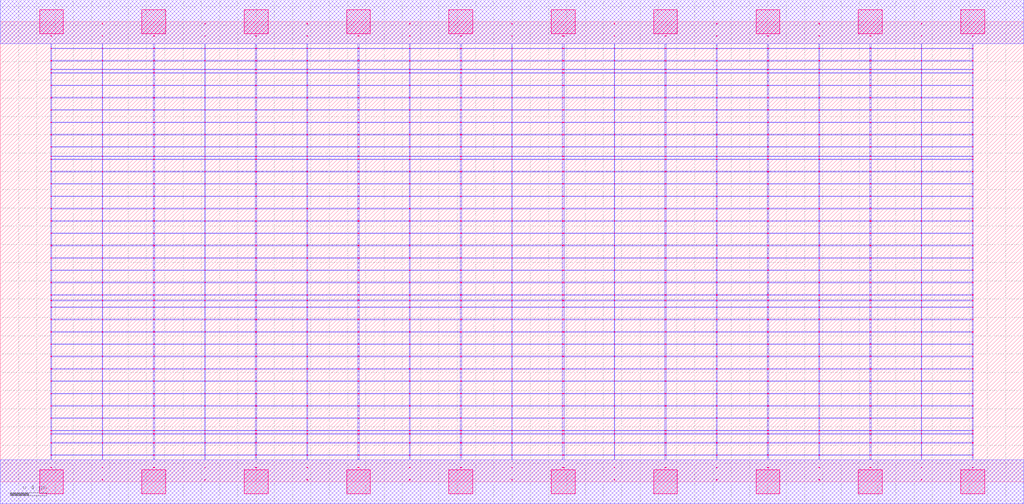
<source format=lef>
MACRO AOAAOAI21121_DEBUG
 CLASS CORE ;
 FOREIGN AOAAOAI21121_DEBUG 0 0 ;
 SIZE 11.200000000000001 BY 5.04 ;
 ORIGIN 0 0 ;
 SYMMETRY X Y R90 ;
 SITE unit ;

 OBS
    LAYER polycont ;
     RECT 5.59600000 2.58300000 5.60400000 2.59100000 ;
     RECT 5.59600000 2.71800000 5.60400000 2.72600000 ;
     RECT 5.59600000 2.85300000 5.60400000 2.86100000 ;
     RECT 5.59600000 2.98800000 5.60400000 2.99600000 ;
     RECT 7.83600000 2.58300000 7.84400000 2.59100000 ;
     RECT 8.39100000 2.58300000 8.40900000 2.59100000 ;
     RECT 8.95600000 2.58300000 8.96400000 2.59100000 ;
     RECT 9.51600000 2.58300000 9.52900000 2.59100000 ;
     RECT 10.07600000 2.58300000 10.08400000 2.59100000 ;
     RECT 10.63600000 2.58300000 10.64400000 2.59100000 ;
     RECT 6.15100000 2.58300000 6.16900000 2.59100000 ;
     RECT 6.15100000 2.71800000 6.16900000 2.72600000 ;
     RECT 6.71600000 2.71800000 6.72400000 2.72600000 ;
     RECT 7.27100000 2.71800000 7.28900000 2.72600000 ;
     RECT 7.83600000 2.71800000 7.84400000 2.72600000 ;
     RECT 8.39100000 2.71800000 8.40900000 2.72600000 ;
     RECT 8.95600000 2.71800000 8.96400000 2.72600000 ;
     RECT 9.51600000 2.71800000 9.52900000 2.72600000 ;
     RECT 10.07600000 2.71800000 10.08400000 2.72600000 ;
     RECT 10.63600000 2.71800000 10.64400000 2.72600000 ;
     RECT 6.71600000 2.58300000 6.72400000 2.59100000 ;
     RECT 6.15100000 2.85300000 6.16900000 2.86100000 ;
     RECT 6.71600000 2.85300000 6.72400000 2.86100000 ;
     RECT 7.27100000 2.85300000 7.28900000 2.86100000 ;
     RECT 7.83600000 2.85300000 7.84400000 2.86100000 ;
     RECT 8.39100000 2.85300000 8.40900000 2.86100000 ;
     RECT 8.95600000 2.85300000 8.96400000 2.86100000 ;
     RECT 9.51600000 2.85300000 9.52900000 2.86100000 ;
     RECT 10.07600000 2.85300000 10.08400000 2.86100000 ;
     RECT 10.63600000 2.85300000 10.64400000 2.86100000 ;
     RECT 7.27100000 2.58300000 7.28900000 2.59100000 ;
     RECT 6.15100000 2.98800000 6.16900000 2.99600000 ;
     RECT 6.71600000 2.98800000 6.72400000 2.99600000 ;
     RECT 7.27100000 2.98800000 7.28900000 2.99600000 ;
     RECT 7.83600000 2.98800000 7.84400000 2.99600000 ;
     RECT 8.39100000 2.98800000 8.40900000 2.99600000 ;
     RECT 8.95600000 2.98800000 8.96400000 2.99600000 ;
     RECT 9.51600000 2.98800000 9.52900000 2.99600000 ;
     RECT 10.07600000 2.98800000 10.08400000 2.99600000 ;
     RECT 10.63600000 2.98800000 10.64400000 2.99600000 ;
     RECT 10.07600000 3.12300000 10.08400000 3.13100000 ;
     RECT 10.63600000 3.12300000 10.64400000 3.13100000 ;
     RECT 10.07600000 3.25800000 10.08400000 3.26600000 ;
     RECT 10.63600000 3.25800000 10.64400000 3.26600000 ;
     RECT 10.07600000 3.39300000 10.08400000 3.40100000 ;
     RECT 10.63600000 3.39300000 10.64400000 3.40100000 ;
     RECT 10.07600000 3.52800000 10.08400000 3.53600000 ;
     RECT 10.63600000 3.52800000 10.64400000 3.53600000 ;
     RECT 10.07600000 3.56100000 10.08400000 3.56900000 ;
     RECT 10.63600000 3.56100000 10.64400000 3.56900000 ;
     RECT 10.07600000 3.66300000 10.08400000 3.67100000 ;
     RECT 10.63600000 3.66300000 10.64400000 3.67100000 ;
     RECT 10.07600000 3.79800000 10.08400000 3.80600000 ;
     RECT 10.63600000 3.79800000 10.64400000 3.80600000 ;
     RECT 10.07600000 3.93300000 10.08400000 3.94100000 ;
     RECT 10.63600000 3.93300000 10.64400000 3.94100000 ;
     RECT 10.07600000 4.06800000 10.08400000 4.07600000 ;
     RECT 10.63600000 4.06800000 10.64400000 4.07600000 ;
     RECT 10.07600000 4.20300000 10.08400000 4.21100000 ;
     RECT 10.63600000 4.20300000 10.64400000 4.21100000 ;
     RECT 10.07600000 4.33800000 10.08400000 4.34600000 ;
     RECT 10.63600000 4.33800000 10.64400000 4.34600000 ;
     RECT 10.07600000 4.47300000 10.08400000 4.48100000 ;
     RECT 10.63600000 4.47300000 10.64400000 4.48100000 ;
     RECT 10.07600000 4.51100000 10.08400000 4.51900000 ;
     RECT 10.63600000 4.51100000 10.64400000 4.51900000 ;
     RECT 10.07600000 4.60800000 10.08400000 4.61600000 ;
     RECT 10.63600000 4.60800000 10.64400000 4.61600000 ;
     RECT 10.07600000 4.74300000 10.08400000 4.75100000 ;
     RECT 10.63600000 4.74300000 10.64400000 4.75100000 ;
     RECT 10.07600000 4.87800000 10.08400000 4.88600000 ;
     RECT 10.63600000 4.87800000 10.64400000 4.88600000 ;
     RECT 0.55100000 2.58300000 0.56400000 2.59100000 ;
     RECT 0.55100000 2.71800000 0.56400000 2.72600000 ;
     RECT 0.55100000 2.85300000 0.56400000 2.86100000 ;
     RECT 1.11600000 2.85300000 1.12400000 2.86100000 ;
     RECT 2.23600000 3.12300000 2.24400000 3.13100000 ;
     RECT 1.67600000 2.85300000 1.68900000 2.86100000 ;
     RECT 2.23600000 2.85300000 2.24400000 2.86100000 ;
     RECT 2.23600000 3.25800000 2.24400000 3.26600000 ;
     RECT 2.79100000 2.85300000 2.80400000 2.86100000 ;
     RECT 3.35600000 2.85300000 3.36400000 2.86100000 ;
     RECT 2.23600000 3.39300000 2.24400000 3.40100000 ;
     RECT 3.91100000 2.85300000 3.92900000 2.86100000 ;
     RECT 4.47600000 2.85300000 4.48400000 2.86100000 ;
     RECT 2.23600000 3.52800000 2.24400000 3.53600000 ;
     RECT 5.03100000 2.85300000 5.04900000 2.86100000 ;
     RECT 1.11600000 2.71800000 1.12400000 2.72600000 ;
     RECT 2.23600000 3.56100000 2.24400000 3.56900000 ;
     RECT 1.67600000 2.71800000 1.68900000 2.72600000 ;
     RECT 2.23600000 2.71800000 2.24400000 2.72600000 ;
     RECT 2.23600000 3.66300000 2.24400000 3.67100000 ;
     RECT 2.79100000 2.71800000 2.80400000 2.72600000 ;
     RECT 3.35600000 2.71800000 3.36400000 2.72600000 ;
     RECT 2.23600000 3.79800000 2.24400000 3.80600000 ;
     RECT 3.91100000 2.71800000 3.92900000 2.72600000 ;
     RECT 4.47600000 2.71800000 4.48400000 2.72600000 ;
     RECT 2.23600000 3.93300000 2.24400000 3.94100000 ;
     RECT 5.03100000 2.71800000 5.04900000 2.72600000 ;
     RECT 1.11600000 2.58300000 1.12400000 2.59100000 ;
     RECT 2.23600000 4.06800000 2.24400000 4.07600000 ;
     RECT 1.67600000 2.58300000 1.68900000 2.59100000 ;
     RECT 0.55100000 2.98800000 0.56400000 2.99600000 ;
     RECT 2.23600000 4.20300000 2.24400000 4.21100000 ;
     RECT 1.11600000 2.98800000 1.12400000 2.99600000 ;
     RECT 1.67600000 2.98800000 1.68900000 2.99600000 ;
     RECT 2.23600000 4.33800000 2.24400000 4.34600000 ;
     RECT 2.23600000 2.98800000 2.24400000 2.99600000 ;
     RECT 2.79100000 2.98800000 2.80400000 2.99600000 ;
     RECT 2.23600000 4.47300000 2.24400000 4.48100000 ;
     RECT 3.35600000 2.98800000 3.36400000 2.99600000 ;
     RECT 3.91100000 2.98800000 3.92900000 2.99600000 ;
     RECT 2.23600000 4.51100000 2.24400000 4.51900000 ;
     RECT 4.47600000 2.98800000 4.48400000 2.99600000 ;
     RECT 5.03100000 2.98800000 5.04900000 2.99600000 ;
     RECT 2.23600000 4.60800000 2.24400000 4.61600000 ;
     RECT 2.23600000 2.58300000 2.24400000 2.59100000 ;
     RECT 2.79100000 2.58300000 2.80400000 2.59100000 ;
     RECT 2.23600000 4.74300000 2.24400000 4.75100000 ;
     RECT 3.35600000 2.58300000 3.36400000 2.59100000 ;
     RECT 3.91100000 2.58300000 3.92900000 2.59100000 ;
     RECT 2.23600000 4.87800000 2.24400000 4.88600000 ;
     RECT 4.47600000 2.58300000 4.48400000 2.59100000 ;
     RECT 5.03100000 2.58300000 5.04900000 2.59100000 ;
     RECT 3.35600000 0.55800000 3.36400000 0.56600000 ;
     RECT 3.35600000 0.69300000 3.36400000 0.70100000 ;
     RECT 3.35600000 0.82800000 3.36400000 0.83600000 ;
     RECT 3.35600000 0.96300000 3.36400000 0.97100000 ;
     RECT 3.35600000 1.09800000 3.36400000 1.10600000 ;
     RECT 3.35600000 1.23300000 3.36400000 1.24100000 ;
     RECT 3.35600000 1.36800000 3.36400000 1.37600000 ;
     RECT 3.35600000 1.50300000 3.36400000 1.51100000 ;
     RECT 3.35600000 1.63800000 3.36400000 1.64600000 ;
     RECT 3.35600000 1.77300000 3.36400000 1.78100000 ;
     RECT 3.35600000 1.90800000 3.36400000 1.91600000 ;
     RECT 3.35600000 1.98100000 3.36400000 1.98900000 ;
     RECT 3.35600000 2.04300000 3.36400000 2.05100000 ;
     RECT 3.35600000 2.17800000 3.36400000 2.18600000 ;
     RECT 3.35600000 2.31300000 3.36400000 2.32100000 ;
     RECT 3.35600000 2.44800000 3.36400000 2.45600000 ;
     RECT 3.35600000 0.15300000 3.36400000 0.16100000 ;
     RECT 3.35600000 0.28800000 3.36400000 0.29600000 ;
     RECT 3.35600000 0.42300000 3.36400000 0.43100000 ;
     RECT 3.35600000 0.52100000 3.36400000 0.52900000 ;
     RECT 6.71600000 0.28800000 6.72400000 0.29600000 ;
     RECT 6.71600000 1.63800000 6.72400000 1.64600000 ;
     RECT 6.71600000 0.82800000 6.72400000 0.83600000 ;
     RECT 6.71600000 1.77300000 6.72400000 1.78100000 ;
     RECT 6.71600000 0.52100000 6.72400000 0.52900000 ;
     RECT 6.71600000 1.90800000 6.72400000 1.91600000 ;
     RECT 6.71600000 0.96300000 6.72400000 0.97100000 ;
     RECT 6.71600000 1.98100000 6.72400000 1.98900000 ;
     RECT 6.71600000 0.15300000 6.72400000 0.16100000 ;
     RECT 6.71600000 2.04300000 6.72400000 2.05100000 ;
     RECT 6.71600000 1.09800000 6.72400000 1.10600000 ;
     RECT 6.71600000 2.17800000 6.72400000 2.18600000 ;
     RECT 6.71600000 0.55800000 6.72400000 0.56600000 ;
     RECT 6.71600000 2.31300000 6.72400000 2.32100000 ;
     RECT 6.71600000 1.23300000 6.72400000 1.24100000 ;
     RECT 6.71600000 2.44800000 6.72400000 2.45600000 ;
     RECT 6.71600000 0.42300000 6.72400000 0.43100000 ;
     RECT 6.71600000 1.36800000 6.72400000 1.37600000 ;
     RECT 6.71600000 0.69300000 6.72400000 0.70100000 ;
     RECT 6.71600000 1.50300000 6.72400000 1.51100000 ;

    LAYER pdiffc ;
     RECT 0.55100000 3.39300000 0.55900000 3.40100000 ;
     RECT 1.68100000 3.39300000 1.68900000 3.40100000 ;
     RECT 2.79100000 3.39300000 2.79900000 3.40100000 ;
     RECT 9.52100000 3.39300000 9.52900000 3.40100000 ;
     RECT 0.55100000 3.52800000 0.55900000 3.53600000 ;
     RECT 1.68100000 3.52800000 1.68900000 3.53600000 ;
     RECT 2.79100000 3.52800000 2.79900000 3.53600000 ;
     RECT 9.52100000 3.52800000 9.52900000 3.53600000 ;
     RECT 0.55100000 3.56100000 0.55900000 3.56900000 ;
     RECT 1.68100000 3.56100000 1.68900000 3.56900000 ;
     RECT 2.79100000 3.56100000 2.79900000 3.56900000 ;
     RECT 9.52100000 3.56100000 9.52900000 3.56900000 ;
     RECT 0.55100000 3.66300000 0.55900000 3.67100000 ;
     RECT 1.68100000 3.66300000 1.68900000 3.67100000 ;
     RECT 2.79100000 3.66300000 2.79900000 3.67100000 ;
     RECT 9.52100000 3.66300000 9.52900000 3.67100000 ;
     RECT 0.55100000 3.79800000 0.55900000 3.80600000 ;
     RECT 1.68100000 3.79800000 1.68900000 3.80600000 ;
     RECT 2.79100000 3.79800000 2.79900000 3.80600000 ;
     RECT 9.52100000 3.79800000 9.52900000 3.80600000 ;
     RECT 0.55100000 3.93300000 0.55900000 3.94100000 ;
     RECT 1.68100000 3.93300000 1.68900000 3.94100000 ;
     RECT 2.79100000 3.93300000 2.79900000 3.94100000 ;
     RECT 9.52100000 3.93300000 9.52900000 3.94100000 ;
     RECT 0.55100000 4.06800000 0.55900000 4.07600000 ;
     RECT 1.68100000 4.06800000 1.68900000 4.07600000 ;
     RECT 2.79100000 4.06800000 2.79900000 4.07600000 ;
     RECT 9.52100000 4.06800000 9.52900000 4.07600000 ;
     RECT 0.55100000 4.20300000 0.55900000 4.21100000 ;
     RECT 1.68100000 4.20300000 1.68900000 4.21100000 ;
     RECT 2.79100000 4.20300000 2.79900000 4.21100000 ;
     RECT 9.52100000 4.20300000 9.52900000 4.21100000 ;
     RECT 0.55100000 4.33800000 0.55900000 4.34600000 ;
     RECT 1.68100000 4.33800000 1.68900000 4.34600000 ;
     RECT 2.79100000 4.33800000 2.79900000 4.34600000 ;
     RECT 9.52100000 4.33800000 9.52900000 4.34600000 ;
     RECT 0.55100000 4.47300000 0.55900000 4.48100000 ;
     RECT 1.68100000 4.47300000 1.68900000 4.48100000 ;
     RECT 2.79100000 4.47300000 2.79900000 4.48100000 ;
     RECT 9.52100000 4.47300000 9.52900000 4.48100000 ;
     RECT 0.55100000 4.51100000 0.55900000 4.51900000 ;
     RECT 1.68100000 4.51100000 1.68900000 4.51900000 ;
     RECT 2.79100000 4.51100000 2.79900000 4.51900000 ;
     RECT 9.52100000 4.51100000 9.52900000 4.51900000 ;
     RECT 0.55100000 4.60800000 0.55900000 4.61600000 ;
     RECT 1.68100000 4.60800000 1.68900000 4.61600000 ;
     RECT 2.79100000 4.60800000 2.79900000 4.61600000 ;
     RECT 9.52100000 4.60800000 9.52900000 4.61600000 ;

    LAYER ndiffc ;
     RECT 6.15100000 0.42300000 6.16900000 0.43100000 ;
     RECT 7.27100000 0.42300000 7.28900000 0.43100000 ;
     RECT 8.39100000 0.42300000 8.40900000 0.43100000 ;
     RECT 9.51600000 0.42300000 9.52900000 0.43100000 ;
     RECT 10.63600000 0.42300000 10.64400000 0.43100000 ;
     RECT 6.15100000 0.52100000 6.16900000 0.52900000 ;
     RECT 7.27100000 0.52100000 7.28900000 0.52900000 ;
     RECT 8.39100000 0.52100000 8.40900000 0.52900000 ;
     RECT 9.51600000 0.52100000 9.52900000 0.52900000 ;
     RECT 10.63600000 0.52100000 10.64400000 0.52900000 ;
     RECT 6.15100000 0.55800000 6.16900000 0.56600000 ;
     RECT 7.27100000 0.55800000 7.28900000 0.56600000 ;
     RECT 8.39100000 0.55800000 8.40900000 0.56600000 ;
     RECT 9.51600000 0.55800000 9.52900000 0.56600000 ;
     RECT 10.63600000 0.55800000 10.64400000 0.56600000 ;
     RECT 6.15100000 0.69300000 6.16900000 0.70100000 ;
     RECT 7.27100000 0.69300000 7.28900000 0.70100000 ;
     RECT 8.39100000 0.69300000 8.40900000 0.70100000 ;
     RECT 9.51600000 0.69300000 9.52900000 0.70100000 ;
     RECT 10.63600000 0.69300000 10.64400000 0.70100000 ;
     RECT 6.15100000 0.82800000 6.16900000 0.83600000 ;
     RECT 7.27100000 0.82800000 7.28900000 0.83600000 ;
     RECT 8.39100000 0.82800000 8.40900000 0.83600000 ;
     RECT 9.51600000 0.82800000 9.52900000 0.83600000 ;
     RECT 10.63600000 0.82800000 10.64400000 0.83600000 ;
     RECT 6.15100000 0.96300000 6.16900000 0.97100000 ;
     RECT 7.27100000 0.96300000 7.28900000 0.97100000 ;
     RECT 8.39100000 0.96300000 8.40900000 0.97100000 ;
     RECT 9.51600000 0.96300000 9.52900000 0.97100000 ;
     RECT 10.63600000 0.96300000 10.64400000 0.97100000 ;
     RECT 6.15100000 1.09800000 6.16900000 1.10600000 ;
     RECT 7.27100000 1.09800000 7.28900000 1.10600000 ;
     RECT 8.39100000 1.09800000 8.40900000 1.10600000 ;
     RECT 9.51600000 1.09800000 9.52900000 1.10600000 ;
     RECT 10.63600000 1.09800000 10.64400000 1.10600000 ;
     RECT 6.15100000 1.23300000 6.16900000 1.24100000 ;
     RECT 7.27100000 1.23300000 7.28900000 1.24100000 ;
     RECT 8.39100000 1.23300000 8.40900000 1.24100000 ;
     RECT 9.51600000 1.23300000 9.52900000 1.24100000 ;
     RECT 10.63600000 1.23300000 10.64400000 1.24100000 ;
     RECT 6.15100000 1.36800000 6.16900000 1.37600000 ;
     RECT 7.27100000 1.36800000 7.28900000 1.37600000 ;
     RECT 8.39100000 1.36800000 8.40900000 1.37600000 ;
     RECT 9.51600000 1.36800000 9.52900000 1.37600000 ;
     RECT 10.63600000 1.36800000 10.64400000 1.37600000 ;
     RECT 6.15100000 1.50300000 6.16900000 1.51100000 ;
     RECT 7.27100000 1.50300000 7.28900000 1.51100000 ;
     RECT 8.39100000 1.50300000 8.40900000 1.51100000 ;
     RECT 9.51600000 1.50300000 9.52900000 1.51100000 ;
     RECT 10.63600000 1.50300000 10.64400000 1.51100000 ;
     RECT 6.15100000 1.63800000 6.16900000 1.64600000 ;
     RECT 7.27100000 1.63800000 7.28900000 1.64600000 ;
     RECT 8.39100000 1.63800000 8.40900000 1.64600000 ;
     RECT 9.51600000 1.63800000 9.52900000 1.64600000 ;
     RECT 10.63600000 1.63800000 10.64400000 1.64600000 ;
     RECT 6.15100000 1.77300000 6.16900000 1.78100000 ;
     RECT 7.27100000 1.77300000 7.28900000 1.78100000 ;
     RECT 8.39100000 1.77300000 8.40900000 1.78100000 ;
     RECT 9.51600000 1.77300000 9.52900000 1.78100000 ;
     RECT 10.63600000 1.77300000 10.64400000 1.78100000 ;
     RECT 6.15100000 1.90800000 6.16900000 1.91600000 ;
     RECT 7.27100000 1.90800000 7.28900000 1.91600000 ;
     RECT 8.39100000 1.90800000 8.40900000 1.91600000 ;
     RECT 9.51600000 1.90800000 9.52900000 1.91600000 ;
     RECT 10.63600000 1.90800000 10.64400000 1.91600000 ;
     RECT 6.15100000 1.98100000 6.16900000 1.98900000 ;
     RECT 7.27100000 1.98100000 7.28900000 1.98900000 ;
     RECT 8.39100000 1.98100000 8.40900000 1.98900000 ;
     RECT 9.51600000 1.98100000 9.52900000 1.98900000 ;
     RECT 10.63600000 1.98100000 10.64400000 1.98900000 ;
     RECT 6.15100000 2.04300000 6.16900000 2.05100000 ;
     RECT 7.27100000 2.04300000 7.28900000 2.05100000 ;
     RECT 8.39100000 2.04300000 8.40900000 2.05100000 ;
     RECT 9.51600000 2.04300000 9.52900000 2.05100000 ;
     RECT 10.63600000 2.04300000 10.64400000 2.05100000 ;
     RECT 0.55100000 0.42300000 0.56400000 0.43100000 ;
     RECT 1.67600000 0.42300000 1.68900000 0.43100000 ;
     RECT 2.79100000 0.42300000 2.80400000 0.43100000 ;
     RECT 3.91100000 0.42300000 3.92900000 0.43100000 ;
     RECT 5.03100000 0.42300000 5.04900000 0.43100000 ;
     RECT 0.55100000 1.36800000 0.56400000 1.37600000 ;
     RECT 1.67600000 1.36800000 1.68900000 1.37600000 ;
     RECT 2.79100000 1.36800000 2.80400000 1.37600000 ;
     RECT 3.91100000 1.36800000 3.92900000 1.37600000 ;
     RECT 5.03100000 1.36800000 5.04900000 1.37600000 ;
     RECT 0.55100000 0.82800000 0.56400000 0.83600000 ;
     RECT 1.67600000 0.82800000 1.68900000 0.83600000 ;
     RECT 2.79100000 0.82800000 2.80400000 0.83600000 ;
     RECT 3.91100000 0.82800000 3.92900000 0.83600000 ;
     RECT 5.03100000 0.82800000 5.04900000 0.83600000 ;
     RECT 0.55100000 1.50300000 0.56400000 1.51100000 ;
     RECT 1.67600000 1.50300000 1.68900000 1.51100000 ;
     RECT 2.79100000 1.50300000 2.80400000 1.51100000 ;
     RECT 3.91100000 1.50300000 3.92900000 1.51100000 ;
     RECT 5.03100000 1.50300000 5.04900000 1.51100000 ;
     RECT 0.55100000 0.55800000 0.56400000 0.56600000 ;
     RECT 1.67600000 0.55800000 1.68900000 0.56600000 ;
     RECT 2.79100000 0.55800000 2.80400000 0.56600000 ;
     RECT 3.91100000 0.55800000 3.92900000 0.56600000 ;
     RECT 5.03100000 0.55800000 5.04900000 0.56600000 ;
     RECT 0.55100000 1.63800000 0.56400000 1.64600000 ;
     RECT 1.67600000 1.63800000 1.68900000 1.64600000 ;
     RECT 2.79100000 1.63800000 2.80400000 1.64600000 ;
     RECT 3.91100000 1.63800000 3.92900000 1.64600000 ;
     RECT 5.03100000 1.63800000 5.04900000 1.64600000 ;
     RECT 0.55100000 0.96300000 0.56400000 0.97100000 ;
     RECT 1.67600000 0.96300000 1.68900000 0.97100000 ;
     RECT 2.79100000 0.96300000 2.80400000 0.97100000 ;
     RECT 3.91100000 0.96300000 3.92900000 0.97100000 ;
     RECT 5.03100000 0.96300000 5.04900000 0.97100000 ;
     RECT 0.55100000 1.77300000 0.56400000 1.78100000 ;
     RECT 1.67600000 1.77300000 1.68900000 1.78100000 ;
     RECT 2.79100000 1.77300000 2.80400000 1.78100000 ;
     RECT 3.91100000 1.77300000 3.92900000 1.78100000 ;
     RECT 5.03100000 1.77300000 5.04900000 1.78100000 ;
     RECT 0.55100000 0.52100000 0.56400000 0.52900000 ;
     RECT 1.67600000 0.52100000 1.68900000 0.52900000 ;
     RECT 2.79100000 0.52100000 2.80400000 0.52900000 ;
     RECT 3.91100000 0.52100000 3.92900000 0.52900000 ;
     RECT 5.03100000 0.52100000 5.04900000 0.52900000 ;
     RECT 0.55100000 1.90800000 0.56400000 1.91600000 ;
     RECT 1.67600000 1.90800000 1.68900000 1.91600000 ;
     RECT 2.79100000 1.90800000 2.80400000 1.91600000 ;
     RECT 3.91100000 1.90800000 3.92900000 1.91600000 ;
     RECT 5.03100000 1.90800000 5.04900000 1.91600000 ;
     RECT 0.55100000 1.09800000 0.56400000 1.10600000 ;
     RECT 1.67600000 1.09800000 1.68900000 1.10600000 ;
     RECT 2.79100000 1.09800000 2.80400000 1.10600000 ;
     RECT 3.91100000 1.09800000 3.92900000 1.10600000 ;
     RECT 5.03100000 1.09800000 5.04900000 1.10600000 ;
     RECT 0.55100000 1.98100000 0.56400000 1.98900000 ;
     RECT 1.67600000 1.98100000 1.68900000 1.98900000 ;
     RECT 2.79100000 1.98100000 2.80400000 1.98900000 ;
     RECT 3.91100000 1.98100000 3.92900000 1.98900000 ;
     RECT 5.03100000 1.98100000 5.04900000 1.98900000 ;
     RECT 0.55100000 0.69300000 0.56400000 0.70100000 ;
     RECT 1.67600000 0.69300000 1.68900000 0.70100000 ;
     RECT 2.79100000 0.69300000 2.80400000 0.70100000 ;
     RECT 3.91100000 0.69300000 3.92900000 0.70100000 ;
     RECT 5.03100000 0.69300000 5.04900000 0.70100000 ;
     RECT 0.55100000 2.04300000 0.56400000 2.05100000 ;
     RECT 1.67600000 2.04300000 1.68900000 2.05100000 ;
     RECT 2.79100000 2.04300000 2.80400000 2.05100000 ;
     RECT 3.91100000 2.04300000 3.92900000 2.05100000 ;
     RECT 5.03100000 2.04300000 5.04900000 2.05100000 ;
     RECT 0.55100000 1.23300000 0.56400000 1.24100000 ;
     RECT 1.67600000 1.23300000 1.68900000 1.24100000 ;
     RECT 2.79100000 1.23300000 2.80400000 1.24100000 ;
     RECT 3.91100000 1.23300000 3.92900000 1.24100000 ;
     RECT 5.03100000 1.23300000 5.04900000 1.24100000 ;

    LAYER met1 ;
     RECT 0.00000000 -0.24000000 11.20000000 0.24000000 ;
     RECT 5.59600000 0.24000000 5.60400000 0.28800000 ;
     RECT 0.55100000 0.28800000 10.64400000 0.29600000 ;
     RECT 5.59600000 0.29600000 5.60400000 0.42300000 ;
     RECT 0.55100000 0.42300000 10.64400000 0.43100000 ;
     RECT 5.59600000 0.43100000 5.60400000 0.52100000 ;
     RECT 0.55100000 0.52100000 10.64400000 0.52900000 ;
     RECT 5.59600000 0.52900000 5.60400000 0.55800000 ;
     RECT 0.55100000 0.55800000 10.64400000 0.56600000 ;
     RECT 5.59600000 0.56600000 5.60400000 0.69300000 ;
     RECT 0.55100000 0.69300000 10.64400000 0.70100000 ;
     RECT 5.59600000 0.70100000 5.60400000 0.82800000 ;
     RECT 0.55100000 0.82800000 10.64400000 0.83600000 ;
     RECT 5.59600000 0.83600000 5.60400000 0.96300000 ;
     RECT 0.55100000 0.96300000 10.64400000 0.97100000 ;
     RECT 5.59600000 0.97100000 5.60400000 1.09800000 ;
     RECT 0.55100000 1.09800000 10.64400000 1.10600000 ;
     RECT 5.59600000 1.10600000 5.60400000 1.23300000 ;
     RECT 0.55100000 1.23300000 10.64400000 1.24100000 ;
     RECT 5.59600000 1.24100000 5.60400000 1.36800000 ;
     RECT 0.55100000 1.36800000 10.64400000 1.37600000 ;
     RECT 5.59600000 1.37600000 5.60400000 1.50300000 ;
     RECT 0.55100000 1.50300000 10.64400000 1.51100000 ;
     RECT 5.59600000 1.51100000 5.60400000 1.63800000 ;
     RECT 0.55100000 1.63800000 10.64400000 1.64600000 ;
     RECT 5.59600000 1.64600000 5.60400000 1.77300000 ;
     RECT 0.55100000 1.77300000 10.64400000 1.78100000 ;
     RECT 5.59600000 1.78100000 5.60400000 1.90800000 ;
     RECT 0.55100000 1.90800000 10.64400000 1.91600000 ;
     RECT 5.59600000 1.91600000 5.60400000 1.98100000 ;
     RECT 0.55100000 1.98100000 10.64400000 1.98900000 ;
     RECT 5.59600000 1.98900000 5.60400000 2.04300000 ;
     RECT 0.55100000 2.04300000 10.64400000 2.05100000 ;
     RECT 5.59600000 2.05100000 5.60400000 2.17800000 ;
     RECT 0.55100000 2.17800000 10.64400000 2.18600000 ;
     RECT 5.59600000 2.18600000 5.60400000 2.31300000 ;
     RECT 0.55100000 2.31300000 10.64400000 2.32100000 ;
     RECT 5.59600000 2.32100000 5.60400000 2.44800000 ;
     RECT 0.55100000 2.44800000 10.64400000 2.45600000 ;
     RECT 0.55100000 2.45600000 0.56400000 2.58300000 ;
     RECT 1.11600000 2.45600000 1.12400000 2.58300000 ;
     RECT 1.67600000 2.45600000 1.68900000 2.58300000 ;
     RECT 2.23600000 2.45600000 2.24400000 2.58300000 ;
     RECT 2.79100000 2.45600000 2.80400000 2.58300000 ;
     RECT 3.35600000 2.45600000 3.36400000 2.58300000 ;
     RECT 3.91100000 2.45600000 3.92900000 2.58300000 ;
     RECT 4.47600000 2.45600000 4.48400000 2.58300000 ;
     RECT 5.03100000 2.45600000 5.04900000 2.58300000 ;
     RECT 5.59600000 2.45600000 5.60400000 2.58300000 ;
     RECT 6.15100000 2.45600000 6.16900000 2.58300000 ;
     RECT 6.71600000 2.45600000 6.72400000 2.58300000 ;
     RECT 7.27100000 2.45600000 7.28900000 2.58300000 ;
     RECT 7.83600000 2.45600000 7.84400000 2.58300000 ;
     RECT 8.39100000 2.45600000 8.40900000 2.58300000 ;
     RECT 8.95600000 2.45600000 8.96400000 2.58300000 ;
     RECT 9.51600000 2.45600000 9.52900000 2.58300000 ;
     RECT 10.07600000 2.45600000 10.08400000 2.58300000 ;
     RECT 10.63600000 2.45600000 10.64400000 2.58300000 ;
     RECT 0.55100000 2.58300000 10.64400000 2.59100000 ;
     RECT 5.59600000 2.59100000 5.60400000 2.71800000 ;
     RECT 0.55100000 2.71800000 10.64400000 2.72600000 ;
     RECT 5.59600000 2.72600000 5.60400000 2.85300000 ;
     RECT 0.55100000 2.85300000 10.64400000 2.86100000 ;
     RECT 5.59600000 2.86100000 5.60400000 2.98800000 ;
     RECT 0.55100000 2.98800000 10.64400000 2.99600000 ;
     RECT 5.59600000 2.99600000 5.60400000 3.12300000 ;
     RECT 0.55100000 3.12300000 10.64400000 3.13100000 ;
     RECT 5.59600000 3.13100000 5.60400000 3.25800000 ;
     RECT 0.55100000 3.25800000 10.64400000 3.26600000 ;
     RECT 5.59600000 3.26600000 5.60400000 3.39300000 ;
     RECT 0.55100000 3.39300000 10.64400000 3.40100000 ;
     RECT 5.59600000 3.40100000 5.60400000 3.52800000 ;
     RECT 0.55100000 3.52800000 10.64400000 3.53600000 ;
     RECT 5.59600000 3.53600000 5.60400000 3.56100000 ;
     RECT 0.55100000 3.56100000 10.64400000 3.56900000 ;
     RECT 5.59600000 3.56900000 5.60400000 3.66300000 ;
     RECT 0.55100000 3.66300000 10.64400000 3.67100000 ;
     RECT 5.59600000 3.67100000 5.60400000 3.79800000 ;
     RECT 0.55100000 3.79800000 10.64400000 3.80600000 ;
     RECT 5.59600000 3.80600000 5.60400000 3.93300000 ;
     RECT 0.55100000 3.93300000 10.64400000 3.94100000 ;
     RECT 5.59600000 3.94100000 5.60400000 4.06800000 ;
     RECT 0.55100000 4.06800000 10.64400000 4.07600000 ;
     RECT 5.59600000 4.07600000 5.60400000 4.20300000 ;
     RECT 0.55100000 4.20300000 10.64400000 4.21100000 ;
     RECT 5.59600000 4.21100000 5.60400000 4.33800000 ;
     RECT 0.55100000 4.33800000 10.64400000 4.34600000 ;
     RECT 5.59600000 4.34600000 5.60400000 4.47300000 ;
     RECT 0.55100000 4.47300000 10.64400000 4.48100000 ;
     RECT 5.59600000 4.48100000 5.60400000 4.51100000 ;
     RECT 0.55100000 4.51100000 10.64400000 4.51900000 ;
     RECT 5.59600000 4.51900000 5.60400000 4.60800000 ;
     RECT 0.55100000 4.60800000 10.64400000 4.61600000 ;
     RECT 5.59600000 4.61600000 5.60400000 4.74300000 ;
     RECT 0.55100000 4.74300000 10.64400000 4.75100000 ;
     RECT 5.59600000 4.75100000 5.60400000 4.80000000 ;
     RECT 0.00000000 4.80000000 11.20000000 5.28000000 ;
     RECT 8.39100000 2.99600000 8.40900000 3.12300000 ;
     RECT 8.39100000 3.13100000 8.40900000 3.25800000 ;
     RECT 8.39100000 3.26600000 8.40900000 3.39300000 ;
     RECT 8.39100000 3.40100000 8.40900000 3.52800000 ;
     RECT 8.39100000 3.53600000 8.40900000 3.56100000 ;
     RECT 8.39100000 2.72600000 8.40900000 2.85300000 ;
     RECT 8.39100000 3.56900000 8.40900000 3.66300000 ;
     RECT 8.39100000 3.67100000 8.40900000 3.79800000 ;
     RECT 6.15100000 3.80600000 6.16900000 3.93300000 ;
     RECT 6.71600000 3.80600000 6.72400000 3.93300000 ;
     RECT 7.27100000 3.80600000 7.28900000 3.93300000 ;
     RECT 7.83600000 3.80600000 7.84400000 3.93300000 ;
     RECT 8.39100000 3.80600000 8.40900000 3.93300000 ;
     RECT 8.95600000 3.80600000 8.96400000 3.93300000 ;
     RECT 9.51600000 3.80600000 9.52900000 3.93300000 ;
     RECT 10.07600000 3.80600000 10.08400000 3.93300000 ;
     RECT 10.63600000 3.80600000 10.64400000 3.93300000 ;
     RECT 8.39100000 3.94100000 8.40900000 4.06800000 ;
     RECT 8.39100000 4.07600000 8.40900000 4.20300000 ;
     RECT 8.39100000 4.21100000 8.40900000 4.33800000 ;
     RECT 8.39100000 2.86100000 8.40900000 2.98800000 ;
     RECT 8.39100000 4.34600000 8.40900000 4.47300000 ;
     RECT 8.39100000 4.48100000 8.40900000 4.51100000 ;
     RECT 8.39100000 2.59100000 8.40900000 2.71800000 ;
     RECT 8.39100000 4.51900000 8.40900000 4.60800000 ;
     RECT 8.39100000 4.61600000 8.40900000 4.74300000 ;
     RECT 8.39100000 4.75100000 8.40900000 4.80000000 ;
     RECT 9.51600000 3.94100000 9.52900000 4.06800000 ;
     RECT 8.95600000 4.21100000 8.96400000 4.33800000 ;
     RECT 9.51600000 4.21100000 9.52900000 4.33800000 ;
     RECT 10.07600000 4.21100000 10.08400000 4.33800000 ;
     RECT 10.63600000 4.21100000 10.64400000 4.33800000 ;
     RECT 10.07600000 3.94100000 10.08400000 4.06800000 ;
     RECT 10.63600000 3.94100000 10.64400000 4.06800000 ;
     RECT 8.95600000 4.34600000 8.96400000 4.47300000 ;
     RECT 9.51600000 4.34600000 9.52900000 4.47300000 ;
     RECT 10.07600000 4.34600000 10.08400000 4.47300000 ;
     RECT 10.63600000 4.34600000 10.64400000 4.47300000 ;
     RECT 8.95600000 3.94100000 8.96400000 4.06800000 ;
     RECT 8.95600000 4.48100000 8.96400000 4.51100000 ;
     RECT 9.51600000 4.48100000 9.52900000 4.51100000 ;
     RECT 10.07600000 4.48100000 10.08400000 4.51100000 ;
     RECT 10.63600000 4.48100000 10.64400000 4.51100000 ;
     RECT 8.95600000 4.07600000 8.96400000 4.20300000 ;
     RECT 9.51600000 4.07600000 9.52900000 4.20300000 ;
     RECT 8.95600000 4.51900000 8.96400000 4.60800000 ;
     RECT 9.51600000 4.51900000 9.52900000 4.60800000 ;
     RECT 10.07600000 4.51900000 10.08400000 4.60800000 ;
     RECT 10.63600000 4.51900000 10.64400000 4.60800000 ;
     RECT 10.07600000 4.07600000 10.08400000 4.20300000 ;
     RECT 8.95600000 4.61600000 8.96400000 4.74300000 ;
     RECT 9.51600000 4.61600000 9.52900000 4.74300000 ;
     RECT 10.07600000 4.61600000 10.08400000 4.74300000 ;
     RECT 10.63600000 4.61600000 10.64400000 4.74300000 ;
     RECT 10.63600000 4.07600000 10.64400000 4.20300000 ;
     RECT 8.95600000 4.75100000 8.96400000 4.80000000 ;
     RECT 9.51600000 4.75100000 9.52900000 4.80000000 ;
     RECT 10.07600000 4.75100000 10.08400000 4.80000000 ;
     RECT 10.63600000 4.75100000 10.64400000 4.80000000 ;
     RECT 6.71600000 4.07600000 6.72400000 4.20300000 ;
     RECT 7.27100000 4.07600000 7.28900000 4.20300000 ;
     RECT 7.83600000 4.07600000 7.84400000 4.20300000 ;
     RECT 6.71600000 3.94100000 6.72400000 4.06800000 ;
     RECT 7.27100000 3.94100000 7.28900000 4.06800000 ;
     RECT 6.15100000 4.51900000 6.16900000 4.60800000 ;
     RECT 6.71600000 4.51900000 6.72400000 4.60800000 ;
     RECT 7.27100000 4.51900000 7.28900000 4.60800000 ;
     RECT 7.83600000 4.51900000 7.84400000 4.60800000 ;
     RECT 7.83600000 3.94100000 7.84400000 4.06800000 ;
     RECT 6.15100000 4.34600000 6.16900000 4.47300000 ;
     RECT 6.71600000 4.34600000 6.72400000 4.47300000 ;
     RECT 7.27100000 4.34600000 7.28900000 4.47300000 ;
     RECT 7.83600000 4.34600000 7.84400000 4.47300000 ;
     RECT 6.15100000 4.61600000 6.16900000 4.74300000 ;
     RECT 6.71600000 4.61600000 6.72400000 4.74300000 ;
     RECT 7.27100000 4.61600000 7.28900000 4.74300000 ;
     RECT 7.83600000 4.61600000 7.84400000 4.74300000 ;
     RECT 6.15100000 3.94100000 6.16900000 4.06800000 ;
     RECT 6.15100000 4.07600000 6.16900000 4.20300000 ;
     RECT 6.15100000 4.21100000 6.16900000 4.33800000 ;
     RECT 6.71600000 4.21100000 6.72400000 4.33800000 ;
     RECT 7.27100000 4.21100000 7.28900000 4.33800000 ;
     RECT 6.15100000 4.75100000 6.16900000 4.80000000 ;
     RECT 6.71600000 4.75100000 6.72400000 4.80000000 ;
     RECT 7.27100000 4.75100000 7.28900000 4.80000000 ;
     RECT 7.83600000 4.75100000 7.84400000 4.80000000 ;
     RECT 6.15100000 4.48100000 6.16900000 4.51100000 ;
     RECT 6.71600000 4.48100000 6.72400000 4.51100000 ;
     RECT 7.27100000 4.48100000 7.28900000 4.51100000 ;
     RECT 7.83600000 4.48100000 7.84400000 4.51100000 ;
     RECT 7.83600000 4.21100000 7.84400000 4.33800000 ;
     RECT 7.27100000 3.53600000 7.28900000 3.56100000 ;
     RECT 7.83600000 3.53600000 7.84400000 3.56100000 ;
     RECT 7.83600000 3.13100000 7.84400000 3.25800000 ;
     RECT 6.15100000 2.86100000 6.16900000 2.98800000 ;
     RECT 6.71600000 2.86100000 6.72400000 2.98800000 ;
     RECT 7.83600000 2.72600000 7.84400000 2.85300000 ;
     RECT 6.15100000 3.13100000 6.16900000 3.25800000 ;
     RECT 6.15100000 3.56900000 6.16900000 3.66300000 ;
     RECT 6.71600000 3.56900000 6.72400000 3.66300000 ;
     RECT 7.27100000 3.56900000 7.28900000 3.66300000 ;
     RECT 7.83600000 3.56900000 7.84400000 3.66300000 ;
     RECT 6.15100000 2.59100000 6.16900000 2.71800000 ;
     RECT 6.15100000 3.67100000 6.16900000 3.79800000 ;
     RECT 6.71600000 3.67100000 6.72400000 3.79800000 ;
     RECT 7.27100000 2.86100000 7.28900000 2.98800000 ;
     RECT 7.83600000 2.86100000 7.84400000 2.98800000 ;
     RECT 7.27100000 3.67100000 7.28900000 3.79800000 ;
     RECT 7.83600000 3.67100000 7.84400000 3.79800000 ;
     RECT 6.15100000 2.99600000 6.16900000 3.12300000 ;
     RECT 6.15100000 3.26600000 6.16900000 3.39300000 ;
     RECT 6.71600000 3.26600000 6.72400000 3.39300000 ;
     RECT 7.27100000 3.26600000 7.28900000 3.39300000 ;
     RECT 7.83600000 3.26600000 7.84400000 3.39300000 ;
     RECT 6.71600000 3.13100000 6.72400000 3.25800000 ;
     RECT 6.71600000 2.59100000 6.72400000 2.71800000 ;
     RECT 6.15100000 2.72600000 6.16900000 2.85300000 ;
     RECT 6.15100000 3.40100000 6.16900000 3.52800000 ;
     RECT 6.71600000 3.40100000 6.72400000 3.52800000 ;
     RECT 6.71600000 2.99600000 6.72400000 3.12300000 ;
     RECT 7.27100000 2.99600000 7.28900000 3.12300000 ;
     RECT 7.27100000 3.40100000 7.28900000 3.52800000 ;
     RECT 7.27100000 2.59100000 7.28900000 2.71800000 ;
     RECT 7.83600000 2.59100000 7.84400000 2.71800000 ;
     RECT 7.83600000 3.40100000 7.84400000 3.52800000 ;
     RECT 7.27100000 3.13100000 7.28900000 3.25800000 ;
     RECT 6.71600000 2.72600000 6.72400000 2.85300000 ;
     RECT 7.27100000 2.72600000 7.28900000 2.85300000 ;
     RECT 6.15100000 3.53600000 6.16900000 3.56100000 ;
     RECT 6.71600000 3.53600000 6.72400000 3.56100000 ;
     RECT 7.83600000 2.99600000 7.84400000 3.12300000 ;
     RECT 10.07600000 3.56900000 10.08400000 3.66300000 ;
     RECT 10.63600000 3.56900000 10.64400000 3.66300000 ;
     RECT 8.95600000 2.72600000 8.96400000 2.85300000 ;
     RECT 9.51600000 2.72600000 9.52900000 2.85300000 ;
     RECT 8.95600000 2.99600000 8.96400000 3.12300000 ;
     RECT 8.95600000 3.40100000 8.96400000 3.52800000 ;
     RECT 10.63600000 2.86100000 10.64400000 2.98800000 ;
     RECT 9.51600000 3.40100000 9.52900000 3.52800000 ;
     RECT 10.07600000 3.40100000 10.08400000 3.52800000 ;
     RECT 10.63600000 3.40100000 10.64400000 3.52800000 ;
     RECT 8.95600000 3.67100000 8.96400000 3.79800000 ;
     RECT 9.51600000 3.67100000 9.52900000 3.79800000 ;
     RECT 10.07600000 3.67100000 10.08400000 3.79800000 ;
     RECT 10.63600000 3.67100000 10.64400000 3.79800000 ;
     RECT 10.07600000 2.72600000 10.08400000 2.85300000 ;
     RECT 10.63600000 2.72600000 10.64400000 2.85300000 ;
     RECT 9.51600000 2.99600000 9.52900000 3.12300000 ;
     RECT 8.95600000 2.59100000 8.96400000 2.71800000 ;
     RECT 10.07600000 2.99600000 10.08400000 3.12300000 ;
     RECT 10.63600000 2.99600000 10.64400000 3.12300000 ;
     RECT 9.51600000 2.59100000 9.52900000 2.71800000 ;
     RECT 8.95600000 3.26600000 8.96400000 3.39300000 ;
     RECT 9.51600000 3.26600000 9.52900000 3.39300000 ;
     RECT 10.07600000 3.26600000 10.08400000 3.39300000 ;
     RECT 8.95600000 3.53600000 8.96400000 3.56100000 ;
     RECT 8.95600000 2.86100000 8.96400000 2.98800000 ;
     RECT 9.51600000 3.53600000 9.52900000 3.56100000 ;
     RECT 10.07600000 3.53600000 10.08400000 3.56100000 ;
     RECT 10.63600000 3.53600000 10.64400000 3.56100000 ;
     RECT 10.63600000 3.26600000 10.64400000 3.39300000 ;
     RECT 8.95600000 3.13100000 8.96400000 3.25800000 ;
     RECT 9.51600000 3.13100000 9.52900000 3.25800000 ;
     RECT 10.07600000 3.13100000 10.08400000 3.25800000 ;
     RECT 10.63600000 3.13100000 10.64400000 3.25800000 ;
     RECT 10.63600000 2.59100000 10.64400000 2.71800000 ;
     RECT 9.51600000 2.86100000 9.52900000 2.98800000 ;
     RECT 10.07600000 2.86100000 10.08400000 2.98800000 ;
     RECT 10.07600000 2.59100000 10.08400000 2.71800000 ;
     RECT 8.95600000 3.56900000 8.96400000 3.66300000 ;
     RECT 9.51600000 3.56900000 9.52900000 3.66300000 ;
     RECT 2.79100000 2.59100000 2.80400000 2.71800000 ;
     RECT 2.79100000 2.99600000 2.80400000 3.12300000 ;
     RECT 2.79100000 3.94100000 2.80400000 4.06800000 ;
     RECT 2.79100000 3.40100000 2.80400000 3.52800000 ;
     RECT 2.79100000 4.07600000 2.80400000 4.20300000 ;
     RECT 2.79100000 4.21100000 2.80400000 4.33800000 ;
     RECT 2.79100000 3.53600000 2.80400000 3.56100000 ;
     RECT 2.79100000 4.34600000 2.80400000 4.47300000 ;
     RECT 2.79100000 3.13100000 2.80400000 3.25800000 ;
     RECT 2.79100000 3.56900000 2.80400000 3.66300000 ;
     RECT 2.79100000 4.48100000 2.80400000 4.51100000 ;
     RECT 2.79100000 2.86100000 2.80400000 2.98800000 ;
     RECT 2.79100000 4.51900000 2.80400000 4.60800000 ;
     RECT 2.79100000 2.72600000 2.80400000 2.85300000 ;
     RECT 2.79100000 3.67100000 2.80400000 3.79800000 ;
     RECT 2.79100000 4.61600000 2.80400000 4.74300000 ;
     RECT 2.79100000 3.26600000 2.80400000 3.39300000 ;
     RECT 2.79100000 4.75100000 2.80400000 4.80000000 ;
     RECT 0.55100000 3.80600000 0.56400000 3.93300000 ;
     RECT 1.11600000 3.80600000 1.12400000 3.93300000 ;
     RECT 1.67600000 3.80600000 1.68900000 3.93300000 ;
     RECT 2.23600000 3.80600000 2.24400000 3.93300000 ;
     RECT 2.79100000 3.80600000 2.80400000 3.93300000 ;
     RECT 3.35600000 3.80600000 3.36400000 3.93300000 ;
     RECT 3.91100000 3.80600000 3.92900000 3.93300000 ;
     RECT 4.47600000 3.80600000 4.48400000 3.93300000 ;
     RECT 5.03100000 3.80600000 5.04900000 3.93300000 ;
     RECT 3.35600000 4.48100000 3.36400000 4.51100000 ;
     RECT 3.91100000 4.48100000 3.92900000 4.51100000 ;
     RECT 4.47600000 4.48100000 4.48400000 4.51100000 ;
     RECT 5.03100000 4.48100000 5.04900000 4.51100000 ;
     RECT 4.47600000 4.07600000 4.48400000 4.20300000 ;
     RECT 5.03100000 4.07600000 5.04900000 4.20300000 ;
     RECT 3.35600000 4.51900000 3.36400000 4.60800000 ;
     RECT 3.91100000 4.51900000 3.92900000 4.60800000 ;
     RECT 4.47600000 4.51900000 4.48400000 4.60800000 ;
     RECT 5.03100000 4.51900000 5.04900000 4.60800000 ;
     RECT 4.47600000 3.94100000 4.48400000 4.06800000 ;
     RECT 3.35600000 4.21100000 3.36400000 4.33800000 ;
     RECT 3.91100000 4.21100000 3.92900000 4.33800000 ;
     RECT 3.35600000 4.61600000 3.36400000 4.74300000 ;
     RECT 3.91100000 4.61600000 3.92900000 4.74300000 ;
     RECT 4.47600000 4.61600000 4.48400000 4.74300000 ;
     RECT 5.03100000 4.61600000 5.04900000 4.74300000 ;
     RECT 4.47600000 4.21100000 4.48400000 4.33800000 ;
     RECT 5.03100000 4.21100000 5.04900000 4.33800000 ;
     RECT 3.35600000 4.75100000 3.36400000 4.80000000 ;
     RECT 3.91100000 4.75100000 3.92900000 4.80000000 ;
     RECT 4.47600000 4.75100000 4.48400000 4.80000000 ;
     RECT 5.03100000 4.75100000 5.04900000 4.80000000 ;
     RECT 5.03100000 3.94100000 5.04900000 4.06800000 ;
     RECT 3.35600000 3.94100000 3.36400000 4.06800000 ;
     RECT 3.35600000 4.34600000 3.36400000 4.47300000 ;
     RECT 3.91100000 4.34600000 3.92900000 4.47300000 ;
     RECT 4.47600000 4.34600000 4.48400000 4.47300000 ;
     RECT 5.03100000 4.34600000 5.04900000 4.47300000 ;
     RECT 3.91100000 3.94100000 3.92900000 4.06800000 ;
     RECT 3.35600000 4.07600000 3.36400000 4.20300000 ;
     RECT 3.91100000 4.07600000 3.92900000 4.20300000 ;
     RECT 1.11600000 3.94100000 1.12400000 4.06800000 ;
     RECT 0.55100000 4.07600000 0.56400000 4.20300000 ;
     RECT 0.55100000 4.21100000 0.56400000 4.33800000 ;
     RECT 1.11600000 4.21100000 1.12400000 4.33800000 ;
     RECT 0.55100000 4.61600000 0.56400000 4.74300000 ;
     RECT 1.11600000 4.61600000 1.12400000 4.74300000 ;
     RECT 1.67600000 4.61600000 1.68900000 4.74300000 ;
     RECT 2.23600000 4.61600000 2.24400000 4.74300000 ;
     RECT 1.67600000 4.21100000 1.68900000 4.33800000 ;
     RECT 2.23600000 4.21100000 2.24400000 4.33800000 ;
     RECT 1.11600000 4.07600000 1.12400000 4.20300000 ;
     RECT 0.55100000 4.48100000 0.56400000 4.51100000 ;
     RECT 1.11600000 4.48100000 1.12400000 4.51100000 ;
     RECT 1.67600000 4.48100000 1.68900000 4.51100000 ;
     RECT 0.55100000 4.75100000 0.56400000 4.80000000 ;
     RECT 1.11600000 4.75100000 1.12400000 4.80000000 ;
     RECT 1.67600000 4.75100000 1.68900000 4.80000000 ;
     RECT 2.23600000 4.75100000 2.24400000 4.80000000 ;
     RECT 2.23600000 4.48100000 2.24400000 4.51100000 ;
     RECT 1.67600000 4.07600000 1.68900000 4.20300000 ;
     RECT 2.23600000 4.07600000 2.24400000 4.20300000 ;
     RECT 1.67600000 3.94100000 1.68900000 4.06800000 ;
     RECT 2.23600000 3.94100000 2.24400000 4.06800000 ;
     RECT 0.55100000 3.94100000 0.56400000 4.06800000 ;
     RECT 0.55100000 4.34600000 0.56400000 4.47300000 ;
     RECT 0.55100000 4.51900000 0.56400000 4.60800000 ;
     RECT 1.11600000 4.51900000 1.12400000 4.60800000 ;
     RECT 1.67600000 4.51900000 1.68900000 4.60800000 ;
     RECT 2.23600000 4.51900000 2.24400000 4.60800000 ;
     RECT 1.11600000 4.34600000 1.12400000 4.47300000 ;
     RECT 1.67600000 4.34600000 1.68900000 4.47300000 ;
     RECT 2.23600000 4.34600000 2.24400000 4.47300000 ;
     RECT 0.55100000 3.53600000 0.56400000 3.56100000 ;
     RECT 2.23600000 2.72600000 2.24400000 2.85300000 ;
     RECT 1.11600000 3.53600000 1.12400000 3.56100000 ;
     RECT 0.55100000 3.67100000 0.56400000 3.79800000 ;
     RECT 1.11600000 3.67100000 1.12400000 3.79800000 ;
     RECT 1.67600000 3.67100000 1.68900000 3.79800000 ;
     RECT 2.23600000 3.67100000 2.24400000 3.79800000 ;
     RECT 1.67600000 3.53600000 1.68900000 3.56100000 ;
     RECT 1.11600000 2.99600000 1.12400000 3.12300000 ;
     RECT 1.67600000 3.13100000 1.68900000 3.25800000 ;
     RECT 2.23600000 3.13100000 2.24400000 3.25800000 ;
     RECT 1.67600000 2.99600000 1.68900000 3.12300000 ;
     RECT 0.55100000 3.56900000 0.56400000 3.66300000 ;
     RECT 1.11600000 3.56900000 1.12400000 3.66300000 ;
     RECT 1.67600000 3.56900000 1.68900000 3.66300000 ;
     RECT 2.23600000 3.56900000 2.24400000 3.66300000 ;
     RECT 2.23600000 2.99600000 2.24400000 3.12300000 ;
     RECT 0.55100000 3.26600000 0.56400000 3.39300000 ;
     RECT 1.11600000 3.26600000 1.12400000 3.39300000 ;
     RECT 1.67600000 3.26600000 1.68900000 3.39300000 ;
     RECT 2.23600000 3.26600000 2.24400000 3.39300000 ;
     RECT 2.23600000 2.59100000 2.24400000 2.71800000 ;
     RECT 0.55100000 3.40100000 0.56400000 3.52800000 ;
     RECT 1.67600000 2.59100000 1.68900000 2.71800000 ;
     RECT 0.55100000 2.99600000 0.56400000 3.12300000 ;
     RECT 1.11600000 3.40100000 1.12400000 3.52800000 ;
     RECT 1.67600000 3.40100000 1.68900000 3.52800000 ;
     RECT 2.23600000 3.53600000 2.24400000 3.56100000 ;
     RECT 2.23600000 3.40100000 2.24400000 3.52800000 ;
     RECT 1.11600000 2.86100000 1.12400000 2.98800000 ;
     RECT 1.67600000 2.86100000 1.68900000 2.98800000 ;
     RECT 1.67600000 2.72600000 1.68900000 2.85300000 ;
     RECT 2.23600000 2.86100000 2.24400000 2.98800000 ;
     RECT 0.55100000 3.13100000 0.56400000 3.25800000 ;
     RECT 1.11600000 3.13100000 1.12400000 3.25800000 ;
     RECT 0.55100000 2.59100000 0.56400000 2.71800000 ;
     RECT 1.11600000 2.59100000 1.12400000 2.71800000 ;
     RECT 0.55100000 2.72600000 0.56400000 2.85300000 ;
     RECT 1.11600000 2.72600000 1.12400000 2.85300000 ;
     RECT 0.55100000 2.86100000 0.56400000 2.98800000 ;
     RECT 4.47600000 3.53600000 4.48400000 3.56100000 ;
     RECT 3.35600000 3.56900000 3.36400000 3.66300000 ;
     RECT 3.91100000 3.56900000 3.92900000 3.66300000 ;
     RECT 4.47600000 3.56900000 4.48400000 3.66300000 ;
     RECT 5.03100000 3.56900000 5.04900000 3.66300000 ;
     RECT 5.03100000 3.13100000 5.04900000 3.25800000 ;
     RECT 5.03100000 3.53600000 5.04900000 3.56100000 ;
     RECT 3.35600000 2.86100000 3.36400000 2.98800000 ;
     RECT 3.91100000 2.86100000 3.92900000 2.98800000 ;
     RECT 4.47600000 3.67100000 4.48400000 3.79800000 ;
     RECT 5.03100000 3.67100000 5.04900000 3.79800000 ;
     RECT 4.47600000 2.72600000 4.48400000 2.85300000 ;
     RECT 4.47600000 2.86100000 4.48400000 2.98800000 ;
     RECT 5.03100000 2.86100000 5.04900000 2.98800000 ;
     RECT 4.47600000 2.99600000 4.48400000 3.12300000 ;
     RECT 3.35600000 3.13100000 3.36400000 3.25800000 ;
     RECT 3.91100000 3.13100000 3.92900000 3.25800000 ;
     RECT 3.35600000 3.26600000 3.36400000 3.39300000 ;
     RECT 3.91100000 3.26600000 3.92900000 3.39300000 ;
     RECT 4.47600000 3.26600000 4.48400000 3.39300000 ;
     RECT 4.47600000 3.13100000 4.48400000 3.25800000 ;
     RECT 5.03100000 2.99600000 5.04900000 3.12300000 ;
     RECT 3.91100000 2.59100000 3.92900000 2.71800000 ;
     RECT 4.47600000 2.59100000 4.48400000 2.71800000 ;
     RECT 5.03100000 2.59100000 5.04900000 2.71800000 ;
     RECT 3.35600000 2.59100000 3.36400000 2.71800000 ;
     RECT 3.35600000 2.99600000 3.36400000 3.12300000 ;
     RECT 3.35600000 3.40100000 3.36400000 3.52800000 ;
     RECT 3.91100000 3.40100000 3.92900000 3.52800000 ;
     RECT 5.03100000 3.26600000 5.04900000 3.39300000 ;
     RECT 5.03100000 2.72600000 5.04900000 2.85300000 ;
     RECT 3.35600000 2.72600000 3.36400000 2.85300000 ;
     RECT 3.91100000 2.72600000 3.92900000 2.85300000 ;
     RECT 4.47600000 3.40100000 4.48400000 3.52800000 ;
     RECT 5.03100000 3.40100000 5.04900000 3.52800000 ;
     RECT 3.91100000 2.99600000 3.92900000 3.12300000 ;
     RECT 3.35600000 3.53600000 3.36400000 3.56100000 ;
     RECT 3.91100000 3.53600000 3.92900000 3.56100000 ;
     RECT 3.35600000 3.67100000 3.36400000 3.79800000 ;
     RECT 3.91100000 3.67100000 3.92900000 3.79800000 ;
     RECT 5.03100000 1.10600000 5.04900000 1.23300000 ;
     RECT 2.79100000 1.24100000 2.80400000 1.36800000 ;
     RECT 2.79100000 1.37600000 2.80400000 1.50300000 ;
     RECT 2.79100000 1.51100000 2.80400000 1.63800000 ;
     RECT 2.79100000 1.64600000 2.80400000 1.77300000 ;
     RECT 2.79100000 1.78100000 2.80400000 1.90800000 ;
     RECT 2.79100000 0.43100000 2.80400000 0.52100000 ;
     RECT 2.79100000 1.91600000 2.80400000 1.98100000 ;
     RECT 2.79100000 1.98900000 2.80400000 2.04300000 ;
     RECT 2.79100000 0.24000000 2.80400000 0.28800000 ;
     RECT 2.79100000 2.05100000 2.80400000 2.17800000 ;
     RECT 2.79100000 2.18600000 2.80400000 2.31300000 ;
     RECT 2.79100000 2.32100000 2.80400000 2.44800000 ;
     RECT 2.79100000 0.52900000 2.80400000 0.55800000 ;
     RECT 2.79100000 0.56600000 2.80400000 0.69300000 ;
     RECT 2.79100000 0.70100000 2.80400000 0.82800000 ;
     RECT 2.79100000 0.83600000 2.80400000 0.96300000 ;
     RECT 2.79100000 0.97100000 2.80400000 1.09800000 ;
     RECT 2.79100000 0.29600000 2.80400000 0.42300000 ;
     RECT 0.55100000 1.10600000 0.56400000 1.23300000 ;
     RECT 1.11600000 1.10600000 1.12400000 1.23300000 ;
     RECT 1.67600000 1.10600000 1.68900000 1.23300000 ;
     RECT 2.23600000 1.10600000 2.24400000 1.23300000 ;
     RECT 2.79100000 1.10600000 2.80400000 1.23300000 ;
     RECT 3.35600000 1.10600000 3.36400000 1.23300000 ;
     RECT 3.91100000 1.10600000 3.92900000 1.23300000 ;
     RECT 4.47600000 1.10600000 4.48400000 1.23300000 ;
     RECT 3.35600000 1.37600000 3.36400000 1.50300000 ;
     RECT 3.35600000 1.91600000 3.36400000 1.98100000 ;
     RECT 3.91100000 1.91600000 3.92900000 1.98100000 ;
     RECT 4.47600000 1.91600000 4.48400000 1.98100000 ;
     RECT 5.03100000 1.91600000 5.04900000 1.98100000 ;
     RECT 3.91100000 1.37600000 3.92900000 1.50300000 ;
     RECT 3.35600000 1.98900000 3.36400000 2.04300000 ;
     RECT 3.91100000 1.98900000 3.92900000 2.04300000 ;
     RECT 4.47600000 1.98900000 4.48400000 2.04300000 ;
     RECT 5.03100000 1.98900000 5.04900000 2.04300000 ;
     RECT 4.47600000 1.37600000 4.48400000 1.50300000 ;
     RECT 5.03100000 1.37600000 5.04900000 1.50300000 ;
     RECT 3.35600000 2.05100000 3.36400000 2.17800000 ;
     RECT 3.91100000 2.05100000 3.92900000 2.17800000 ;
     RECT 4.47600000 2.05100000 4.48400000 2.17800000 ;
     RECT 5.03100000 2.05100000 5.04900000 2.17800000 ;
     RECT 3.91100000 1.24100000 3.92900000 1.36800000 ;
     RECT 3.35600000 2.18600000 3.36400000 2.31300000 ;
     RECT 3.91100000 2.18600000 3.92900000 2.31300000 ;
     RECT 4.47600000 2.18600000 4.48400000 2.31300000 ;
     RECT 5.03100000 2.18600000 5.04900000 2.31300000 ;
     RECT 3.35600000 1.51100000 3.36400000 1.63800000 ;
     RECT 3.35600000 2.32100000 3.36400000 2.44800000 ;
     RECT 3.91100000 2.32100000 3.92900000 2.44800000 ;
     RECT 4.47600000 2.32100000 4.48400000 2.44800000 ;
     RECT 5.03100000 2.32100000 5.04900000 2.44800000 ;
     RECT 3.91100000 1.51100000 3.92900000 1.63800000 ;
     RECT 4.47600000 1.51100000 4.48400000 1.63800000 ;
     RECT 5.03100000 1.51100000 5.04900000 1.63800000 ;
     RECT 4.47600000 1.24100000 4.48400000 1.36800000 ;
     RECT 3.35600000 1.64600000 3.36400000 1.77300000 ;
     RECT 3.91100000 1.64600000 3.92900000 1.77300000 ;
     RECT 4.47600000 1.64600000 4.48400000 1.77300000 ;
     RECT 5.03100000 1.64600000 5.04900000 1.77300000 ;
     RECT 5.03100000 1.24100000 5.04900000 1.36800000 ;
     RECT 3.35600000 1.78100000 3.36400000 1.90800000 ;
     RECT 3.91100000 1.78100000 3.92900000 1.90800000 ;
     RECT 4.47600000 1.78100000 4.48400000 1.90800000 ;
     RECT 5.03100000 1.78100000 5.04900000 1.90800000 ;
     RECT 3.35600000 1.24100000 3.36400000 1.36800000 ;
     RECT 1.11600000 2.05100000 1.12400000 2.17800000 ;
     RECT 1.67600000 2.05100000 1.68900000 2.17800000 ;
     RECT 2.23600000 2.05100000 2.24400000 2.17800000 ;
     RECT 1.11600000 1.78100000 1.12400000 1.90800000 ;
     RECT 1.67600000 1.78100000 1.68900000 1.90800000 ;
     RECT 2.23600000 1.78100000 2.24400000 1.90800000 ;
     RECT 1.67600000 1.51100000 1.68900000 1.63800000 ;
     RECT 2.23600000 1.51100000 2.24400000 1.63800000 ;
     RECT 0.55100000 2.18600000 0.56400000 2.31300000 ;
     RECT 1.11600000 2.18600000 1.12400000 2.31300000 ;
     RECT 1.67600000 2.18600000 1.68900000 2.31300000 ;
     RECT 2.23600000 2.18600000 2.24400000 2.31300000 ;
     RECT 1.11600000 1.37600000 1.12400000 1.50300000 ;
     RECT 1.67600000 1.37600000 1.68900000 1.50300000 ;
     RECT 2.23600000 1.37600000 2.24400000 1.50300000 ;
     RECT 1.11600000 1.24100000 1.12400000 1.36800000 ;
     RECT 0.55100000 1.91600000 0.56400000 1.98100000 ;
     RECT 0.55100000 2.32100000 0.56400000 2.44800000 ;
     RECT 1.11600000 2.32100000 1.12400000 2.44800000 ;
     RECT 1.67600000 2.32100000 1.68900000 2.44800000 ;
     RECT 2.23600000 2.32100000 2.24400000 2.44800000 ;
     RECT 1.11600000 1.91600000 1.12400000 1.98100000 ;
     RECT 1.67600000 1.91600000 1.68900000 1.98100000 ;
     RECT 2.23600000 1.91600000 2.24400000 1.98100000 ;
     RECT 1.67600000 1.24100000 1.68900000 1.36800000 ;
     RECT 0.55100000 1.64600000 0.56400000 1.77300000 ;
     RECT 1.11600000 1.64600000 1.12400000 1.77300000 ;
     RECT 1.67600000 1.64600000 1.68900000 1.77300000 ;
     RECT 2.23600000 1.64600000 2.24400000 1.77300000 ;
     RECT 0.55100000 1.98900000 0.56400000 2.04300000 ;
     RECT 1.11600000 1.98900000 1.12400000 2.04300000 ;
     RECT 1.67600000 1.98900000 1.68900000 2.04300000 ;
     RECT 2.23600000 1.98900000 2.24400000 2.04300000 ;
     RECT 2.23600000 1.24100000 2.24400000 1.36800000 ;
     RECT 0.55100000 1.24100000 0.56400000 1.36800000 ;
     RECT 0.55100000 1.37600000 0.56400000 1.50300000 ;
     RECT 0.55100000 1.51100000 0.56400000 1.63800000 ;
     RECT 1.11600000 1.51100000 1.12400000 1.63800000 ;
     RECT 0.55100000 1.78100000 0.56400000 1.90800000 ;
     RECT 0.55100000 2.05100000 0.56400000 2.17800000 ;
     RECT 2.23600000 0.56600000 2.24400000 0.69300000 ;
     RECT 2.23600000 0.43100000 2.24400000 0.52100000 ;
     RECT 0.55100000 0.24000000 0.56400000 0.28800000 ;
     RECT 0.55100000 0.70100000 0.56400000 0.82800000 ;
     RECT 1.11600000 0.70100000 1.12400000 0.82800000 ;
     RECT 1.67600000 0.70100000 1.68900000 0.82800000 ;
     RECT 2.23600000 0.70100000 2.24400000 0.82800000 ;
     RECT 1.67600000 0.24000000 1.68900000 0.28800000 ;
     RECT 1.11600000 0.24000000 1.12400000 0.28800000 ;
     RECT 0.55100000 0.29600000 0.56400000 0.42300000 ;
     RECT 0.55100000 0.83600000 0.56400000 0.96300000 ;
     RECT 1.11600000 0.83600000 1.12400000 0.96300000 ;
     RECT 1.67600000 0.83600000 1.68900000 0.96300000 ;
     RECT 2.23600000 0.83600000 2.24400000 0.96300000 ;
     RECT 0.55100000 0.43100000 0.56400000 0.52100000 ;
     RECT 1.11600000 0.29600000 1.12400000 0.42300000 ;
     RECT 1.67600000 0.29600000 1.68900000 0.42300000 ;
     RECT 0.55100000 0.97100000 0.56400000 1.09800000 ;
     RECT 1.11600000 0.97100000 1.12400000 1.09800000 ;
     RECT 1.67600000 0.97100000 1.68900000 1.09800000 ;
     RECT 2.23600000 0.97100000 2.24400000 1.09800000 ;
     RECT 0.55100000 0.52900000 0.56400000 0.55800000 ;
     RECT 2.23600000 0.29600000 2.24400000 0.42300000 ;
     RECT 1.11600000 0.43100000 1.12400000 0.52100000 ;
     RECT 2.23600000 0.24000000 2.24400000 0.28800000 ;
     RECT 1.11600000 0.52900000 1.12400000 0.55800000 ;
     RECT 1.67600000 0.52900000 1.68900000 0.55800000 ;
     RECT 2.23600000 0.52900000 2.24400000 0.55800000 ;
     RECT 1.67600000 0.43100000 1.68900000 0.52100000 ;
     RECT 0.55100000 0.56600000 0.56400000 0.69300000 ;
     RECT 1.11600000 0.56600000 1.12400000 0.69300000 ;
     RECT 1.67600000 0.56600000 1.68900000 0.69300000 ;
     RECT 4.47600000 0.52900000 4.48400000 0.55800000 ;
     RECT 5.03100000 0.52900000 5.04900000 0.55800000 ;
     RECT 3.91100000 0.24000000 3.92900000 0.28800000 ;
     RECT 4.47600000 0.24000000 4.48400000 0.28800000 ;
     RECT 5.03100000 0.43100000 5.04900000 0.52100000 ;
     RECT 3.91100000 0.29600000 3.92900000 0.42300000 ;
     RECT 3.35600000 0.29600000 3.36400000 0.42300000 ;
     RECT 3.35600000 0.83600000 3.36400000 0.96300000 ;
     RECT 3.91100000 0.83600000 3.92900000 0.96300000 ;
     RECT 4.47600000 0.83600000 4.48400000 0.96300000 ;
     RECT 5.03100000 0.83600000 5.04900000 0.96300000 ;
     RECT 3.35600000 0.24000000 3.36400000 0.28800000 ;
     RECT 4.47600000 0.29600000 4.48400000 0.42300000 ;
     RECT 3.35600000 0.56600000 3.36400000 0.69300000 ;
     RECT 3.91100000 0.56600000 3.92900000 0.69300000 ;
     RECT 4.47600000 0.56600000 4.48400000 0.69300000 ;
     RECT 5.03100000 0.56600000 5.04900000 0.69300000 ;
     RECT 5.03100000 0.24000000 5.04900000 0.28800000 ;
     RECT 3.35600000 0.97100000 3.36400000 1.09800000 ;
     RECT 3.91100000 0.97100000 3.92900000 1.09800000 ;
     RECT 4.47600000 0.97100000 4.48400000 1.09800000 ;
     RECT 5.03100000 0.97100000 5.04900000 1.09800000 ;
     RECT 3.91100000 0.43100000 3.92900000 0.52100000 ;
     RECT 4.47600000 0.43100000 4.48400000 0.52100000 ;
     RECT 3.35600000 0.43100000 3.36400000 0.52100000 ;
     RECT 5.03100000 0.29600000 5.04900000 0.42300000 ;
     RECT 3.35600000 0.52900000 3.36400000 0.55800000 ;
     RECT 3.91100000 0.52900000 3.92900000 0.55800000 ;
     RECT 3.35600000 0.70100000 3.36400000 0.82800000 ;
     RECT 3.91100000 0.70100000 3.92900000 0.82800000 ;
     RECT 4.47600000 0.70100000 4.48400000 0.82800000 ;
     RECT 5.03100000 0.70100000 5.04900000 0.82800000 ;
     RECT 8.39100000 1.78100000 8.40900000 1.90800000 ;
     RECT 8.39100000 0.97100000 8.40900000 1.09800000 ;
     RECT 8.39100000 1.91600000 8.40900000 1.98100000 ;
     RECT 8.39100000 0.56600000 8.40900000 0.69300000 ;
     RECT 6.15100000 1.10600000 6.16900000 1.23300000 ;
     RECT 6.71600000 1.10600000 6.72400000 1.23300000 ;
     RECT 7.27100000 1.10600000 7.28900000 1.23300000 ;
     RECT 7.83600000 1.10600000 7.84400000 1.23300000 ;
     RECT 8.39100000 1.10600000 8.40900000 1.23300000 ;
     RECT 8.39100000 1.98900000 8.40900000 2.04300000 ;
     RECT 8.95600000 1.10600000 8.96400000 1.23300000 ;
     RECT 9.51600000 1.10600000 9.52900000 1.23300000 ;
     RECT 10.07600000 1.10600000 10.08400000 1.23300000 ;
     RECT 10.63600000 1.10600000 10.64400000 1.23300000 ;
     RECT 8.39100000 0.43100000 8.40900000 0.52100000 ;
     RECT 8.39100000 2.05100000 8.40900000 2.17800000 ;
     RECT 8.39100000 0.29600000 8.40900000 0.42300000 ;
     RECT 8.39100000 1.24100000 8.40900000 1.36800000 ;
     RECT 8.39100000 2.18600000 8.40900000 2.31300000 ;
     RECT 8.39100000 0.70100000 8.40900000 0.82800000 ;
     RECT 8.39100000 2.32100000 8.40900000 2.44800000 ;
     RECT 8.39100000 1.37600000 8.40900000 1.50300000 ;
     RECT 8.39100000 0.24000000 8.40900000 0.28800000 ;
     RECT 8.39100000 0.52900000 8.40900000 0.55800000 ;
     RECT 8.39100000 1.51100000 8.40900000 1.63800000 ;
     RECT 8.39100000 0.83600000 8.40900000 0.96300000 ;
     RECT 8.39100000 1.64600000 8.40900000 1.77300000 ;
     RECT 8.95600000 1.91600000 8.96400000 1.98100000 ;
     RECT 8.95600000 2.05100000 8.96400000 2.17800000 ;
     RECT 9.51600000 2.05100000 9.52900000 2.17800000 ;
     RECT 10.07600000 2.05100000 10.08400000 2.17800000 ;
     RECT 10.63600000 2.05100000 10.64400000 2.17800000 ;
     RECT 9.51600000 1.91600000 9.52900000 1.98100000 ;
     RECT 10.07600000 1.91600000 10.08400000 1.98100000 ;
     RECT 8.95600000 1.24100000 8.96400000 1.36800000 ;
     RECT 9.51600000 1.24100000 9.52900000 1.36800000 ;
     RECT 8.95600000 1.98900000 8.96400000 2.04300000 ;
     RECT 8.95600000 2.18600000 8.96400000 2.31300000 ;
     RECT 9.51600000 2.18600000 9.52900000 2.31300000 ;
     RECT 10.07600000 2.18600000 10.08400000 2.31300000 ;
     RECT 10.63600000 2.18600000 10.64400000 2.31300000 ;
     RECT 10.07600000 1.24100000 10.08400000 1.36800000 ;
     RECT 10.63600000 1.24100000 10.64400000 1.36800000 ;
     RECT 9.51600000 1.98900000 9.52900000 2.04300000 ;
     RECT 10.07600000 1.98900000 10.08400000 2.04300000 ;
     RECT 8.95600000 2.32100000 8.96400000 2.44800000 ;
     RECT 9.51600000 2.32100000 9.52900000 2.44800000 ;
     RECT 10.07600000 2.32100000 10.08400000 2.44800000 ;
     RECT 10.63600000 2.32100000 10.64400000 2.44800000 ;
     RECT 10.63600000 1.98900000 10.64400000 2.04300000 ;
     RECT 8.95600000 1.37600000 8.96400000 1.50300000 ;
     RECT 9.51600000 1.37600000 9.52900000 1.50300000 ;
     RECT 10.07600000 1.37600000 10.08400000 1.50300000 ;
     RECT 10.63600000 1.37600000 10.64400000 1.50300000 ;
     RECT 10.63600000 1.91600000 10.64400000 1.98100000 ;
     RECT 10.07600000 1.78100000 10.08400000 1.90800000 ;
     RECT 10.63600000 1.78100000 10.64400000 1.90800000 ;
     RECT 8.95600000 1.51100000 8.96400000 1.63800000 ;
     RECT 9.51600000 1.51100000 9.52900000 1.63800000 ;
     RECT 10.07600000 1.51100000 10.08400000 1.63800000 ;
     RECT 10.63600000 1.51100000 10.64400000 1.63800000 ;
     RECT 8.95600000 1.78100000 8.96400000 1.90800000 ;
     RECT 9.51600000 1.78100000 9.52900000 1.90800000 ;
     RECT 8.95600000 1.64600000 8.96400000 1.77300000 ;
     RECT 9.51600000 1.64600000 9.52900000 1.77300000 ;
     RECT 10.07600000 1.64600000 10.08400000 1.77300000 ;
     RECT 10.63600000 1.64600000 10.64400000 1.77300000 ;
     RECT 7.27100000 1.98900000 7.28900000 2.04300000 ;
     RECT 6.15100000 2.32100000 6.16900000 2.44800000 ;
     RECT 6.71600000 2.32100000 6.72400000 2.44800000 ;
     RECT 7.27100000 2.32100000 7.28900000 2.44800000 ;
     RECT 7.83600000 2.32100000 7.84400000 2.44800000 ;
     RECT 7.83600000 1.98900000 7.84400000 2.04300000 ;
     RECT 6.71600000 1.78100000 6.72400000 1.90800000 ;
     RECT 6.15100000 1.91600000 6.16900000 1.98100000 ;
     RECT 6.71600000 1.91600000 6.72400000 1.98100000 ;
     RECT 7.27100000 1.91600000 7.28900000 1.98100000 ;
     RECT 6.15100000 1.37600000 6.16900000 1.50300000 ;
     RECT 6.71600000 1.37600000 6.72400000 1.50300000 ;
     RECT 7.27100000 1.37600000 7.28900000 1.50300000 ;
     RECT 7.83600000 1.37600000 7.84400000 1.50300000 ;
     RECT 6.15100000 1.24100000 6.16900000 1.36800000 ;
     RECT 6.71600000 1.24100000 6.72400000 1.36800000 ;
     RECT 7.27100000 1.24100000 7.28900000 1.36800000 ;
     RECT 7.83600000 1.24100000 7.84400000 1.36800000 ;
     RECT 7.83600000 1.91600000 7.84400000 1.98100000 ;
     RECT 7.27100000 1.78100000 7.28900000 1.90800000 ;
     RECT 7.83600000 1.78100000 7.84400000 1.90800000 ;
     RECT 6.15100000 1.51100000 6.16900000 1.63800000 ;
     RECT 6.71600000 1.51100000 6.72400000 1.63800000 ;
     RECT 7.27100000 1.51100000 7.28900000 1.63800000 ;
     RECT 7.83600000 1.51100000 7.84400000 1.63800000 ;
     RECT 6.15100000 2.18600000 6.16900000 2.31300000 ;
     RECT 6.71600000 2.18600000 6.72400000 2.31300000 ;
     RECT 7.27100000 2.18600000 7.28900000 2.31300000 ;
     RECT 7.83600000 2.18600000 7.84400000 2.31300000 ;
     RECT 6.15100000 1.78100000 6.16900000 1.90800000 ;
     RECT 6.15100000 1.98900000 6.16900000 2.04300000 ;
     RECT 6.15100000 1.64600000 6.16900000 1.77300000 ;
     RECT 6.71600000 1.64600000 6.72400000 1.77300000 ;
     RECT 7.27100000 1.64600000 7.28900000 1.77300000 ;
     RECT 7.83600000 1.64600000 7.84400000 1.77300000 ;
     RECT 6.71600000 1.98900000 6.72400000 2.04300000 ;
     RECT 6.15100000 2.05100000 6.16900000 2.17800000 ;
     RECT 6.71600000 2.05100000 6.72400000 2.17800000 ;
     RECT 7.27100000 2.05100000 7.28900000 2.17800000 ;
     RECT 7.83600000 2.05100000 7.84400000 2.17800000 ;
     RECT 6.71600000 0.52900000 6.72400000 0.55800000 ;
     RECT 7.27100000 0.52900000 7.28900000 0.55800000 ;
     RECT 7.83600000 0.52900000 7.84400000 0.55800000 ;
     RECT 6.71600000 0.43100000 6.72400000 0.52100000 ;
     RECT 6.15100000 0.83600000 6.16900000 0.96300000 ;
     RECT 7.27100000 0.43100000 7.28900000 0.52100000 ;
     RECT 7.83600000 0.43100000 7.84400000 0.52100000 ;
     RECT 7.83600000 0.29600000 7.84400000 0.42300000 ;
     RECT 6.15100000 0.56600000 6.16900000 0.69300000 ;
     RECT 6.71600000 0.56600000 6.72400000 0.69300000 ;
     RECT 7.27100000 0.29600000 7.28900000 0.42300000 ;
     RECT 7.27100000 0.56600000 7.28900000 0.69300000 ;
     RECT 7.83600000 0.56600000 7.84400000 0.69300000 ;
     RECT 6.71600000 0.97100000 6.72400000 1.09800000 ;
     RECT 6.71600000 0.83600000 6.72400000 0.96300000 ;
     RECT 7.27100000 0.83600000 7.28900000 0.96300000 ;
     RECT 7.83600000 0.83600000 7.84400000 0.96300000 ;
     RECT 6.15100000 0.70100000 6.16900000 0.82800000 ;
     RECT 6.71600000 0.70100000 6.72400000 0.82800000 ;
     RECT 7.27100000 0.70100000 7.28900000 0.82800000 ;
     RECT 7.83600000 0.70100000 7.84400000 0.82800000 ;
     RECT 7.27100000 0.97100000 7.28900000 1.09800000 ;
     RECT 7.83600000 0.97100000 7.84400000 1.09800000 ;
     RECT 7.27100000 0.24000000 7.28900000 0.28800000 ;
     RECT 7.83600000 0.24000000 7.84400000 0.28800000 ;
     RECT 6.15100000 0.97100000 6.16900000 1.09800000 ;
     RECT 6.15100000 0.52900000 6.16900000 0.55800000 ;
     RECT 6.15100000 0.24000000 6.16900000 0.28800000 ;
     RECT 6.71600000 0.24000000 6.72400000 0.28800000 ;
     RECT 6.15100000 0.29600000 6.16900000 0.42300000 ;
     RECT 6.71600000 0.29600000 6.72400000 0.42300000 ;
     RECT 6.15100000 0.43100000 6.16900000 0.52100000 ;
     RECT 10.63600000 0.56600000 10.64400000 0.69300000 ;
     RECT 8.95600000 0.56600000 8.96400000 0.69300000 ;
     RECT 8.95600000 0.43100000 8.96400000 0.52100000 ;
     RECT 8.95600000 0.70100000 8.96400000 0.82800000 ;
     RECT 9.51600000 0.70100000 9.52900000 0.82800000 ;
     RECT 10.07600000 0.70100000 10.08400000 0.82800000 ;
     RECT 9.51600000 0.43100000 9.52900000 0.52100000 ;
     RECT 10.07600000 0.43100000 10.08400000 0.52100000 ;
     RECT 8.95600000 0.83600000 8.96400000 0.96300000 ;
     RECT 9.51600000 0.83600000 9.52900000 0.96300000 ;
     RECT 10.07600000 0.83600000 10.08400000 0.96300000 ;
     RECT 10.63600000 0.83600000 10.64400000 0.96300000 ;
     RECT 9.51600000 0.52900000 9.52900000 0.55800000 ;
     RECT 10.07600000 0.52900000 10.08400000 0.55800000 ;
     RECT 10.63600000 0.52900000 10.64400000 0.55800000 ;
     RECT 10.63600000 0.43100000 10.64400000 0.52100000 ;
     RECT 8.95600000 0.24000000 8.96400000 0.28800000 ;
     RECT 8.95600000 0.29600000 8.96400000 0.42300000 ;
     RECT 9.51600000 0.29600000 9.52900000 0.42300000 ;
     RECT 9.51600000 0.56600000 9.52900000 0.69300000 ;
     RECT 10.07600000 0.56600000 10.08400000 0.69300000 ;
     RECT 9.51600000 0.97100000 9.52900000 1.09800000 ;
     RECT 8.95600000 0.52900000 8.96400000 0.55800000 ;
     RECT 10.07600000 0.97100000 10.08400000 1.09800000 ;
     RECT 9.51600000 0.24000000 9.52900000 0.28800000 ;
     RECT 10.07600000 0.24000000 10.08400000 0.28800000 ;
     RECT 10.63600000 0.24000000 10.64400000 0.28800000 ;
     RECT 10.63600000 0.70100000 10.64400000 0.82800000 ;
     RECT 10.63600000 0.29600000 10.64400000 0.42300000 ;
     RECT 10.07600000 0.29600000 10.08400000 0.42300000 ;
     RECT 10.63600000 0.97100000 10.64400000 1.09800000 ;
     RECT 8.95600000 0.97100000 8.96400000 1.09800000 ;

    LAYER via1 ;
     RECT 5.59600000 0.01800000 5.60400000 0.02600000 ;
     RECT 5.59600000 0.15300000 5.60400000 0.16100000 ;
     RECT 5.59600000 0.28800000 5.60400000 0.29600000 ;
     RECT 5.59600000 0.42300000 5.60400000 0.43100000 ;
     RECT 5.59600000 0.52100000 5.60400000 0.52900000 ;
     RECT 5.59600000 0.55800000 5.60400000 0.56600000 ;
     RECT 5.59600000 0.69300000 5.60400000 0.70100000 ;
     RECT 5.59600000 0.82800000 5.60400000 0.83600000 ;
     RECT 5.59600000 0.96300000 5.60400000 0.97100000 ;
     RECT 5.59600000 1.09800000 5.60400000 1.10600000 ;
     RECT 5.59600000 1.23300000 5.60400000 1.24100000 ;
     RECT 5.59600000 1.36800000 5.60400000 1.37600000 ;
     RECT 5.59600000 1.50300000 5.60400000 1.51100000 ;
     RECT 5.59600000 1.63800000 5.60400000 1.64600000 ;
     RECT 5.59600000 1.77300000 5.60400000 1.78100000 ;
     RECT 5.59600000 1.90800000 5.60400000 1.91600000 ;
     RECT 5.59600000 1.98100000 5.60400000 1.98900000 ;
     RECT 5.59600000 2.04300000 5.60400000 2.05100000 ;
     RECT 5.59600000 2.17800000 5.60400000 2.18600000 ;
     RECT 5.59600000 2.31300000 5.60400000 2.32100000 ;
     RECT 5.59600000 2.44800000 5.60400000 2.45600000 ;
     RECT 5.59600000 2.58300000 5.60400000 2.59100000 ;
     RECT 5.59600000 2.71800000 5.60400000 2.72600000 ;
     RECT 5.59600000 2.85300000 5.60400000 2.86100000 ;
     RECT 5.59600000 2.98800000 5.60400000 2.99600000 ;
     RECT 5.59600000 3.12300000 5.60400000 3.13100000 ;
     RECT 5.59600000 3.25800000 5.60400000 3.26600000 ;
     RECT 5.59600000 3.39300000 5.60400000 3.40100000 ;
     RECT 5.59600000 3.52800000 5.60400000 3.53600000 ;
     RECT 5.59600000 3.56100000 5.60400000 3.56900000 ;
     RECT 5.59600000 3.66300000 5.60400000 3.67100000 ;
     RECT 5.59600000 3.79800000 5.60400000 3.80600000 ;
     RECT 5.59600000 3.93300000 5.60400000 3.94100000 ;
     RECT 5.59600000 4.06800000 5.60400000 4.07600000 ;
     RECT 5.59600000 4.20300000 5.60400000 4.21100000 ;
     RECT 5.59600000 4.33800000 5.60400000 4.34600000 ;
     RECT 5.59600000 4.47300000 5.60400000 4.48100000 ;
     RECT 5.59600000 4.51100000 5.60400000 4.51900000 ;
     RECT 5.59600000 4.60800000 5.60400000 4.61600000 ;
     RECT 5.59600000 4.74300000 5.60400000 4.75100000 ;
     RECT 5.59600000 4.87800000 5.60400000 4.88600000 ;
     RECT 5.59600000 5.01300000 5.60400000 5.02100000 ;
     RECT 8.39100000 3.93300000 8.40900000 3.94100000 ;
     RECT 8.95600000 3.93300000 8.96400000 3.94100000 ;
     RECT 9.51600000 3.93300000 9.52900000 3.94100000 ;
     RECT 10.07600000 3.93300000 10.08400000 3.94100000 ;
     RECT 10.63600000 3.93300000 10.64400000 3.94100000 ;
     RECT 8.39100000 4.06800000 8.40900000 4.07600000 ;
     RECT 8.95600000 4.06800000 8.96400000 4.07600000 ;
     RECT 9.51600000 4.06800000 9.52900000 4.07600000 ;
     RECT 10.07600000 4.06800000 10.08400000 4.07600000 ;
     RECT 10.63600000 4.06800000 10.64400000 4.07600000 ;
     RECT 8.39100000 4.20300000 8.40900000 4.21100000 ;
     RECT 8.95600000 4.20300000 8.96400000 4.21100000 ;
     RECT 9.51600000 4.20300000 9.52900000 4.21100000 ;
     RECT 10.07600000 4.20300000 10.08400000 4.21100000 ;
     RECT 10.63600000 4.20300000 10.64400000 4.21100000 ;
     RECT 8.39100000 4.33800000 8.40900000 4.34600000 ;
     RECT 8.95600000 4.33800000 8.96400000 4.34600000 ;
     RECT 9.51600000 4.33800000 9.52900000 4.34600000 ;
     RECT 10.07600000 4.33800000 10.08400000 4.34600000 ;
     RECT 10.63600000 4.33800000 10.64400000 4.34600000 ;
     RECT 8.39100000 4.47300000 8.40900000 4.48100000 ;
     RECT 8.95600000 4.47300000 8.96400000 4.48100000 ;
     RECT 9.51600000 4.47300000 9.52900000 4.48100000 ;
     RECT 10.07600000 4.47300000 10.08400000 4.48100000 ;
     RECT 10.63600000 4.47300000 10.64400000 4.48100000 ;
     RECT 8.39100000 4.51100000 8.40900000 4.51900000 ;
     RECT 8.95600000 4.51100000 8.96400000 4.51900000 ;
     RECT 9.51600000 4.51100000 9.52900000 4.51900000 ;
     RECT 10.07600000 4.51100000 10.08400000 4.51900000 ;
     RECT 10.63600000 4.51100000 10.64400000 4.51900000 ;
     RECT 8.39100000 4.60800000 8.40900000 4.61600000 ;
     RECT 8.95600000 4.60800000 8.96400000 4.61600000 ;
     RECT 9.51600000 4.60800000 9.52900000 4.61600000 ;
     RECT 10.07600000 4.60800000 10.08400000 4.61600000 ;
     RECT 10.63600000 4.60800000 10.64400000 4.61600000 ;
     RECT 8.39100000 4.74300000 8.40900000 4.75100000 ;
     RECT 8.95600000 4.74300000 8.96400000 4.75100000 ;
     RECT 9.51600000 4.74300000 9.52900000 4.75100000 ;
     RECT 10.07600000 4.74300000 10.08400000 4.75100000 ;
     RECT 10.63600000 4.74300000 10.64400000 4.75100000 ;
     RECT 8.39100000 4.87800000 8.40900000 4.88600000 ;
     RECT 8.95600000 4.87800000 8.96400000 4.88600000 ;
     RECT 9.51600000 4.87800000 9.52900000 4.88600000 ;
     RECT 10.07600000 4.87800000 10.08400000 4.88600000 ;
     RECT 10.63600000 4.87800000 10.64400000 4.88600000 ;
     RECT 8.95600000 5.01300000 8.96400000 5.02100000 ;
     RECT 10.07600000 5.01300000 10.08400000 5.02100000 ;
     RECT 8.27000000 4.91000000 8.53000000 5.17000000 ;
     RECT 9.39000000 4.91000000 9.65000000 5.17000000 ;
     RECT 10.51000000 4.91000000 10.77000000 5.17000000 ;
     RECT 7.27100000 3.93300000 7.28900000 3.94100000 ;
     RECT 6.15100000 4.33800000 6.16900000 4.34600000 ;
     RECT 6.71600000 4.33800000 6.72400000 4.34600000 ;
     RECT 7.27100000 4.33800000 7.28900000 4.34600000 ;
     RECT 6.15100000 4.60800000 6.16900000 4.61600000 ;
     RECT 6.71600000 4.60800000 6.72400000 4.61600000 ;
     RECT 7.27100000 4.60800000 7.28900000 4.61600000 ;
     RECT 7.83600000 4.60800000 7.84400000 4.61600000 ;
     RECT 7.83600000 4.33800000 7.84400000 4.34600000 ;
     RECT 7.83600000 3.93300000 7.84400000 3.94100000 ;
     RECT 6.15100000 3.93300000 6.16900000 3.94100000 ;
     RECT 6.15100000 4.06800000 6.16900000 4.07600000 ;
     RECT 6.15100000 4.20300000 6.16900000 4.21100000 ;
     RECT 6.15100000 4.74300000 6.16900000 4.75100000 ;
     RECT 6.71600000 4.74300000 6.72400000 4.75100000 ;
     RECT 7.27100000 4.74300000 7.28900000 4.75100000 ;
     RECT 7.83600000 4.74300000 7.84400000 4.75100000 ;
     RECT 6.71600000 4.20300000 6.72400000 4.21100000 ;
     RECT 6.15100000 4.47300000 6.16900000 4.48100000 ;
     RECT 6.71600000 4.47300000 6.72400000 4.48100000 ;
     RECT 7.27100000 4.47300000 7.28900000 4.48100000 ;
     RECT 7.83600000 4.47300000 7.84400000 4.48100000 ;
     RECT 6.15100000 4.87800000 6.16900000 4.88600000 ;
     RECT 6.71600000 4.87800000 6.72400000 4.88600000 ;
     RECT 7.27100000 4.87800000 7.28900000 4.88600000 ;
     RECT 7.83600000 4.87800000 7.84400000 4.88600000 ;
     RECT 7.27100000 4.20300000 7.28900000 4.21100000 ;
     RECT 7.83600000 4.20300000 7.84400000 4.21100000 ;
     RECT 6.71600000 4.06800000 6.72400000 4.07600000 ;
     RECT 7.27100000 4.06800000 7.28900000 4.07600000 ;
     RECT 7.83600000 4.06800000 7.84400000 4.07600000 ;
     RECT 6.71600000 5.01300000 6.72400000 5.02100000 ;
     RECT 7.83600000 5.01300000 7.84400000 5.02100000 ;
     RECT 6.15100000 4.51100000 6.16900000 4.51900000 ;
     RECT 6.71600000 4.51100000 6.72400000 4.51900000 ;
     RECT 6.03000000 4.91000000 6.29000000 5.17000000 ;
     RECT 7.15000000 4.91000000 7.41000000 5.17000000 ;
     RECT 7.27100000 4.51100000 7.28900000 4.51900000 ;
     RECT 7.83600000 4.51100000 7.84400000 4.51900000 ;
     RECT 6.71600000 3.93300000 6.72400000 3.94100000 ;
     RECT 7.27100000 2.98800000 7.28900000 2.99600000 ;
     RECT 7.83600000 2.98800000 7.84400000 2.99600000 ;
     RECT 6.71600000 2.71800000 6.72400000 2.72600000 ;
     RECT 7.83600000 2.58300000 7.84400000 2.59100000 ;
     RECT 6.15100000 3.12300000 6.16900000 3.13100000 ;
     RECT 6.71600000 3.12300000 6.72400000 3.13100000 ;
     RECT 7.27100000 3.12300000 7.28900000 3.13100000 ;
     RECT 7.83600000 3.12300000 7.84400000 3.13100000 ;
     RECT 6.15100000 3.25800000 6.16900000 3.26600000 ;
     RECT 6.71600000 3.25800000 6.72400000 3.26600000 ;
     RECT 7.27100000 3.25800000 7.28900000 3.26600000 ;
     RECT 7.83600000 3.25800000 7.84400000 3.26600000 ;
     RECT 7.27100000 2.71800000 7.28900000 2.72600000 ;
     RECT 6.15100000 3.39300000 6.16900000 3.40100000 ;
     RECT 6.71600000 3.39300000 6.72400000 3.40100000 ;
     RECT 7.27100000 3.39300000 7.28900000 3.40100000 ;
     RECT 7.83600000 3.39300000 7.84400000 3.40100000 ;
     RECT 6.15100000 3.52800000 6.16900000 3.53600000 ;
     RECT 6.71600000 3.52800000 6.72400000 3.53600000 ;
     RECT 7.27100000 3.52800000 7.28900000 3.53600000 ;
     RECT 7.83600000 3.52800000 7.84400000 3.53600000 ;
     RECT 6.15100000 3.56100000 6.16900000 3.56900000 ;
     RECT 7.83600000 2.71800000 7.84400000 2.72600000 ;
     RECT 6.71600000 3.56100000 6.72400000 3.56900000 ;
     RECT 7.27100000 3.56100000 7.28900000 3.56900000 ;
     RECT 7.83600000 3.56100000 7.84400000 3.56900000 ;
     RECT 6.15100000 3.66300000 6.16900000 3.67100000 ;
     RECT 6.71600000 3.66300000 6.72400000 3.67100000 ;
     RECT 7.27100000 3.66300000 7.28900000 3.67100000 ;
     RECT 7.83600000 3.66300000 7.84400000 3.67100000 ;
     RECT 6.15100000 2.58300000 6.16900000 2.59100000 ;
     RECT 6.15100000 3.79800000 6.16900000 3.80600000 ;
     RECT 6.71600000 3.79800000 6.72400000 3.80600000 ;
     RECT 7.27100000 3.79800000 7.28900000 3.80600000 ;
     RECT 6.71600000 2.58300000 6.72400000 2.59100000 ;
     RECT 7.83600000 3.79800000 7.84400000 3.80600000 ;
     RECT 6.15100000 2.71800000 6.16900000 2.72600000 ;
     RECT 6.15100000 2.85300000 6.16900000 2.86100000 ;
     RECT 6.71600000 2.85300000 6.72400000 2.86100000 ;
     RECT 7.27100000 2.85300000 7.28900000 2.86100000 ;
     RECT 7.83600000 2.85300000 7.84400000 2.86100000 ;
     RECT 7.27100000 2.58300000 7.28900000 2.59100000 ;
     RECT 6.15100000 2.98800000 6.16900000 2.99600000 ;
     RECT 6.71600000 2.98800000 6.72400000 2.99600000 ;
     RECT 10.63600000 3.25800000 10.64400000 3.26600000 ;
     RECT 8.39100000 3.79800000 8.40900000 3.80600000 ;
     RECT 8.95600000 3.79800000 8.96400000 3.80600000 ;
     RECT 9.51600000 3.79800000 9.52900000 3.80600000 ;
     RECT 10.07600000 3.79800000 10.08400000 3.80600000 ;
     RECT 8.95600000 2.71800000 8.96400000 2.72600000 ;
     RECT 10.63600000 3.79800000 10.64400000 3.80600000 ;
     RECT 8.95600000 2.58300000 8.96400000 2.59100000 ;
     RECT 10.63600000 2.98800000 10.64400000 2.99600000 ;
     RECT 8.39100000 2.85300000 8.40900000 2.86100000 ;
     RECT 8.95600000 2.85300000 8.96400000 2.86100000 ;
     RECT 9.51600000 2.85300000 9.52900000 2.86100000 ;
     RECT 8.39100000 3.39300000 8.40900000 3.40100000 ;
     RECT 8.95600000 3.39300000 8.96400000 3.40100000 ;
     RECT 9.51600000 3.39300000 9.52900000 3.40100000 ;
     RECT 9.51600000 2.71800000 9.52900000 2.72600000 ;
     RECT 10.07600000 3.39300000 10.08400000 3.40100000 ;
     RECT 10.63600000 3.39300000 10.64400000 3.40100000 ;
     RECT 9.51600000 2.58300000 9.52900000 2.59100000 ;
     RECT 10.07600000 2.85300000 10.08400000 2.86100000 ;
     RECT 10.63600000 2.85300000 10.64400000 2.86100000 ;
     RECT 8.39100000 3.12300000 8.40900000 3.13100000 ;
     RECT 8.95600000 3.12300000 8.96400000 3.13100000 ;
     RECT 8.39100000 3.52800000 8.40900000 3.53600000 ;
     RECT 8.95600000 3.52800000 8.96400000 3.53600000 ;
     RECT 10.07600000 2.71800000 10.08400000 2.72600000 ;
     RECT 9.51600000 3.52800000 9.52900000 3.53600000 ;
     RECT 10.07600000 3.52800000 10.08400000 3.53600000 ;
     RECT 10.63600000 3.52800000 10.64400000 3.53600000 ;
     RECT 10.07600000 2.58300000 10.08400000 2.59100000 ;
     RECT 9.51600000 3.12300000 9.52900000 3.13100000 ;
     RECT 10.07600000 3.12300000 10.08400000 3.13100000 ;
     RECT 10.63600000 3.12300000 10.64400000 3.13100000 ;
     RECT 8.39100000 2.58300000 8.40900000 2.59100000 ;
     RECT 8.39100000 3.56100000 8.40900000 3.56900000 ;
     RECT 10.63600000 2.71800000 10.64400000 2.72600000 ;
     RECT 8.95600000 3.56100000 8.96400000 3.56900000 ;
     RECT 9.51600000 3.56100000 9.52900000 3.56900000 ;
     RECT 10.07600000 3.56100000 10.08400000 3.56900000 ;
     RECT 10.63600000 3.56100000 10.64400000 3.56900000 ;
     RECT 10.63600000 2.58300000 10.64400000 2.59100000 ;
     RECT 8.39100000 2.98800000 8.40900000 2.99600000 ;
     RECT 8.95600000 2.98800000 8.96400000 2.99600000 ;
     RECT 9.51600000 2.98800000 9.52900000 2.99600000 ;
     RECT 10.07600000 2.98800000 10.08400000 2.99600000 ;
     RECT 8.39100000 3.66300000 8.40900000 3.67100000 ;
     RECT 8.95600000 3.66300000 8.96400000 3.67100000 ;
     RECT 9.51600000 3.66300000 9.52900000 3.67100000 ;
     RECT 10.07600000 3.66300000 10.08400000 3.67100000 ;
     RECT 10.63600000 3.66300000 10.64400000 3.67100000 ;
     RECT 8.39100000 2.71800000 8.40900000 2.72600000 ;
     RECT 8.39100000 3.25800000 8.40900000 3.26600000 ;
     RECT 8.95600000 3.25800000 8.96400000 3.26600000 ;
     RECT 9.51600000 3.25800000 9.52900000 3.26600000 ;
     RECT 10.07600000 3.25800000 10.08400000 3.26600000 ;
     RECT 3.35600000 3.93300000 3.36400000 3.94100000 ;
     RECT 3.91100000 3.93300000 3.92900000 3.94100000 ;
     RECT 4.47600000 3.93300000 4.48400000 3.94100000 ;
     RECT 5.03100000 3.93300000 5.04900000 3.94100000 ;
     RECT 3.35600000 4.06800000 3.36400000 4.07600000 ;
     RECT 3.91100000 4.06800000 3.92900000 4.07600000 ;
     RECT 4.47600000 4.06800000 4.48400000 4.07600000 ;
     RECT 5.03100000 4.06800000 5.04900000 4.07600000 ;
     RECT 3.35600000 4.20300000 3.36400000 4.21100000 ;
     RECT 3.91100000 4.20300000 3.92900000 4.21100000 ;
     RECT 4.47600000 4.20300000 4.48400000 4.21100000 ;
     RECT 5.03100000 4.20300000 5.04900000 4.21100000 ;
     RECT 3.35600000 4.33800000 3.36400000 4.34600000 ;
     RECT 3.91100000 4.33800000 3.92900000 4.34600000 ;
     RECT 4.47600000 4.33800000 4.48400000 4.34600000 ;
     RECT 5.03100000 4.33800000 5.04900000 4.34600000 ;
     RECT 3.35600000 4.47300000 3.36400000 4.48100000 ;
     RECT 3.91100000 4.47300000 3.92900000 4.48100000 ;
     RECT 4.47600000 4.47300000 4.48400000 4.48100000 ;
     RECT 5.03100000 4.47300000 5.04900000 4.48100000 ;
     RECT 3.35600000 4.51100000 3.36400000 4.51900000 ;
     RECT 3.91100000 4.51100000 3.92900000 4.51900000 ;
     RECT 4.47600000 4.51100000 4.48400000 4.51900000 ;
     RECT 5.03100000 4.51100000 5.04900000 4.51900000 ;
     RECT 3.35600000 4.60800000 3.36400000 4.61600000 ;
     RECT 3.91100000 4.60800000 3.92900000 4.61600000 ;
     RECT 4.47600000 4.60800000 4.48400000 4.61600000 ;
     RECT 5.03100000 4.60800000 5.04900000 4.61600000 ;
     RECT 3.35600000 4.74300000 3.36400000 4.75100000 ;
     RECT 3.91100000 4.74300000 3.92900000 4.75100000 ;
     RECT 4.47600000 4.74300000 4.48400000 4.75100000 ;
     RECT 5.03100000 4.74300000 5.04900000 4.75100000 ;
     RECT 3.35600000 4.87800000 3.36400000 4.88600000 ;
     RECT 3.91100000 4.87800000 3.92900000 4.88600000 ;
     RECT 4.47600000 4.87800000 4.48400000 4.88600000 ;
     RECT 5.03100000 4.87800000 5.04900000 4.88600000 ;
     RECT 3.35600000 5.01300000 3.36400000 5.02100000 ;
     RECT 4.47600000 5.01300000 4.48400000 5.02100000 ;
     RECT 3.79000000 4.91000000 4.05000000 5.17000000 ;
     RECT 4.91000000 4.91000000 5.17000000 5.17000000 ;
     RECT 2.79100000 3.93300000 2.80400000 3.94100000 ;
     RECT 0.55100000 4.20300000 0.56400000 4.21100000 ;
     RECT 1.11600000 4.20300000 1.12400000 4.21100000 ;
     RECT 1.67600000 4.20300000 1.68900000 4.21100000 ;
     RECT 0.55100000 4.51100000 0.56400000 4.51900000 ;
     RECT 1.11600000 4.51100000 1.12400000 4.51900000 ;
     RECT 1.67600000 4.51100000 1.68900000 4.51900000 ;
     RECT 2.23600000 4.51100000 2.24400000 4.51900000 ;
     RECT 2.79100000 4.51100000 2.80400000 4.51900000 ;
     RECT 2.23600000 4.20300000 2.24400000 4.21100000 ;
     RECT 2.79100000 4.20300000 2.80400000 4.21100000 ;
     RECT 0.55100000 4.06800000 0.56400000 4.07600000 ;
     RECT 1.11600000 4.06800000 1.12400000 4.07600000 ;
     RECT 0.55100000 4.60800000 0.56400000 4.61600000 ;
     RECT 1.11600000 4.60800000 1.12400000 4.61600000 ;
     RECT 1.67600000 4.60800000 1.68900000 4.61600000 ;
     RECT 2.23600000 4.60800000 2.24400000 4.61600000 ;
     RECT 2.79100000 4.60800000 2.80400000 4.61600000 ;
     RECT 1.67600000 4.06800000 1.68900000 4.07600000 ;
     RECT 2.23600000 4.06800000 2.24400000 4.07600000 ;
     RECT 0.55100000 4.33800000 0.56400000 4.34600000 ;
     RECT 1.11600000 4.33800000 1.12400000 4.34600000 ;
     RECT 0.55100000 4.74300000 0.56400000 4.75100000 ;
     RECT 1.11600000 4.74300000 1.12400000 4.75100000 ;
     RECT 1.67600000 4.74300000 1.68900000 4.75100000 ;
     RECT 2.23600000 4.74300000 2.24400000 4.75100000 ;
     RECT 2.79100000 4.74300000 2.80400000 4.75100000 ;
     RECT 1.67600000 4.33800000 1.68900000 4.34600000 ;
     RECT 2.23600000 4.33800000 2.24400000 4.34600000 ;
     RECT 2.79100000 4.33800000 2.80400000 4.34600000 ;
     RECT 2.79100000 4.06800000 2.80400000 4.07600000 ;
     RECT 0.55100000 4.87800000 0.56400000 4.88600000 ;
     RECT 1.11600000 4.87800000 1.12400000 4.88600000 ;
     RECT 1.67600000 4.87800000 1.68900000 4.88600000 ;
     RECT 2.23600000 4.87800000 2.24400000 4.88600000 ;
     RECT 2.79100000 4.87800000 2.80400000 4.88600000 ;
     RECT 1.11600000 3.93300000 1.12400000 3.94100000 ;
     RECT 1.67600000 3.93300000 1.68900000 3.94100000 ;
     RECT 2.23600000 3.93300000 2.24400000 3.94100000 ;
     RECT 0.55100000 4.47300000 0.56400000 4.48100000 ;
     RECT 1.11600000 5.01300000 1.12400000 5.02100000 ;
     RECT 2.23600000 5.01300000 2.24400000 5.02100000 ;
     RECT 1.11600000 4.47300000 1.12400000 4.48100000 ;
     RECT 1.67600000 4.47300000 1.68900000 4.48100000 ;
     RECT 0.43000000 4.91000000 0.69000000 5.17000000 ;
     RECT 1.55000000 4.91000000 1.81000000 5.17000000 ;
     RECT 2.67000000 4.91000000 2.93000000 5.17000000 ;
     RECT 2.23600000 4.47300000 2.24400000 4.48100000 ;
     RECT 2.79100000 4.47300000 2.80400000 4.48100000 ;
     RECT 0.55100000 3.93300000 0.56400000 3.94100000 ;
     RECT 0.55100000 2.85300000 0.56400000 2.86100000 ;
     RECT 1.11600000 2.85300000 1.12400000 2.86100000 ;
     RECT 0.55100000 3.12300000 0.56400000 3.13100000 ;
     RECT 1.11600000 3.12300000 1.12400000 3.13100000 ;
     RECT 1.67600000 3.39300000 1.68900000 3.40100000 ;
     RECT 2.23600000 3.39300000 2.24400000 3.40100000 ;
     RECT 2.79100000 3.39300000 2.80400000 3.40100000 ;
     RECT 0.55100000 3.66300000 0.56400000 3.67100000 ;
     RECT 1.11600000 3.66300000 1.12400000 3.67100000 ;
     RECT 1.67600000 3.66300000 1.68900000 3.67100000 ;
     RECT 2.23600000 3.66300000 2.24400000 3.67100000 ;
     RECT 2.79100000 3.66300000 2.80400000 3.67100000 ;
     RECT 2.79100000 2.58300000 2.80400000 2.59100000 ;
     RECT 0.55100000 3.52800000 0.56400000 3.53600000 ;
     RECT 1.11600000 3.52800000 1.12400000 3.53600000 ;
     RECT 1.67600000 3.52800000 1.68900000 3.53600000 ;
     RECT 2.23600000 3.52800000 2.24400000 3.53600000 ;
     RECT 2.79100000 3.52800000 2.80400000 3.53600000 ;
     RECT 1.67600000 3.12300000 1.68900000 3.13100000 ;
     RECT 2.23600000 3.12300000 2.24400000 3.13100000 ;
     RECT 0.55100000 3.56100000 0.56400000 3.56900000 ;
     RECT 1.11600000 2.71800000 1.12400000 2.72600000 ;
     RECT 1.67600000 2.71800000 1.68900000 2.72600000 ;
     RECT 2.23600000 2.71800000 2.24400000 2.72600000 ;
     RECT 0.55100000 3.25800000 0.56400000 3.26600000 ;
     RECT 1.11600000 3.25800000 1.12400000 3.26600000 ;
     RECT 1.67600000 3.25800000 1.68900000 3.26600000 ;
     RECT 2.23600000 3.25800000 2.24400000 3.26600000 ;
     RECT 2.79100000 3.25800000 2.80400000 3.26600000 ;
     RECT 1.11600000 3.56100000 1.12400000 3.56900000 ;
     RECT 1.67600000 3.56100000 1.68900000 3.56900000 ;
     RECT 2.23600000 3.56100000 2.24400000 3.56900000 ;
     RECT 2.79100000 3.56100000 2.80400000 3.56900000 ;
     RECT 2.23600000 2.98800000 2.24400000 2.99600000 ;
     RECT 2.79100000 2.98800000 2.80400000 2.99600000 ;
     RECT 2.23600000 2.58300000 2.24400000 2.59100000 ;
     RECT 1.67600000 2.58300000 1.68900000 2.59100000 ;
     RECT 0.55100000 2.98800000 0.56400000 2.99600000 ;
     RECT 0.55100000 3.79800000 0.56400000 3.80600000 ;
     RECT 1.11600000 3.79800000 1.12400000 3.80600000 ;
     RECT 1.67600000 3.79800000 1.68900000 3.80600000 ;
     RECT 2.23600000 3.79800000 2.24400000 3.80600000 ;
     RECT 2.79100000 3.79800000 2.80400000 3.80600000 ;
     RECT 1.11600000 2.98800000 1.12400000 2.99600000 ;
     RECT 1.67600000 2.98800000 1.68900000 2.99600000 ;
     RECT 0.55100000 3.39300000 0.56400000 3.40100000 ;
     RECT 1.11600000 3.39300000 1.12400000 3.40100000 ;
     RECT 2.79100000 2.71800000 2.80400000 2.72600000 ;
     RECT 2.79100000 3.12300000 2.80400000 3.13100000 ;
     RECT 1.67600000 2.85300000 1.68900000 2.86100000 ;
     RECT 2.23600000 2.85300000 2.24400000 2.86100000 ;
     RECT 2.79100000 2.85300000 2.80400000 2.86100000 ;
     RECT 0.55100000 2.58300000 0.56400000 2.59100000 ;
     RECT 1.11600000 2.58300000 1.12400000 2.59100000 ;
     RECT 0.55100000 2.71800000 0.56400000 2.72600000 ;
     RECT 4.47600000 3.39300000 4.48400000 3.40100000 ;
     RECT 5.03100000 3.39300000 5.04900000 3.40100000 ;
     RECT 3.35600000 3.39300000 3.36400000 3.40100000 ;
     RECT 3.35600000 3.56100000 3.36400000 3.56900000 ;
     RECT 3.91100000 3.56100000 3.92900000 3.56900000 ;
     RECT 4.47600000 3.56100000 4.48400000 3.56900000 ;
     RECT 3.35600000 2.58300000 3.36400000 2.59100000 ;
     RECT 3.91100000 2.58300000 3.92900000 2.59100000 ;
     RECT 3.91100000 3.39300000 3.92900000 3.40100000 ;
     RECT 3.91100000 2.85300000 3.92900000 2.86100000 ;
     RECT 3.35600000 2.98800000 3.36400000 2.99600000 ;
     RECT 3.91100000 2.98800000 3.92900000 2.99600000 ;
     RECT 4.47600000 2.98800000 4.48400000 2.99600000 ;
     RECT 4.47600000 3.52800000 4.48400000 3.53600000 ;
     RECT 5.03100000 3.52800000 5.04900000 3.53600000 ;
     RECT 3.35600000 3.66300000 3.36400000 3.67100000 ;
     RECT 3.91100000 3.66300000 3.92900000 3.67100000 ;
     RECT 4.47600000 3.66300000 4.48400000 3.67100000 ;
     RECT 5.03100000 3.66300000 5.04900000 3.67100000 ;
     RECT 4.47600000 2.58300000 4.48400000 2.59100000 ;
     RECT 3.35600000 3.79800000 3.36400000 3.80600000 ;
     RECT 3.91100000 3.79800000 3.92900000 3.80600000 ;
     RECT 4.47600000 3.79800000 4.48400000 3.80600000 ;
     RECT 5.03100000 3.79800000 5.04900000 3.80600000 ;
     RECT 3.35600000 3.25800000 3.36400000 3.26600000 ;
     RECT 5.03100000 3.56100000 5.04900000 3.56900000 ;
     RECT 5.03100000 2.58300000 5.04900000 2.59100000 ;
     RECT 3.35600000 3.12300000 3.36400000 3.13100000 ;
     RECT 3.91100000 3.12300000 3.92900000 3.13100000 ;
     RECT 3.91100000 3.25800000 3.92900000 3.26600000 ;
     RECT 4.47600000 3.25800000 4.48400000 3.26600000 ;
     RECT 5.03100000 3.25800000 5.04900000 3.26600000 ;
     RECT 4.47600000 3.12300000 4.48400000 3.13100000 ;
     RECT 3.35600000 2.71800000 3.36400000 2.72600000 ;
     RECT 5.03100000 3.12300000 5.04900000 3.13100000 ;
     RECT 5.03100000 2.98800000 5.04900000 2.99600000 ;
     RECT 3.35600000 3.52800000 3.36400000 3.53600000 ;
     RECT 4.47600000 2.85300000 4.48400000 2.86100000 ;
     RECT 5.03100000 2.85300000 5.04900000 2.86100000 ;
     RECT 3.91100000 2.71800000 3.92900000 2.72600000 ;
     RECT 4.47600000 2.71800000 4.48400000 2.72600000 ;
     RECT 5.03100000 2.71800000 5.04900000 2.72600000 ;
     RECT 3.91100000 3.52800000 3.92900000 3.53600000 ;
     RECT 3.35600000 2.85300000 3.36400000 2.86100000 ;
     RECT 3.35600000 1.23300000 3.36400000 1.24100000 ;
     RECT 3.91100000 1.23300000 3.92900000 1.24100000 ;
     RECT 4.47600000 1.23300000 4.48400000 1.24100000 ;
     RECT 5.03100000 1.23300000 5.04900000 1.24100000 ;
     RECT 3.35600000 1.36800000 3.36400000 1.37600000 ;
     RECT 3.91100000 1.36800000 3.92900000 1.37600000 ;
     RECT 4.47600000 1.36800000 4.48400000 1.37600000 ;
     RECT 5.03100000 1.36800000 5.04900000 1.37600000 ;
     RECT 3.35600000 1.50300000 3.36400000 1.51100000 ;
     RECT 3.91100000 1.50300000 3.92900000 1.51100000 ;
     RECT 4.47600000 1.50300000 4.48400000 1.51100000 ;
     RECT 5.03100000 1.50300000 5.04900000 1.51100000 ;
     RECT 3.35600000 1.63800000 3.36400000 1.64600000 ;
     RECT 3.91100000 1.63800000 3.92900000 1.64600000 ;
     RECT 4.47600000 1.63800000 4.48400000 1.64600000 ;
     RECT 5.03100000 1.63800000 5.04900000 1.64600000 ;
     RECT 3.35600000 1.77300000 3.36400000 1.78100000 ;
     RECT 3.91100000 1.77300000 3.92900000 1.78100000 ;
     RECT 4.47600000 1.77300000 4.48400000 1.78100000 ;
     RECT 5.03100000 1.77300000 5.04900000 1.78100000 ;
     RECT 3.35600000 1.90800000 3.36400000 1.91600000 ;
     RECT 3.91100000 1.90800000 3.92900000 1.91600000 ;
     RECT 4.47600000 1.90800000 4.48400000 1.91600000 ;
     RECT 5.03100000 1.90800000 5.04900000 1.91600000 ;
     RECT 3.35600000 1.98100000 3.36400000 1.98900000 ;
     RECT 3.91100000 1.98100000 3.92900000 1.98900000 ;
     RECT 4.47600000 1.98100000 4.48400000 1.98900000 ;
     RECT 5.03100000 1.98100000 5.04900000 1.98900000 ;
     RECT 3.35600000 2.04300000 3.36400000 2.05100000 ;
     RECT 3.91100000 2.04300000 3.92900000 2.05100000 ;
     RECT 4.47600000 2.04300000 4.48400000 2.05100000 ;
     RECT 5.03100000 2.04300000 5.04900000 2.05100000 ;
     RECT 3.35600000 2.17800000 3.36400000 2.18600000 ;
     RECT 3.91100000 2.17800000 3.92900000 2.18600000 ;
     RECT 4.47600000 2.17800000 4.48400000 2.18600000 ;
     RECT 5.03100000 2.17800000 5.04900000 2.18600000 ;
     RECT 3.35600000 2.31300000 3.36400000 2.32100000 ;
     RECT 3.91100000 2.31300000 3.92900000 2.32100000 ;
     RECT 4.47600000 2.31300000 4.48400000 2.32100000 ;
     RECT 5.03100000 2.31300000 5.04900000 2.32100000 ;
     RECT 3.35600000 2.44800000 3.36400000 2.45600000 ;
     RECT 3.91100000 2.44800000 3.92900000 2.45600000 ;
     RECT 4.47600000 2.44800000 4.48400000 2.45600000 ;
     RECT 5.03100000 2.44800000 5.04900000 2.45600000 ;
     RECT 1.11600000 1.50300000 1.12400000 1.51100000 ;
     RECT 0.55100000 1.90800000 0.56400000 1.91600000 ;
     RECT 1.11600000 1.90800000 1.12400000 1.91600000 ;
     RECT 1.67600000 1.90800000 1.68900000 1.91600000 ;
     RECT 2.23600000 1.90800000 2.24400000 1.91600000 ;
     RECT 2.79100000 1.90800000 2.80400000 1.91600000 ;
     RECT 1.67600000 1.50300000 1.68900000 1.51100000 ;
     RECT 2.23600000 1.50300000 2.24400000 1.51100000 ;
     RECT 2.79100000 1.50300000 2.80400000 1.51100000 ;
     RECT 2.23600000 1.23300000 2.24400000 1.24100000 ;
     RECT 0.55100000 1.98100000 0.56400000 1.98900000 ;
     RECT 1.11600000 1.98100000 1.12400000 1.98900000 ;
     RECT 1.67600000 1.98100000 1.68900000 1.98900000 ;
     RECT 2.23600000 1.98100000 2.24400000 1.98900000 ;
     RECT 2.79100000 1.98100000 2.80400000 1.98900000 ;
     RECT 0.55100000 1.36800000 0.56400000 1.37600000 ;
     RECT 1.11600000 1.36800000 1.12400000 1.37600000 ;
     RECT 1.67600000 1.36800000 1.68900000 1.37600000 ;
     RECT 0.55100000 1.63800000 0.56400000 1.64600000 ;
     RECT 0.55100000 2.04300000 0.56400000 2.05100000 ;
     RECT 1.11600000 2.04300000 1.12400000 2.05100000 ;
     RECT 1.67600000 2.04300000 1.68900000 2.05100000 ;
     RECT 2.23600000 2.04300000 2.24400000 2.05100000 ;
     RECT 2.79100000 2.04300000 2.80400000 2.05100000 ;
     RECT 1.11600000 1.63800000 1.12400000 1.64600000 ;
     RECT 1.67600000 1.63800000 1.68900000 1.64600000 ;
     RECT 2.23600000 1.63800000 2.24400000 1.64600000 ;
     RECT 2.79100000 1.63800000 2.80400000 1.64600000 ;
     RECT 0.55100000 2.17800000 0.56400000 2.18600000 ;
     RECT 1.11600000 2.17800000 1.12400000 2.18600000 ;
     RECT 1.67600000 2.17800000 1.68900000 2.18600000 ;
     RECT 2.23600000 2.17800000 2.24400000 2.18600000 ;
     RECT 2.79100000 2.17800000 2.80400000 2.18600000 ;
     RECT 2.23600000 1.36800000 2.24400000 1.37600000 ;
     RECT 2.79100000 1.36800000 2.80400000 1.37600000 ;
     RECT 2.79100000 1.23300000 2.80400000 1.24100000 ;
     RECT 0.55100000 1.23300000 0.56400000 1.24100000 ;
     RECT 0.55100000 2.31300000 0.56400000 2.32100000 ;
     RECT 1.11600000 2.31300000 1.12400000 2.32100000 ;
     RECT 1.67600000 2.31300000 1.68900000 2.32100000 ;
     RECT 2.23600000 2.31300000 2.24400000 2.32100000 ;
     RECT 2.79100000 2.31300000 2.80400000 2.32100000 ;
     RECT 0.55100000 1.77300000 0.56400000 1.78100000 ;
     RECT 1.11600000 1.77300000 1.12400000 1.78100000 ;
     RECT 1.67600000 1.77300000 1.68900000 1.78100000 ;
     RECT 2.23600000 1.77300000 2.24400000 1.78100000 ;
     RECT 0.55100000 2.44800000 0.56400000 2.45600000 ;
     RECT 1.11600000 2.44800000 1.12400000 2.45600000 ;
     RECT 1.67600000 2.44800000 1.68900000 2.45600000 ;
     RECT 2.23600000 2.44800000 2.24400000 2.45600000 ;
     RECT 2.79100000 2.44800000 2.80400000 2.45600000 ;
     RECT 2.79100000 1.77300000 2.80400000 1.78100000 ;
     RECT 1.11600000 1.23300000 1.12400000 1.24100000 ;
     RECT 1.67600000 1.23300000 1.68900000 1.24100000 ;
     RECT 0.55100000 1.50300000 0.56400000 1.51100000 ;
     RECT 0.55100000 1.09800000 0.56400000 1.10600000 ;
     RECT 1.11600000 1.09800000 1.12400000 1.10600000 ;
     RECT 1.67600000 1.09800000 1.68900000 1.10600000 ;
     RECT 2.23600000 1.09800000 2.24400000 1.10600000 ;
     RECT 2.79100000 1.09800000 2.80400000 1.10600000 ;
     RECT 1.67600000 0.52100000 1.68900000 0.52900000 ;
     RECT 2.23600000 0.52100000 2.24400000 0.52900000 ;
     RECT 2.79100000 0.52100000 2.80400000 0.52900000 ;
     RECT 1.11600000 0.01800000 1.12400000 0.02600000 ;
     RECT 2.23600000 0.15300000 2.24400000 0.16100000 ;
     RECT 0.55100000 0.55800000 0.56400000 0.56600000 ;
     RECT 1.11600000 0.55800000 1.12400000 0.56600000 ;
     RECT 1.67600000 0.55800000 1.68900000 0.56600000 ;
     RECT 2.23600000 0.55800000 2.24400000 0.56600000 ;
     RECT 2.79100000 0.55800000 2.80400000 0.56600000 ;
     RECT 0.55100000 0.15300000 0.56400000 0.16100000 ;
     RECT 0.43000000 -0.13000000 0.69000000 0.13000000 ;
     RECT 0.55100000 0.69300000 0.56400000 0.70100000 ;
     RECT 1.11600000 0.69300000 1.12400000 0.70100000 ;
     RECT 2.79100000 0.15300000 2.80400000 0.16100000 ;
     RECT 1.67600000 0.69300000 1.68900000 0.70100000 ;
     RECT 2.23600000 0.69300000 2.24400000 0.70100000 ;
     RECT 2.79100000 0.69300000 2.80400000 0.70100000 ;
     RECT 1.55000000 -0.13000000 1.81000000 0.13000000 ;
     RECT 0.55100000 0.82800000 0.56400000 0.83600000 ;
     RECT 1.11600000 0.82800000 1.12400000 0.83600000 ;
     RECT 1.11600000 0.15300000 1.12400000 0.16100000 ;
     RECT 1.67600000 0.82800000 1.68900000 0.83600000 ;
     RECT 2.23600000 0.01800000 2.24400000 0.02600000 ;
     RECT 2.23600000 0.82800000 2.24400000 0.83600000 ;
     RECT 2.79100000 0.82800000 2.80400000 0.83600000 ;
     RECT 2.67000000 -0.13000000 2.93000000 0.13000000 ;
     RECT 0.55100000 0.96300000 0.56400000 0.97100000 ;
     RECT 1.11600000 0.96300000 1.12400000 0.97100000 ;
     RECT 1.67600000 0.96300000 1.68900000 0.97100000 ;
     RECT 2.23600000 0.96300000 2.24400000 0.97100000 ;
     RECT 2.79100000 0.96300000 2.80400000 0.97100000 ;
     RECT 1.67600000 0.15300000 1.68900000 0.16100000 ;
     RECT 0.55100000 0.28800000 0.56400000 0.29600000 ;
     RECT 1.11600000 0.28800000 1.12400000 0.29600000 ;
     RECT 1.67600000 0.28800000 1.68900000 0.29600000 ;
     RECT 2.23600000 0.28800000 2.24400000 0.29600000 ;
     RECT 2.79100000 0.28800000 2.80400000 0.29600000 ;
     RECT 0.55100000 0.42300000 0.56400000 0.43100000 ;
     RECT 1.11600000 0.42300000 1.12400000 0.43100000 ;
     RECT 1.67600000 0.42300000 1.68900000 0.43100000 ;
     RECT 2.23600000 0.42300000 2.24400000 0.43100000 ;
     RECT 2.79100000 0.42300000 2.80400000 0.43100000 ;
     RECT 0.55100000 0.52100000 0.56400000 0.52900000 ;
     RECT 1.11600000 0.52100000 1.12400000 0.52900000 ;
     RECT 3.91100000 0.69300000 3.92900000 0.70100000 ;
     RECT 4.47600000 0.69300000 4.48400000 0.70100000 ;
     RECT 5.03100000 0.69300000 5.04900000 0.70100000 ;
     RECT 3.35600000 0.96300000 3.36400000 0.97100000 ;
     RECT 3.91100000 0.96300000 3.92900000 0.97100000 ;
     RECT 4.47600000 0.96300000 4.48400000 0.97100000 ;
     RECT 5.03100000 0.96300000 5.04900000 0.97100000 ;
     RECT 3.79000000 -0.13000000 4.05000000 0.13000000 ;
     RECT 3.91100000 0.15300000 3.92900000 0.16100000 ;
     RECT 4.47600000 0.55800000 4.48400000 0.56600000 ;
     RECT 5.03100000 0.55800000 5.04900000 0.56600000 ;
     RECT 4.47600000 0.52100000 4.48400000 0.52900000 ;
     RECT 5.03100000 0.52100000 5.04900000 0.52900000 ;
     RECT 3.35600000 0.52100000 3.36400000 0.52900000 ;
     RECT 3.35600000 1.09800000 3.36400000 1.10600000 ;
     RECT 3.91100000 1.09800000 3.92900000 1.10600000 ;
     RECT 4.47600000 1.09800000 4.48400000 1.10600000 ;
     RECT 5.03100000 1.09800000 5.04900000 1.10600000 ;
     RECT 4.47600000 0.15300000 4.48400000 0.16100000 ;
     RECT 4.91000000 -0.13000000 5.17000000 0.13000000 ;
     RECT 3.91100000 0.52100000 3.92900000 0.52900000 ;
     RECT 3.35600000 0.82800000 3.36400000 0.83600000 ;
     RECT 3.91100000 0.82800000 3.92900000 0.83600000 ;
     RECT 3.35600000 0.28800000 3.36400000 0.29600000 ;
     RECT 3.91100000 0.28800000 3.92900000 0.29600000 ;
     RECT 4.47600000 0.28800000 4.48400000 0.29600000 ;
     RECT 5.03100000 0.28800000 5.04900000 0.29600000 ;
     RECT 3.35600000 0.01800000 3.36400000 0.02600000 ;
     RECT 4.47600000 0.82800000 4.48400000 0.83600000 ;
     RECT 5.03100000 0.82800000 5.04900000 0.83600000 ;
     RECT 3.35600000 0.55800000 3.36400000 0.56600000 ;
     RECT 3.91100000 0.55800000 3.92900000 0.56600000 ;
     RECT 3.35600000 0.15300000 3.36400000 0.16100000 ;
     RECT 3.35600000 0.42300000 3.36400000 0.43100000 ;
     RECT 3.91100000 0.42300000 3.92900000 0.43100000 ;
     RECT 4.47600000 0.42300000 4.48400000 0.43100000 ;
     RECT 5.03100000 0.42300000 5.04900000 0.43100000 ;
     RECT 4.47600000 0.01800000 4.48400000 0.02600000 ;
     RECT 5.03100000 0.15300000 5.04900000 0.16100000 ;
     RECT 3.35600000 0.69300000 3.36400000 0.70100000 ;
     RECT 8.39100000 1.50300000 8.40900000 1.51100000 ;
     RECT 8.95600000 1.50300000 8.96400000 1.51100000 ;
     RECT 9.51600000 1.50300000 9.52900000 1.51100000 ;
     RECT 10.07600000 1.50300000 10.08400000 1.51100000 ;
     RECT 10.63600000 1.50300000 10.64400000 1.51100000 ;
     RECT 8.39100000 1.63800000 8.40900000 1.64600000 ;
     RECT 8.95600000 1.63800000 8.96400000 1.64600000 ;
     RECT 9.51600000 1.63800000 9.52900000 1.64600000 ;
     RECT 10.07600000 1.63800000 10.08400000 1.64600000 ;
     RECT 10.63600000 1.63800000 10.64400000 1.64600000 ;
     RECT 8.39100000 1.77300000 8.40900000 1.78100000 ;
     RECT 8.95600000 1.77300000 8.96400000 1.78100000 ;
     RECT 9.51600000 1.77300000 9.52900000 1.78100000 ;
     RECT 10.07600000 1.77300000 10.08400000 1.78100000 ;
     RECT 10.63600000 1.77300000 10.64400000 1.78100000 ;
     RECT 8.39100000 1.90800000 8.40900000 1.91600000 ;
     RECT 8.95600000 1.90800000 8.96400000 1.91600000 ;
     RECT 9.51600000 1.90800000 9.52900000 1.91600000 ;
     RECT 10.07600000 1.90800000 10.08400000 1.91600000 ;
     RECT 10.63600000 1.90800000 10.64400000 1.91600000 ;
     RECT 8.39100000 1.98100000 8.40900000 1.98900000 ;
     RECT 8.95600000 1.98100000 8.96400000 1.98900000 ;
     RECT 9.51600000 1.98100000 9.52900000 1.98900000 ;
     RECT 10.07600000 1.98100000 10.08400000 1.98900000 ;
     RECT 10.63600000 1.98100000 10.64400000 1.98900000 ;
     RECT 8.39100000 2.04300000 8.40900000 2.05100000 ;
     RECT 8.95600000 2.04300000 8.96400000 2.05100000 ;
     RECT 9.51600000 2.04300000 9.52900000 2.05100000 ;
     RECT 10.07600000 2.04300000 10.08400000 2.05100000 ;
     RECT 10.63600000 2.04300000 10.64400000 2.05100000 ;
     RECT 8.39100000 2.17800000 8.40900000 2.18600000 ;
     RECT 8.95600000 2.17800000 8.96400000 2.18600000 ;
     RECT 9.51600000 2.17800000 9.52900000 2.18600000 ;
     RECT 10.07600000 2.17800000 10.08400000 2.18600000 ;
     RECT 10.63600000 2.17800000 10.64400000 2.18600000 ;
     RECT 8.39100000 2.31300000 8.40900000 2.32100000 ;
     RECT 8.95600000 2.31300000 8.96400000 2.32100000 ;
     RECT 9.51600000 2.31300000 9.52900000 2.32100000 ;
     RECT 10.07600000 2.31300000 10.08400000 2.32100000 ;
     RECT 10.63600000 2.31300000 10.64400000 2.32100000 ;
     RECT 8.39100000 1.23300000 8.40900000 1.24100000 ;
     RECT 8.95600000 1.23300000 8.96400000 1.24100000 ;
     RECT 9.51600000 1.23300000 9.52900000 1.24100000 ;
     RECT 10.07600000 1.23300000 10.08400000 1.24100000 ;
     RECT 10.63600000 1.23300000 10.64400000 1.24100000 ;
     RECT 8.39100000 2.44800000 8.40900000 2.45600000 ;
     RECT 8.95600000 2.44800000 8.96400000 2.45600000 ;
     RECT 9.51600000 2.44800000 9.52900000 2.45600000 ;
     RECT 10.07600000 2.44800000 10.08400000 2.45600000 ;
     RECT 10.63600000 2.44800000 10.64400000 2.45600000 ;
     RECT 8.39100000 1.36800000 8.40900000 1.37600000 ;
     RECT 8.95600000 1.36800000 8.96400000 1.37600000 ;
     RECT 9.51600000 1.36800000 9.52900000 1.37600000 ;
     RECT 10.07600000 1.36800000 10.08400000 1.37600000 ;
     RECT 10.63600000 1.36800000 10.64400000 1.37600000 ;
     RECT 6.71600000 2.17800000 6.72400000 2.18600000 ;
     RECT 7.27100000 2.17800000 7.28900000 2.18600000 ;
     RECT 7.83600000 2.17800000 7.84400000 2.18600000 ;
     RECT 7.83600000 1.90800000 7.84400000 1.91600000 ;
     RECT 7.83600000 1.50300000 7.84400000 1.51100000 ;
     RECT 6.15100000 1.50300000 6.16900000 1.51100000 ;
     RECT 6.15100000 1.63800000 6.16900000 1.64600000 ;
     RECT 6.15100000 1.77300000 6.16900000 1.78100000 ;
     RECT 6.15100000 2.31300000 6.16900000 2.32100000 ;
     RECT 6.71600000 2.31300000 6.72400000 2.32100000 ;
     RECT 7.27100000 2.31300000 7.28900000 2.32100000 ;
     RECT 7.83600000 2.31300000 7.84400000 2.32100000 ;
     RECT 6.71600000 1.77300000 6.72400000 1.78100000 ;
     RECT 6.15100000 1.98100000 6.16900000 1.98900000 ;
     RECT 6.71600000 1.98100000 6.72400000 1.98900000 ;
     RECT 7.27100000 1.98100000 7.28900000 1.98900000 ;
     RECT 7.83600000 1.98100000 7.84400000 1.98900000 ;
     RECT 6.15100000 1.23300000 6.16900000 1.24100000 ;
     RECT 6.71600000 1.23300000 6.72400000 1.24100000 ;
     RECT 7.27100000 1.23300000 7.28900000 1.24100000 ;
     RECT 7.83600000 1.23300000 7.84400000 1.24100000 ;
     RECT 7.27100000 1.77300000 7.28900000 1.78100000 ;
     RECT 7.83600000 1.77300000 7.84400000 1.78100000 ;
     RECT 6.71600000 1.63800000 6.72400000 1.64600000 ;
     RECT 7.27100000 1.63800000 7.28900000 1.64600000 ;
     RECT 7.83600000 1.63800000 7.84400000 1.64600000 ;
     RECT 6.15100000 2.44800000 6.16900000 2.45600000 ;
     RECT 6.71600000 2.44800000 6.72400000 2.45600000 ;
     RECT 7.27100000 2.44800000 7.28900000 2.45600000 ;
     RECT 7.83600000 2.44800000 7.84400000 2.45600000 ;
     RECT 6.15100000 2.04300000 6.16900000 2.05100000 ;
     RECT 6.71600000 2.04300000 6.72400000 2.05100000 ;
     RECT 7.27100000 2.04300000 7.28900000 2.05100000 ;
     RECT 7.83600000 2.04300000 7.84400000 2.05100000 ;
     RECT 6.71600000 1.50300000 6.72400000 1.51100000 ;
     RECT 6.15100000 1.36800000 6.16900000 1.37600000 ;
     RECT 6.71600000 1.36800000 6.72400000 1.37600000 ;
     RECT 7.27100000 1.36800000 7.28900000 1.37600000 ;
     RECT 7.83600000 1.36800000 7.84400000 1.37600000 ;
     RECT 7.27100000 1.50300000 7.28900000 1.51100000 ;
     RECT 6.15100000 1.90800000 6.16900000 1.91600000 ;
     RECT 6.71600000 1.90800000 6.72400000 1.91600000 ;
     RECT 7.27100000 1.90800000 7.28900000 1.91600000 ;
     RECT 6.15100000 2.17800000 6.16900000 2.18600000 ;
     RECT 7.27100000 0.55800000 7.28900000 0.56600000 ;
     RECT 7.83600000 0.55800000 7.84400000 0.56600000 ;
     RECT 6.03000000 -0.13000000 6.29000000 0.13000000 ;
     RECT 7.15000000 -0.13000000 7.41000000 0.13000000 ;
     RECT 7.83600000 0.01800000 7.84400000 0.02600000 ;
     RECT 6.15100000 0.15300000 6.16900000 0.16100000 ;
     RECT 6.15100000 0.28800000 6.16900000 0.29600000 ;
     RECT 6.71600000 0.28800000 6.72400000 0.29600000 ;
     RECT 6.15100000 0.52100000 6.16900000 0.52900000 ;
     RECT 7.27100000 0.28800000 7.28900000 0.29600000 ;
     RECT 7.83600000 0.28800000 7.84400000 0.29600000 ;
     RECT 6.71600000 0.52100000 6.72400000 0.52900000 ;
     RECT 6.15100000 0.82800000 6.16900000 0.83600000 ;
     RECT 6.71600000 0.82800000 6.72400000 0.83600000 ;
     RECT 7.27100000 0.82800000 7.28900000 0.83600000 ;
     RECT 7.83600000 0.82800000 7.84400000 0.83600000 ;
     RECT 6.15100000 0.69300000 6.16900000 0.70100000 ;
     RECT 6.71600000 0.69300000 6.72400000 0.70100000 ;
     RECT 7.27100000 0.69300000 7.28900000 0.70100000 ;
     RECT 7.83600000 0.42300000 7.84400000 0.43100000 ;
     RECT 6.15100000 1.09800000 6.16900000 1.10600000 ;
     RECT 6.71600000 1.09800000 6.72400000 1.10600000 ;
     RECT 7.27100000 1.09800000 7.28900000 1.10600000 ;
     RECT 7.83600000 1.09800000 7.84400000 1.10600000 ;
     RECT 6.71600000 0.01800000 6.72400000 0.02600000 ;
     RECT 7.27100000 0.52100000 7.28900000 0.52900000 ;
     RECT 7.83600000 0.52100000 7.84400000 0.52900000 ;
     RECT 6.15100000 0.96300000 6.16900000 0.97100000 ;
     RECT 6.71600000 0.96300000 6.72400000 0.97100000 ;
     RECT 7.27100000 0.96300000 7.28900000 0.97100000 ;
     RECT 7.83600000 0.96300000 7.84400000 0.97100000 ;
     RECT 7.83600000 0.69300000 7.84400000 0.70100000 ;
     RECT 7.27100000 0.42300000 7.28900000 0.43100000 ;
     RECT 6.71600000 0.15300000 6.72400000 0.16100000 ;
     RECT 7.27100000 0.15300000 7.28900000 0.16100000 ;
     RECT 7.83600000 0.15300000 7.84400000 0.16100000 ;
     RECT 6.15100000 0.55800000 6.16900000 0.56600000 ;
     RECT 6.71600000 0.55800000 6.72400000 0.56600000 ;
     RECT 6.15100000 0.42300000 6.16900000 0.43100000 ;
     RECT 6.71600000 0.42300000 6.72400000 0.43100000 ;
     RECT 8.39100000 0.55800000 8.40900000 0.56600000 ;
     RECT 8.95600000 0.28800000 8.96400000 0.29600000 ;
     RECT 10.07600000 0.82800000 10.08400000 0.83600000 ;
     RECT 10.63600000 0.82800000 10.64400000 0.83600000 ;
     RECT 9.39000000 -0.13000000 9.65000000 0.13000000 ;
     RECT 10.51000000 -0.13000000 10.77000000 0.13000000 ;
     RECT 8.95600000 0.69300000 8.96400000 0.70100000 ;
     RECT 8.39100000 0.42300000 8.40900000 0.43100000 ;
     RECT 8.39100000 0.82800000 8.40900000 0.83600000 ;
     RECT 8.39100000 0.96300000 8.40900000 0.97100000 ;
     RECT 8.95600000 0.96300000 8.96400000 0.97100000 ;
     RECT 9.51600000 0.28800000 9.52900000 0.29600000 ;
     RECT 9.51600000 0.96300000 9.52900000 0.97100000 ;
     RECT 10.07600000 0.96300000 10.08400000 0.97100000 ;
     RECT 8.95600000 0.82800000 8.96400000 0.83600000 ;
     RECT 9.51600000 0.82800000 9.52900000 0.83600000 ;
     RECT 8.39100000 1.09800000 8.40900000 1.10600000 ;
     RECT 8.95600000 1.09800000 8.96400000 1.10600000 ;
     RECT 9.51600000 1.09800000 9.52900000 1.10600000 ;
     RECT 8.95600000 0.55800000 8.96400000 0.56600000 ;
     RECT 10.07600000 1.09800000 10.08400000 1.10600000 ;
     RECT 10.63600000 1.09800000 10.64400000 1.10600000 ;
     RECT 8.95600000 0.42300000 8.96400000 0.43100000 ;
     RECT 9.51600000 0.42300000 9.52900000 0.43100000 ;
     RECT 10.07600000 0.42300000 10.08400000 0.43100000 ;
     RECT 10.63600000 0.42300000 10.64400000 0.43100000 ;
     RECT 8.39100000 0.69300000 8.40900000 0.70100000 ;
     RECT 9.51600000 0.69300000 9.52900000 0.70100000 ;
     RECT 8.27000000 -0.13000000 8.53000000 0.13000000 ;
     RECT 9.51600000 0.55800000 9.52900000 0.56600000 ;
     RECT 10.07600000 0.55800000 10.08400000 0.56600000 ;
     RECT 10.63600000 0.55800000 10.64400000 0.56600000 ;
     RECT 8.39100000 0.15300000 8.40900000 0.16100000 ;
     RECT 8.95600000 0.15300000 8.96400000 0.16100000 ;
     RECT 9.51600000 0.15300000 9.52900000 0.16100000 ;
     RECT 10.07600000 0.15300000 10.08400000 0.16100000 ;
     RECT 10.63600000 0.15300000 10.64400000 0.16100000 ;
     RECT 8.95600000 0.01800000 8.96400000 0.02600000 ;
     RECT 10.63600000 0.96300000 10.64400000 0.97100000 ;
     RECT 8.39100000 0.52100000 8.40900000 0.52900000 ;
     RECT 10.07600000 0.28800000 10.08400000 0.29600000 ;
     RECT 10.63600000 0.28800000 10.64400000 0.29600000 ;
     RECT 8.95600000 0.52100000 8.96400000 0.52900000 ;
     RECT 9.51600000 0.52100000 9.52900000 0.52900000 ;
     RECT 10.07600000 0.52100000 10.08400000 0.52900000 ;
     RECT 10.63600000 0.52100000 10.64400000 0.52900000 ;
     RECT 10.07600000 0.69300000 10.08400000 0.70100000 ;
     RECT 10.07600000 0.01800000 10.08400000 0.02600000 ;
     RECT 10.63600000 0.69300000 10.64400000 0.70100000 ;
     RECT 8.39100000 0.28800000 8.40900000 0.29600000 ;

    LAYER met2 ;
     RECT 0.00000000 -0.24000000 11.20000000 0.24000000 ;
     RECT 5.59600000 0.24000000 5.60400000 0.28800000 ;
     RECT 0.55100000 0.28800000 10.64400000 0.29600000 ;
     RECT 5.59600000 0.29600000 5.60400000 0.42300000 ;
     RECT 0.55100000 0.42300000 10.64400000 0.43100000 ;
     RECT 5.59600000 0.43100000 5.60400000 0.52100000 ;
     RECT 0.55100000 0.52100000 10.64400000 0.52900000 ;
     RECT 5.59600000 0.52900000 5.60400000 0.55800000 ;
     RECT 0.55100000 0.55800000 10.64400000 0.56600000 ;
     RECT 5.59600000 0.56600000 5.60400000 0.69300000 ;
     RECT 0.55100000 0.69300000 10.64400000 0.70100000 ;
     RECT 5.59600000 0.70100000 5.60400000 0.82800000 ;
     RECT 0.55100000 0.82800000 10.64400000 0.83600000 ;
     RECT 5.59600000 0.83600000 5.60400000 0.96300000 ;
     RECT 0.55100000 0.96300000 10.64400000 0.97100000 ;
     RECT 5.59600000 0.97100000 5.60400000 1.09800000 ;
     RECT 0.55100000 1.09800000 10.64400000 1.10600000 ;
     RECT 5.59600000 1.10600000 5.60400000 1.23300000 ;
     RECT 0.55100000 1.23300000 10.64400000 1.24100000 ;
     RECT 5.59600000 1.24100000 5.60400000 1.36800000 ;
     RECT 0.55100000 1.36800000 10.64400000 1.37600000 ;
     RECT 5.59600000 1.37600000 5.60400000 1.50300000 ;
     RECT 0.55100000 1.50300000 10.64400000 1.51100000 ;
     RECT 5.59600000 1.51100000 5.60400000 1.63800000 ;
     RECT 0.55100000 1.63800000 10.64400000 1.64600000 ;
     RECT 5.59600000 1.64600000 5.60400000 1.77300000 ;
     RECT 0.55100000 1.77300000 10.64400000 1.78100000 ;
     RECT 5.59600000 1.78100000 5.60400000 1.90800000 ;
     RECT 0.55100000 1.90800000 10.64400000 1.91600000 ;
     RECT 5.59600000 1.91600000 5.60400000 1.98100000 ;
     RECT 0.55100000 1.98100000 10.64400000 1.98900000 ;
     RECT 5.59600000 1.98900000 5.60400000 2.04300000 ;
     RECT 0.55100000 2.04300000 10.64400000 2.05100000 ;
     RECT 5.59600000 2.05100000 5.60400000 2.17800000 ;
     RECT 0.55100000 2.17800000 10.64400000 2.18600000 ;
     RECT 5.59600000 2.18600000 5.60400000 2.31300000 ;
     RECT 0.55100000 2.31300000 10.64400000 2.32100000 ;
     RECT 5.59600000 2.32100000 5.60400000 2.44800000 ;
     RECT 0.55100000 2.44800000 10.64400000 2.45600000 ;
     RECT 0.55100000 2.45600000 0.56400000 2.58300000 ;
     RECT 1.11600000 2.45600000 1.12400000 2.58300000 ;
     RECT 1.67600000 2.45600000 1.68900000 2.58300000 ;
     RECT 2.23600000 2.45600000 2.24400000 2.58300000 ;
     RECT 2.79100000 2.45600000 2.80400000 2.58300000 ;
     RECT 3.35600000 2.45600000 3.36400000 2.58300000 ;
     RECT 3.91100000 2.45600000 3.92900000 2.58300000 ;
     RECT 4.47600000 2.45600000 4.48400000 2.58300000 ;
     RECT 5.03100000 2.45600000 5.04900000 2.58300000 ;
     RECT 5.59600000 2.45600000 5.60400000 2.58300000 ;
     RECT 6.15100000 2.45600000 6.16900000 2.58300000 ;
     RECT 6.71600000 2.45600000 6.72400000 2.58300000 ;
     RECT 7.27100000 2.45600000 7.28900000 2.58300000 ;
     RECT 7.83600000 2.45600000 7.84400000 2.58300000 ;
     RECT 8.39100000 2.45600000 8.40900000 2.58300000 ;
     RECT 8.95600000 2.45600000 8.96400000 2.58300000 ;
     RECT 9.51600000 2.45600000 9.52900000 2.58300000 ;
     RECT 10.07600000 2.45600000 10.08400000 2.58300000 ;
     RECT 10.63600000 2.45600000 10.64400000 2.58300000 ;
     RECT 0.55100000 2.58300000 10.64400000 2.59100000 ;
     RECT 5.59600000 2.59100000 5.60400000 2.71800000 ;
     RECT 0.55100000 2.71800000 10.64400000 2.72600000 ;
     RECT 5.59600000 2.72600000 5.60400000 2.85300000 ;
     RECT 0.55100000 2.85300000 10.64400000 2.86100000 ;
     RECT 5.59600000 2.86100000 5.60400000 2.98800000 ;
     RECT 0.55100000 2.98800000 10.64400000 2.99600000 ;
     RECT 5.59600000 2.99600000 5.60400000 3.12300000 ;
     RECT 0.55100000 3.12300000 10.64400000 3.13100000 ;
     RECT 5.59600000 3.13100000 5.60400000 3.25800000 ;
     RECT 0.55100000 3.25800000 10.64400000 3.26600000 ;
     RECT 5.59600000 3.26600000 5.60400000 3.39300000 ;
     RECT 0.55100000 3.39300000 10.64400000 3.40100000 ;
     RECT 5.59600000 3.40100000 5.60400000 3.52800000 ;
     RECT 0.55100000 3.52800000 10.64400000 3.53600000 ;
     RECT 5.59600000 3.53600000 5.60400000 3.56100000 ;
     RECT 0.55100000 3.56100000 10.64400000 3.56900000 ;
     RECT 5.59600000 3.56900000 5.60400000 3.66300000 ;
     RECT 0.55100000 3.66300000 10.64400000 3.67100000 ;
     RECT 5.59600000 3.67100000 5.60400000 3.79800000 ;
     RECT 0.55100000 3.79800000 10.64400000 3.80600000 ;
     RECT 5.59600000 3.80600000 5.60400000 3.93300000 ;
     RECT 0.55100000 3.93300000 10.64400000 3.94100000 ;
     RECT 5.59600000 3.94100000 5.60400000 4.06800000 ;
     RECT 0.55100000 4.06800000 10.64400000 4.07600000 ;
     RECT 5.59600000 4.07600000 5.60400000 4.20300000 ;
     RECT 0.55100000 4.20300000 10.64400000 4.21100000 ;
     RECT 5.59600000 4.21100000 5.60400000 4.33800000 ;
     RECT 0.55100000 4.33800000 10.64400000 4.34600000 ;
     RECT 5.59600000 4.34600000 5.60400000 4.47300000 ;
     RECT 0.55100000 4.47300000 10.64400000 4.48100000 ;
     RECT 5.59600000 4.48100000 5.60400000 4.51100000 ;
     RECT 0.55100000 4.51100000 10.64400000 4.51900000 ;
     RECT 5.59600000 4.51900000 5.60400000 4.60800000 ;
     RECT 0.55100000 4.60800000 10.64400000 4.61600000 ;
     RECT 5.59600000 4.61600000 5.60400000 4.74300000 ;
     RECT 0.55100000 4.74300000 10.64400000 4.75100000 ;
     RECT 5.59600000 4.75100000 5.60400000 4.80000000 ;
     RECT 0.00000000 4.80000000 11.20000000 5.28000000 ;
     RECT 8.39100000 2.99600000 8.40900000 3.12300000 ;
     RECT 8.39100000 3.13100000 8.40900000 3.25800000 ;
     RECT 8.39100000 3.26600000 8.40900000 3.39300000 ;
     RECT 8.39100000 3.40100000 8.40900000 3.52800000 ;
     RECT 8.39100000 3.53600000 8.40900000 3.56100000 ;
     RECT 8.39100000 2.72600000 8.40900000 2.85300000 ;
     RECT 8.39100000 3.56900000 8.40900000 3.66300000 ;
     RECT 8.39100000 3.67100000 8.40900000 3.79800000 ;
     RECT 6.15100000 3.80600000 6.16900000 3.93300000 ;
     RECT 6.71600000 3.80600000 6.72400000 3.93300000 ;
     RECT 7.27100000 3.80600000 7.28900000 3.93300000 ;
     RECT 7.83600000 3.80600000 7.84400000 3.93300000 ;
     RECT 8.39100000 3.80600000 8.40900000 3.93300000 ;
     RECT 8.95600000 3.80600000 8.96400000 3.93300000 ;
     RECT 9.51600000 3.80600000 9.52900000 3.93300000 ;
     RECT 10.07600000 3.80600000 10.08400000 3.93300000 ;
     RECT 10.63600000 3.80600000 10.64400000 3.93300000 ;
     RECT 8.39100000 3.94100000 8.40900000 4.06800000 ;
     RECT 8.39100000 4.07600000 8.40900000 4.20300000 ;
     RECT 8.39100000 4.21100000 8.40900000 4.33800000 ;
     RECT 8.39100000 2.86100000 8.40900000 2.98800000 ;
     RECT 8.39100000 4.34600000 8.40900000 4.47300000 ;
     RECT 8.39100000 4.48100000 8.40900000 4.51100000 ;
     RECT 8.39100000 2.59100000 8.40900000 2.71800000 ;
     RECT 8.39100000 4.51900000 8.40900000 4.60800000 ;
     RECT 8.39100000 4.61600000 8.40900000 4.74300000 ;
     RECT 8.39100000 4.75100000 8.40900000 4.80000000 ;
     RECT 9.51600000 3.94100000 9.52900000 4.06800000 ;
     RECT 8.95600000 4.21100000 8.96400000 4.33800000 ;
     RECT 9.51600000 4.21100000 9.52900000 4.33800000 ;
     RECT 10.07600000 4.21100000 10.08400000 4.33800000 ;
     RECT 10.63600000 4.21100000 10.64400000 4.33800000 ;
     RECT 10.07600000 3.94100000 10.08400000 4.06800000 ;
     RECT 10.63600000 3.94100000 10.64400000 4.06800000 ;
     RECT 8.95600000 4.34600000 8.96400000 4.47300000 ;
     RECT 9.51600000 4.34600000 9.52900000 4.47300000 ;
     RECT 10.07600000 4.34600000 10.08400000 4.47300000 ;
     RECT 10.63600000 4.34600000 10.64400000 4.47300000 ;
     RECT 8.95600000 3.94100000 8.96400000 4.06800000 ;
     RECT 8.95600000 4.48100000 8.96400000 4.51100000 ;
     RECT 9.51600000 4.48100000 9.52900000 4.51100000 ;
     RECT 10.07600000 4.48100000 10.08400000 4.51100000 ;
     RECT 10.63600000 4.48100000 10.64400000 4.51100000 ;
     RECT 8.95600000 4.07600000 8.96400000 4.20300000 ;
     RECT 9.51600000 4.07600000 9.52900000 4.20300000 ;
     RECT 8.95600000 4.51900000 8.96400000 4.60800000 ;
     RECT 9.51600000 4.51900000 9.52900000 4.60800000 ;
     RECT 10.07600000 4.51900000 10.08400000 4.60800000 ;
     RECT 10.63600000 4.51900000 10.64400000 4.60800000 ;
     RECT 10.07600000 4.07600000 10.08400000 4.20300000 ;
     RECT 8.95600000 4.61600000 8.96400000 4.74300000 ;
     RECT 9.51600000 4.61600000 9.52900000 4.74300000 ;
     RECT 10.07600000 4.61600000 10.08400000 4.74300000 ;
     RECT 10.63600000 4.61600000 10.64400000 4.74300000 ;
     RECT 10.63600000 4.07600000 10.64400000 4.20300000 ;
     RECT 8.95600000 4.75100000 8.96400000 4.80000000 ;
     RECT 9.51600000 4.75100000 9.52900000 4.80000000 ;
     RECT 10.07600000 4.75100000 10.08400000 4.80000000 ;
     RECT 10.63600000 4.75100000 10.64400000 4.80000000 ;
     RECT 6.71600000 4.07600000 6.72400000 4.20300000 ;
     RECT 7.27100000 4.07600000 7.28900000 4.20300000 ;
     RECT 7.83600000 4.07600000 7.84400000 4.20300000 ;
     RECT 6.71600000 3.94100000 6.72400000 4.06800000 ;
     RECT 7.27100000 3.94100000 7.28900000 4.06800000 ;
     RECT 6.15100000 4.51900000 6.16900000 4.60800000 ;
     RECT 6.71600000 4.51900000 6.72400000 4.60800000 ;
     RECT 7.27100000 4.51900000 7.28900000 4.60800000 ;
     RECT 7.83600000 4.51900000 7.84400000 4.60800000 ;
     RECT 7.83600000 3.94100000 7.84400000 4.06800000 ;
     RECT 6.15100000 4.34600000 6.16900000 4.47300000 ;
     RECT 6.71600000 4.34600000 6.72400000 4.47300000 ;
     RECT 7.27100000 4.34600000 7.28900000 4.47300000 ;
     RECT 7.83600000 4.34600000 7.84400000 4.47300000 ;
     RECT 6.15100000 4.61600000 6.16900000 4.74300000 ;
     RECT 6.71600000 4.61600000 6.72400000 4.74300000 ;
     RECT 7.27100000 4.61600000 7.28900000 4.74300000 ;
     RECT 7.83600000 4.61600000 7.84400000 4.74300000 ;
     RECT 6.15100000 3.94100000 6.16900000 4.06800000 ;
     RECT 6.15100000 4.07600000 6.16900000 4.20300000 ;
     RECT 6.15100000 4.21100000 6.16900000 4.33800000 ;
     RECT 6.71600000 4.21100000 6.72400000 4.33800000 ;
     RECT 7.27100000 4.21100000 7.28900000 4.33800000 ;
     RECT 6.15100000 4.75100000 6.16900000 4.80000000 ;
     RECT 6.71600000 4.75100000 6.72400000 4.80000000 ;
     RECT 7.27100000 4.75100000 7.28900000 4.80000000 ;
     RECT 7.83600000 4.75100000 7.84400000 4.80000000 ;
     RECT 6.15100000 4.48100000 6.16900000 4.51100000 ;
     RECT 6.71600000 4.48100000 6.72400000 4.51100000 ;
     RECT 7.27100000 4.48100000 7.28900000 4.51100000 ;
     RECT 7.83600000 4.48100000 7.84400000 4.51100000 ;
     RECT 7.83600000 4.21100000 7.84400000 4.33800000 ;
     RECT 7.27100000 3.53600000 7.28900000 3.56100000 ;
     RECT 7.83600000 3.53600000 7.84400000 3.56100000 ;
     RECT 7.83600000 3.13100000 7.84400000 3.25800000 ;
     RECT 6.15100000 2.86100000 6.16900000 2.98800000 ;
     RECT 6.71600000 2.86100000 6.72400000 2.98800000 ;
     RECT 7.83600000 2.72600000 7.84400000 2.85300000 ;
     RECT 6.15100000 3.13100000 6.16900000 3.25800000 ;
     RECT 6.15100000 3.56900000 6.16900000 3.66300000 ;
     RECT 6.71600000 3.56900000 6.72400000 3.66300000 ;
     RECT 7.27100000 3.56900000 7.28900000 3.66300000 ;
     RECT 7.83600000 3.56900000 7.84400000 3.66300000 ;
     RECT 6.15100000 2.59100000 6.16900000 2.71800000 ;
     RECT 6.15100000 3.67100000 6.16900000 3.79800000 ;
     RECT 6.71600000 3.67100000 6.72400000 3.79800000 ;
     RECT 7.27100000 2.86100000 7.28900000 2.98800000 ;
     RECT 7.83600000 2.86100000 7.84400000 2.98800000 ;
     RECT 7.27100000 3.67100000 7.28900000 3.79800000 ;
     RECT 7.83600000 3.67100000 7.84400000 3.79800000 ;
     RECT 6.15100000 2.99600000 6.16900000 3.12300000 ;
     RECT 6.15100000 3.26600000 6.16900000 3.39300000 ;
     RECT 6.71600000 3.26600000 6.72400000 3.39300000 ;
     RECT 7.27100000 3.26600000 7.28900000 3.39300000 ;
     RECT 7.83600000 3.26600000 7.84400000 3.39300000 ;
     RECT 6.71600000 3.13100000 6.72400000 3.25800000 ;
     RECT 6.71600000 2.59100000 6.72400000 2.71800000 ;
     RECT 6.15100000 2.72600000 6.16900000 2.85300000 ;
     RECT 6.15100000 3.40100000 6.16900000 3.52800000 ;
     RECT 6.71600000 3.40100000 6.72400000 3.52800000 ;
     RECT 6.71600000 2.99600000 6.72400000 3.12300000 ;
     RECT 7.27100000 2.99600000 7.28900000 3.12300000 ;
     RECT 7.27100000 3.40100000 7.28900000 3.52800000 ;
     RECT 7.27100000 2.59100000 7.28900000 2.71800000 ;
     RECT 7.83600000 2.59100000 7.84400000 2.71800000 ;
     RECT 7.83600000 3.40100000 7.84400000 3.52800000 ;
     RECT 7.27100000 3.13100000 7.28900000 3.25800000 ;
     RECT 6.71600000 2.72600000 6.72400000 2.85300000 ;
     RECT 7.27100000 2.72600000 7.28900000 2.85300000 ;
     RECT 6.15100000 3.53600000 6.16900000 3.56100000 ;
     RECT 6.71600000 3.53600000 6.72400000 3.56100000 ;
     RECT 7.83600000 2.99600000 7.84400000 3.12300000 ;
     RECT 10.07600000 3.56900000 10.08400000 3.66300000 ;
     RECT 10.63600000 3.56900000 10.64400000 3.66300000 ;
     RECT 8.95600000 2.72600000 8.96400000 2.85300000 ;
     RECT 9.51600000 2.72600000 9.52900000 2.85300000 ;
     RECT 8.95600000 2.99600000 8.96400000 3.12300000 ;
     RECT 8.95600000 3.40100000 8.96400000 3.52800000 ;
     RECT 10.63600000 2.86100000 10.64400000 2.98800000 ;
     RECT 9.51600000 3.40100000 9.52900000 3.52800000 ;
     RECT 10.07600000 3.40100000 10.08400000 3.52800000 ;
     RECT 10.63600000 3.40100000 10.64400000 3.52800000 ;
     RECT 8.95600000 3.67100000 8.96400000 3.79800000 ;
     RECT 9.51600000 3.67100000 9.52900000 3.79800000 ;
     RECT 10.07600000 3.67100000 10.08400000 3.79800000 ;
     RECT 10.63600000 3.67100000 10.64400000 3.79800000 ;
     RECT 10.07600000 2.72600000 10.08400000 2.85300000 ;
     RECT 10.63600000 2.72600000 10.64400000 2.85300000 ;
     RECT 9.51600000 2.99600000 9.52900000 3.12300000 ;
     RECT 8.95600000 2.59100000 8.96400000 2.71800000 ;
     RECT 10.07600000 2.99600000 10.08400000 3.12300000 ;
     RECT 10.63600000 2.99600000 10.64400000 3.12300000 ;
     RECT 9.51600000 2.59100000 9.52900000 2.71800000 ;
     RECT 8.95600000 3.26600000 8.96400000 3.39300000 ;
     RECT 9.51600000 3.26600000 9.52900000 3.39300000 ;
     RECT 10.07600000 3.26600000 10.08400000 3.39300000 ;
     RECT 8.95600000 3.53600000 8.96400000 3.56100000 ;
     RECT 8.95600000 2.86100000 8.96400000 2.98800000 ;
     RECT 9.51600000 3.53600000 9.52900000 3.56100000 ;
     RECT 10.07600000 3.53600000 10.08400000 3.56100000 ;
     RECT 10.63600000 3.53600000 10.64400000 3.56100000 ;
     RECT 10.63600000 3.26600000 10.64400000 3.39300000 ;
     RECT 8.95600000 3.13100000 8.96400000 3.25800000 ;
     RECT 9.51600000 3.13100000 9.52900000 3.25800000 ;
     RECT 10.07600000 3.13100000 10.08400000 3.25800000 ;
     RECT 10.63600000 3.13100000 10.64400000 3.25800000 ;
     RECT 10.63600000 2.59100000 10.64400000 2.71800000 ;
     RECT 9.51600000 2.86100000 9.52900000 2.98800000 ;
     RECT 10.07600000 2.86100000 10.08400000 2.98800000 ;
     RECT 10.07600000 2.59100000 10.08400000 2.71800000 ;
     RECT 8.95600000 3.56900000 8.96400000 3.66300000 ;
     RECT 9.51600000 3.56900000 9.52900000 3.66300000 ;
     RECT 2.79100000 2.59100000 2.80400000 2.71800000 ;
     RECT 2.79100000 2.99600000 2.80400000 3.12300000 ;
     RECT 2.79100000 3.94100000 2.80400000 4.06800000 ;
     RECT 2.79100000 3.40100000 2.80400000 3.52800000 ;
     RECT 2.79100000 4.07600000 2.80400000 4.20300000 ;
     RECT 2.79100000 4.21100000 2.80400000 4.33800000 ;
     RECT 2.79100000 3.53600000 2.80400000 3.56100000 ;
     RECT 2.79100000 4.34600000 2.80400000 4.47300000 ;
     RECT 2.79100000 3.13100000 2.80400000 3.25800000 ;
     RECT 2.79100000 3.56900000 2.80400000 3.66300000 ;
     RECT 2.79100000 4.48100000 2.80400000 4.51100000 ;
     RECT 2.79100000 2.86100000 2.80400000 2.98800000 ;
     RECT 2.79100000 4.51900000 2.80400000 4.60800000 ;
     RECT 2.79100000 2.72600000 2.80400000 2.85300000 ;
     RECT 2.79100000 3.67100000 2.80400000 3.79800000 ;
     RECT 2.79100000 4.61600000 2.80400000 4.74300000 ;
     RECT 2.79100000 3.26600000 2.80400000 3.39300000 ;
     RECT 2.79100000 4.75100000 2.80400000 4.80000000 ;
     RECT 0.55100000 3.80600000 0.56400000 3.93300000 ;
     RECT 1.11600000 3.80600000 1.12400000 3.93300000 ;
     RECT 1.67600000 3.80600000 1.68900000 3.93300000 ;
     RECT 2.23600000 3.80600000 2.24400000 3.93300000 ;
     RECT 2.79100000 3.80600000 2.80400000 3.93300000 ;
     RECT 3.35600000 3.80600000 3.36400000 3.93300000 ;
     RECT 3.91100000 3.80600000 3.92900000 3.93300000 ;
     RECT 4.47600000 3.80600000 4.48400000 3.93300000 ;
     RECT 5.03100000 3.80600000 5.04900000 3.93300000 ;
     RECT 3.35600000 4.48100000 3.36400000 4.51100000 ;
     RECT 3.91100000 4.48100000 3.92900000 4.51100000 ;
     RECT 4.47600000 4.48100000 4.48400000 4.51100000 ;
     RECT 5.03100000 4.48100000 5.04900000 4.51100000 ;
     RECT 4.47600000 4.07600000 4.48400000 4.20300000 ;
     RECT 5.03100000 4.07600000 5.04900000 4.20300000 ;
     RECT 3.35600000 4.51900000 3.36400000 4.60800000 ;
     RECT 3.91100000 4.51900000 3.92900000 4.60800000 ;
     RECT 4.47600000 4.51900000 4.48400000 4.60800000 ;
     RECT 5.03100000 4.51900000 5.04900000 4.60800000 ;
     RECT 4.47600000 3.94100000 4.48400000 4.06800000 ;
     RECT 3.35600000 4.21100000 3.36400000 4.33800000 ;
     RECT 3.91100000 4.21100000 3.92900000 4.33800000 ;
     RECT 3.35600000 4.61600000 3.36400000 4.74300000 ;
     RECT 3.91100000 4.61600000 3.92900000 4.74300000 ;
     RECT 4.47600000 4.61600000 4.48400000 4.74300000 ;
     RECT 5.03100000 4.61600000 5.04900000 4.74300000 ;
     RECT 4.47600000 4.21100000 4.48400000 4.33800000 ;
     RECT 5.03100000 4.21100000 5.04900000 4.33800000 ;
     RECT 3.35600000 4.75100000 3.36400000 4.80000000 ;
     RECT 3.91100000 4.75100000 3.92900000 4.80000000 ;
     RECT 4.47600000 4.75100000 4.48400000 4.80000000 ;
     RECT 5.03100000 4.75100000 5.04900000 4.80000000 ;
     RECT 5.03100000 3.94100000 5.04900000 4.06800000 ;
     RECT 3.35600000 3.94100000 3.36400000 4.06800000 ;
     RECT 3.35600000 4.34600000 3.36400000 4.47300000 ;
     RECT 3.91100000 4.34600000 3.92900000 4.47300000 ;
     RECT 4.47600000 4.34600000 4.48400000 4.47300000 ;
     RECT 5.03100000 4.34600000 5.04900000 4.47300000 ;
     RECT 3.91100000 3.94100000 3.92900000 4.06800000 ;
     RECT 3.35600000 4.07600000 3.36400000 4.20300000 ;
     RECT 3.91100000 4.07600000 3.92900000 4.20300000 ;
     RECT 1.11600000 3.94100000 1.12400000 4.06800000 ;
     RECT 0.55100000 4.07600000 0.56400000 4.20300000 ;
     RECT 0.55100000 4.21100000 0.56400000 4.33800000 ;
     RECT 1.11600000 4.21100000 1.12400000 4.33800000 ;
     RECT 0.55100000 4.61600000 0.56400000 4.74300000 ;
     RECT 1.11600000 4.61600000 1.12400000 4.74300000 ;
     RECT 1.67600000 4.61600000 1.68900000 4.74300000 ;
     RECT 2.23600000 4.61600000 2.24400000 4.74300000 ;
     RECT 1.67600000 4.21100000 1.68900000 4.33800000 ;
     RECT 2.23600000 4.21100000 2.24400000 4.33800000 ;
     RECT 1.11600000 4.07600000 1.12400000 4.20300000 ;
     RECT 0.55100000 4.48100000 0.56400000 4.51100000 ;
     RECT 1.11600000 4.48100000 1.12400000 4.51100000 ;
     RECT 1.67600000 4.48100000 1.68900000 4.51100000 ;
     RECT 0.55100000 4.75100000 0.56400000 4.80000000 ;
     RECT 1.11600000 4.75100000 1.12400000 4.80000000 ;
     RECT 1.67600000 4.75100000 1.68900000 4.80000000 ;
     RECT 2.23600000 4.75100000 2.24400000 4.80000000 ;
     RECT 2.23600000 4.48100000 2.24400000 4.51100000 ;
     RECT 1.67600000 4.07600000 1.68900000 4.20300000 ;
     RECT 2.23600000 4.07600000 2.24400000 4.20300000 ;
     RECT 1.67600000 3.94100000 1.68900000 4.06800000 ;
     RECT 2.23600000 3.94100000 2.24400000 4.06800000 ;
     RECT 0.55100000 3.94100000 0.56400000 4.06800000 ;
     RECT 0.55100000 4.34600000 0.56400000 4.47300000 ;
     RECT 0.55100000 4.51900000 0.56400000 4.60800000 ;
     RECT 1.11600000 4.51900000 1.12400000 4.60800000 ;
     RECT 1.67600000 4.51900000 1.68900000 4.60800000 ;
     RECT 2.23600000 4.51900000 2.24400000 4.60800000 ;
     RECT 1.11600000 4.34600000 1.12400000 4.47300000 ;
     RECT 1.67600000 4.34600000 1.68900000 4.47300000 ;
     RECT 2.23600000 4.34600000 2.24400000 4.47300000 ;
     RECT 0.55100000 3.53600000 0.56400000 3.56100000 ;
     RECT 2.23600000 2.72600000 2.24400000 2.85300000 ;
     RECT 1.11600000 3.53600000 1.12400000 3.56100000 ;
     RECT 0.55100000 3.67100000 0.56400000 3.79800000 ;
     RECT 1.11600000 3.67100000 1.12400000 3.79800000 ;
     RECT 1.67600000 3.67100000 1.68900000 3.79800000 ;
     RECT 2.23600000 3.67100000 2.24400000 3.79800000 ;
     RECT 1.67600000 3.53600000 1.68900000 3.56100000 ;
     RECT 1.11600000 2.99600000 1.12400000 3.12300000 ;
     RECT 1.67600000 3.13100000 1.68900000 3.25800000 ;
     RECT 2.23600000 3.13100000 2.24400000 3.25800000 ;
     RECT 1.67600000 2.99600000 1.68900000 3.12300000 ;
     RECT 0.55100000 3.56900000 0.56400000 3.66300000 ;
     RECT 1.11600000 3.56900000 1.12400000 3.66300000 ;
     RECT 1.67600000 3.56900000 1.68900000 3.66300000 ;
     RECT 2.23600000 3.56900000 2.24400000 3.66300000 ;
     RECT 2.23600000 2.99600000 2.24400000 3.12300000 ;
     RECT 0.55100000 3.26600000 0.56400000 3.39300000 ;
     RECT 1.11600000 3.26600000 1.12400000 3.39300000 ;
     RECT 1.67600000 3.26600000 1.68900000 3.39300000 ;
     RECT 2.23600000 3.26600000 2.24400000 3.39300000 ;
     RECT 2.23600000 2.59100000 2.24400000 2.71800000 ;
     RECT 0.55100000 3.40100000 0.56400000 3.52800000 ;
     RECT 1.67600000 2.59100000 1.68900000 2.71800000 ;
     RECT 0.55100000 2.99600000 0.56400000 3.12300000 ;
     RECT 1.11600000 3.40100000 1.12400000 3.52800000 ;
     RECT 1.67600000 3.40100000 1.68900000 3.52800000 ;
     RECT 2.23600000 3.53600000 2.24400000 3.56100000 ;
     RECT 2.23600000 3.40100000 2.24400000 3.52800000 ;
     RECT 1.11600000 2.86100000 1.12400000 2.98800000 ;
     RECT 1.67600000 2.86100000 1.68900000 2.98800000 ;
     RECT 1.67600000 2.72600000 1.68900000 2.85300000 ;
     RECT 2.23600000 2.86100000 2.24400000 2.98800000 ;
     RECT 0.55100000 3.13100000 0.56400000 3.25800000 ;
     RECT 1.11600000 3.13100000 1.12400000 3.25800000 ;
     RECT 0.55100000 2.59100000 0.56400000 2.71800000 ;
     RECT 1.11600000 2.59100000 1.12400000 2.71800000 ;
     RECT 0.55100000 2.72600000 0.56400000 2.85300000 ;
     RECT 1.11600000 2.72600000 1.12400000 2.85300000 ;
     RECT 0.55100000 2.86100000 0.56400000 2.98800000 ;
     RECT 4.47600000 3.53600000 4.48400000 3.56100000 ;
     RECT 3.35600000 3.56900000 3.36400000 3.66300000 ;
     RECT 3.91100000 3.56900000 3.92900000 3.66300000 ;
     RECT 4.47600000 3.56900000 4.48400000 3.66300000 ;
     RECT 5.03100000 3.56900000 5.04900000 3.66300000 ;
     RECT 5.03100000 3.13100000 5.04900000 3.25800000 ;
     RECT 5.03100000 3.53600000 5.04900000 3.56100000 ;
     RECT 3.35600000 2.86100000 3.36400000 2.98800000 ;
     RECT 3.91100000 2.86100000 3.92900000 2.98800000 ;
     RECT 4.47600000 3.67100000 4.48400000 3.79800000 ;
     RECT 5.03100000 3.67100000 5.04900000 3.79800000 ;
     RECT 4.47600000 2.72600000 4.48400000 2.85300000 ;
     RECT 4.47600000 2.86100000 4.48400000 2.98800000 ;
     RECT 5.03100000 2.86100000 5.04900000 2.98800000 ;
     RECT 4.47600000 2.99600000 4.48400000 3.12300000 ;
     RECT 3.35600000 3.13100000 3.36400000 3.25800000 ;
     RECT 3.91100000 3.13100000 3.92900000 3.25800000 ;
     RECT 3.35600000 3.26600000 3.36400000 3.39300000 ;
     RECT 3.91100000 3.26600000 3.92900000 3.39300000 ;
     RECT 4.47600000 3.26600000 4.48400000 3.39300000 ;
     RECT 4.47600000 3.13100000 4.48400000 3.25800000 ;
     RECT 5.03100000 2.99600000 5.04900000 3.12300000 ;
     RECT 3.91100000 2.59100000 3.92900000 2.71800000 ;
     RECT 4.47600000 2.59100000 4.48400000 2.71800000 ;
     RECT 5.03100000 2.59100000 5.04900000 2.71800000 ;
     RECT 3.35600000 2.59100000 3.36400000 2.71800000 ;
     RECT 3.35600000 2.99600000 3.36400000 3.12300000 ;
     RECT 3.35600000 3.40100000 3.36400000 3.52800000 ;
     RECT 3.91100000 3.40100000 3.92900000 3.52800000 ;
     RECT 5.03100000 3.26600000 5.04900000 3.39300000 ;
     RECT 5.03100000 2.72600000 5.04900000 2.85300000 ;
     RECT 3.35600000 2.72600000 3.36400000 2.85300000 ;
     RECT 3.91100000 2.72600000 3.92900000 2.85300000 ;
     RECT 4.47600000 3.40100000 4.48400000 3.52800000 ;
     RECT 5.03100000 3.40100000 5.04900000 3.52800000 ;
     RECT 3.91100000 2.99600000 3.92900000 3.12300000 ;
     RECT 3.35600000 3.53600000 3.36400000 3.56100000 ;
     RECT 3.91100000 3.53600000 3.92900000 3.56100000 ;
     RECT 3.35600000 3.67100000 3.36400000 3.79800000 ;
     RECT 3.91100000 3.67100000 3.92900000 3.79800000 ;
     RECT 5.03100000 1.10600000 5.04900000 1.23300000 ;
     RECT 2.79100000 1.24100000 2.80400000 1.36800000 ;
     RECT 2.79100000 1.37600000 2.80400000 1.50300000 ;
     RECT 2.79100000 1.51100000 2.80400000 1.63800000 ;
     RECT 2.79100000 1.64600000 2.80400000 1.77300000 ;
     RECT 2.79100000 1.78100000 2.80400000 1.90800000 ;
     RECT 2.79100000 0.43100000 2.80400000 0.52100000 ;
     RECT 2.79100000 1.91600000 2.80400000 1.98100000 ;
     RECT 2.79100000 1.98900000 2.80400000 2.04300000 ;
     RECT 2.79100000 0.24000000 2.80400000 0.28800000 ;
     RECT 2.79100000 2.05100000 2.80400000 2.17800000 ;
     RECT 2.79100000 2.18600000 2.80400000 2.31300000 ;
     RECT 2.79100000 2.32100000 2.80400000 2.44800000 ;
     RECT 2.79100000 0.52900000 2.80400000 0.55800000 ;
     RECT 2.79100000 0.56600000 2.80400000 0.69300000 ;
     RECT 2.79100000 0.70100000 2.80400000 0.82800000 ;
     RECT 2.79100000 0.83600000 2.80400000 0.96300000 ;
     RECT 2.79100000 0.97100000 2.80400000 1.09800000 ;
     RECT 2.79100000 0.29600000 2.80400000 0.42300000 ;
     RECT 0.55100000 1.10600000 0.56400000 1.23300000 ;
     RECT 1.11600000 1.10600000 1.12400000 1.23300000 ;
     RECT 1.67600000 1.10600000 1.68900000 1.23300000 ;
     RECT 2.23600000 1.10600000 2.24400000 1.23300000 ;
     RECT 2.79100000 1.10600000 2.80400000 1.23300000 ;
     RECT 3.35600000 1.10600000 3.36400000 1.23300000 ;
     RECT 3.91100000 1.10600000 3.92900000 1.23300000 ;
     RECT 4.47600000 1.10600000 4.48400000 1.23300000 ;
     RECT 3.35600000 1.37600000 3.36400000 1.50300000 ;
     RECT 3.35600000 1.91600000 3.36400000 1.98100000 ;
     RECT 3.91100000 1.91600000 3.92900000 1.98100000 ;
     RECT 4.47600000 1.91600000 4.48400000 1.98100000 ;
     RECT 5.03100000 1.91600000 5.04900000 1.98100000 ;
     RECT 3.91100000 1.37600000 3.92900000 1.50300000 ;
     RECT 3.35600000 1.98900000 3.36400000 2.04300000 ;
     RECT 3.91100000 1.98900000 3.92900000 2.04300000 ;
     RECT 4.47600000 1.98900000 4.48400000 2.04300000 ;
     RECT 5.03100000 1.98900000 5.04900000 2.04300000 ;
     RECT 4.47600000 1.37600000 4.48400000 1.50300000 ;
     RECT 5.03100000 1.37600000 5.04900000 1.50300000 ;
     RECT 3.35600000 2.05100000 3.36400000 2.17800000 ;
     RECT 3.91100000 2.05100000 3.92900000 2.17800000 ;
     RECT 4.47600000 2.05100000 4.48400000 2.17800000 ;
     RECT 5.03100000 2.05100000 5.04900000 2.17800000 ;
     RECT 3.91100000 1.24100000 3.92900000 1.36800000 ;
     RECT 3.35600000 2.18600000 3.36400000 2.31300000 ;
     RECT 3.91100000 2.18600000 3.92900000 2.31300000 ;
     RECT 4.47600000 2.18600000 4.48400000 2.31300000 ;
     RECT 5.03100000 2.18600000 5.04900000 2.31300000 ;
     RECT 3.35600000 1.51100000 3.36400000 1.63800000 ;
     RECT 3.35600000 2.32100000 3.36400000 2.44800000 ;
     RECT 3.91100000 2.32100000 3.92900000 2.44800000 ;
     RECT 4.47600000 2.32100000 4.48400000 2.44800000 ;
     RECT 5.03100000 2.32100000 5.04900000 2.44800000 ;
     RECT 3.91100000 1.51100000 3.92900000 1.63800000 ;
     RECT 4.47600000 1.51100000 4.48400000 1.63800000 ;
     RECT 5.03100000 1.51100000 5.04900000 1.63800000 ;
     RECT 4.47600000 1.24100000 4.48400000 1.36800000 ;
     RECT 3.35600000 1.64600000 3.36400000 1.77300000 ;
     RECT 3.91100000 1.64600000 3.92900000 1.77300000 ;
     RECT 4.47600000 1.64600000 4.48400000 1.77300000 ;
     RECT 5.03100000 1.64600000 5.04900000 1.77300000 ;
     RECT 5.03100000 1.24100000 5.04900000 1.36800000 ;
     RECT 3.35600000 1.78100000 3.36400000 1.90800000 ;
     RECT 3.91100000 1.78100000 3.92900000 1.90800000 ;
     RECT 4.47600000 1.78100000 4.48400000 1.90800000 ;
     RECT 5.03100000 1.78100000 5.04900000 1.90800000 ;
     RECT 3.35600000 1.24100000 3.36400000 1.36800000 ;
     RECT 1.11600000 2.05100000 1.12400000 2.17800000 ;
     RECT 1.67600000 2.05100000 1.68900000 2.17800000 ;
     RECT 2.23600000 2.05100000 2.24400000 2.17800000 ;
     RECT 1.11600000 1.78100000 1.12400000 1.90800000 ;
     RECT 1.67600000 1.78100000 1.68900000 1.90800000 ;
     RECT 2.23600000 1.78100000 2.24400000 1.90800000 ;
     RECT 1.67600000 1.51100000 1.68900000 1.63800000 ;
     RECT 2.23600000 1.51100000 2.24400000 1.63800000 ;
     RECT 0.55100000 2.18600000 0.56400000 2.31300000 ;
     RECT 1.11600000 2.18600000 1.12400000 2.31300000 ;
     RECT 1.67600000 2.18600000 1.68900000 2.31300000 ;
     RECT 2.23600000 2.18600000 2.24400000 2.31300000 ;
     RECT 1.11600000 1.37600000 1.12400000 1.50300000 ;
     RECT 1.67600000 1.37600000 1.68900000 1.50300000 ;
     RECT 2.23600000 1.37600000 2.24400000 1.50300000 ;
     RECT 1.11600000 1.24100000 1.12400000 1.36800000 ;
     RECT 0.55100000 1.91600000 0.56400000 1.98100000 ;
     RECT 0.55100000 2.32100000 0.56400000 2.44800000 ;
     RECT 1.11600000 2.32100000 1.12400000 2.44800000 ;
     RECT 1.67600000 2.32100000 1.68900000 2.44800000 ;
     RECT 2.23600000 2.32100000 2.24400000 2.44800000 ;
     RECT 1.11600000 1.91600000 1.12400000 1.98100000 ;
     RECT 1.67600000 1.91600000 1.68900000 1.98100000 ;
     RECT 2.23600000 1.91600000 2.24400000 1.98100000 ;
     RECT 1.67600000 1.24100000 1.68900000 1.36800000 ;
     RECT 0.55100000 1.64600000 0.56400000 1.77300000 ;
     RECT 1.11600000 1.64600000 1.12400000 1.77300000 ;
     RECT 1.67600000 1.64600000 1.68900000 1.77300000 ;
     RECT 2.23600000 1.64600000 2.24400000 1.77300000 ;
     RECT 0.55100000 1.98900000 0.56400000 2.04300000 ;
     RECT 1.11600000 1.98900000 1.12400000 2.04300000 ;
     RECT 1.67600000 1.98900000 1.68900000 2.04300000 ;
     RECT 2.23600000 1.98900000 2.24400000 2.04300000 ;
     RECT 2.23600000 1.24100000 2.24400000 1.36800000 ;
     RECT 0.55100000 1.24100000 0.56400000 1.36800000 ;
     RECT 0.55100000 1.37600000 0.56400000 1.50300000 ;
     RECT 0.55100000 1.51100000 0.56400000 1.63800000 ;
     RECT 1.11600000 1.51100000 1.12400000 1.63800000 ;
     RECT 0.55100000 1.78100000 0.56400000 1.90800000 ;
     RECT 0.55100000 2.05100000 0.56400000 2.17800000 ;
     RECT 2.23600000 0.56600000 2.24400000 0.69300000 ;
     RECT 2.23600000 0.43100000 2.24400000 0.52100000 ;
     RECT 0.55100000 0.24000000 0.56400000 0.28800000 ;
     RECT 0.55100000 0.70100000 0.56400000 0.82800000 ;
     RECT 1.11600000 0.70100000 1.12400000 0.82800000 ;
     RECT 1.67600000 0.70100000 1.68900000 0.82800000 ;
     RECT 2.23600000 0.70100000 2.24400000 0.82800000 ;
     RECT 1.67600000 0.24000000 1.68900000 0.28800000 ;
     RECT 1.11600000 0.24000000 1.12400000 0.28800000 ;
     RECT 0.55100000 0.29600000 0.56400000 0.42300000 ;
     RECT 0.55100000 0.83600000 0.56400000 0.96300000 ;
     RECT 1.11600000 0.83600000 1.12400000 0.96300000 ;
     RECT 1.67600000 0.83600000 1.68900000 0.96300000 ;
     RECT 2.23600000 0.83600000 2.24400000 0.96300000 ;
     RECT 0.55100000 0.43100000 0.56400000 0.52100000 ;
     RECT 1.11600000 0.29600000 1.12400000 0.42300000 ;
     RECT 1.67600000 0.29600000 1.68900000 0.42300000 ;
     RECT 0.55100000 0.97100000 0.56400000 1.09800000 ;
     RECT 1.11600000 0.97100000 1.12400000 1.09800000 ;
     RECT 1.67600000 0.97100000 1.68900000 1.09800000 ;
     RECT 2.23600000 0.97100000 2.24400000 1.09800000 ;
     RECT 0.55100000 0.52900000 0.56400000 0.55800000 ;
     RECT 2.23600000 0.29600000 2.24400000 0.42300000 ;
     RECT 1.11600000 0.43100000 1.12400000 0.52100000 ;
     RECT 2.23600000 0.24000000 2.24400000 0.28800000 ;
     RECT 1.11600000 0.52900000 1.12400000 0.55800000 ;
     RECT 1.67600000 0.52900000 1.68900000 0.55800000 ;
     RECT 2.23600000 0.52900000 2.24400000 0.55800000 ;
     RECT 1.67600000 0.43100000 1.68900000 0.52100000 ;
     RECT 0.55100000 0.56600000 0.56400000 0.69300000 ;
     RECT 1.11600000 0.56600000 1.12400000 0.69300000 ;
     RECT 1.67600000 0.56600000 1.68900000 0.69300000 ;
     RECT 4.47600000 0.52900000 4.48400000 0.55800000 ;
     RECT 5.03100000 0.52900000 5.04900000 0.55800000 ;
     RECT 3.91100000 0.24000000 3.92900000 0.28800000 ;
     RECT 4.47600000 0.24000000 4.48400000 0.28800000 ;
     RECT 5.03100000 0.43100000 5.04900000 0.52100000 ;
     RECT 3.91100000 0.29600000 3.92900000 0.42300000 ;
     RECT 3.35600000 0.29600000 3.36400000 0.42300000 ;
     RECT 3.35600000 0.83600000 3.36400000 0.96300000 ;
     RECT 3.91100000 0.83600000 3.92900000 0.96300000 ;
     RECT 4.47600000 0.83600000 4.48400000 0.96300000 ;
     RECT 5.03100000 0.83600000 5.04900000 0.96300000 ;
     RECT 3.35600000 0.24000000 3.36400000 0.28800000 ;
     RECT 4.47600000 0.29600000 4.48400000 0.42300000 ;
     RECT 3.35600000 0.56600000 3.36400000 0.69300000 ;
     RECT 3.91100000 0.56600000 3.92900000 0.69300000 ;
     RECT 4.47600000 0.56600000 4.48400000 0.69300000 ;
     RECT 5.03100000 0.56600000 5.04900000 0.69300000 ;
     RECT 5.03100000 0.24000000 5.04900000 0.28800000 ;
     RECT 3.35600000 0.97100000 3.36400000 1.09800000 ;
     RECT 3.91100000 0.97100000 3.92900000 1.09800000 ;
     RECT 4.47600000 0.97100000 4.48400000 1.09800000 ;
     RECT 5.03100000 0.97100000 5.04900000 1.09800000 ;
     RECT 3.91100000 0.43100000 3.92900000 0.52100000 ;
     RECT 4.47600000 0.43100000 4.48400000 0.52100000 ;
     RECT 3.35600000 0.43100000 3.36400000 0.52100000 ;
     RECT 5.03100000 0.29600000 5.04900000 0.42300000 ;
     RECT 3.35600000 0.52900000 3.36400000 0.55800000 ;
     RECT 3.91100000 0.52900000 3.92900000 0.55800000 ;
     RECT 3.35600000 0.70100000 3.36400000 0.82800000 ;
     RECT 3.91100000 0.70100000 3.92900000 0.82800000 ;
     RECT 4.47600000 0.70100000 4.48400000 0.82800000 ;
     RECT 5.03100000 0.70100000 5.04900000 0.82800000 ;
     RECT 8.39100000 1.78100000 8.40900000 1.90800000 ;
     RECT 8.39100000 0.97100000 8.40900000 1.09800000 ;
     RECT 8.39100000 1.91600000 8.40900000 1.98100000 ;
     RECT 8.39100000 0.56600000 8.40900000 0.69300000 ;
     RECT 6.15100000 1.10600000 6.16900000 1.23300000 ;
     RECT 6.71600000 1.10600000 6.72400000 1.23300000 ;
     RECT 7.27100000 1.10600000 7.28900000 1.23300000 ;
     RECT 7.83600000 1.10600000 7.84400000 1.23300000 ;
     RECT 8.39100000 1.10600000 8.40900000 1.23300000 ;
     RECT 8.39100000 1.98900000 8.40900000 2.04300000 ;
     RECT 8.95600000 1.10600000 8.96400000 1.23300000 ;
     RECT 9.51600000 1.10600000 9.52900000 1.23300000 ;
     RECT 10.07600000 1.10600000 10.08400000 1.23300000 ;
     RECT 10.63600000 1.10600000 10.64400000 1.23300000 ;
     RECT 8.39100000 0.43100000 8.40900000 0.52100000 ;
     RECT 8.39100000 2.05100000 8.40900000 2.17800000 ;
     RECT 8.39100000 0.29600000 8.40900000 0.42300000 ;
     RECT 8.39100000 1.24100000 8.40900000 1.36800000 ;
     RECT 8.39100000 2.18600000 8.40900000 2.31300000 ;
     RECT 8.39100000 0.70100000 8.40900000 0.82800000 ;
     RECT 8.39100000 2.32100000 8.40900000 2.44800000 ;
     RECT 8.39100000 1.37600000 8.40900000 1.50300000 ;
     RECT 8.39100000 0.24000000 8.40900000 0.28800000 ;
     RECT 8.39100000 0.52900000 8.40900000 0.55800000 ;
     RECT 8.39100000 1.51100000 8.40900000 1.63800000 ;
     RECT 8.39100000 0.83600000 8.40900000 0.96300000 ;
     RECT 8.39100000 1.64600000 8.40900000 1.77300000 ;
     RECT 8.95600000 1.91600000 8.96400000 1.98100000 ;
     RECT 8.95600000 2.05100000 8.96400000 2.17800000 ;
     RECT 9.51600000 2.05100000 9.52900000 2.17800000 ;
     RECT 10.07600000 2.05100000 10.08400000 2.17800000 ;
     RECT 10.63600000 2.05100000 10.64400000 2.17800000 ;
     RECT 9.51600000 1.91600000 9.52900000 1.98100000 ;
     RECT 10.07600000 1.91600000 10.08400000 1.98100000 ;
     RECT 8.95600000 1.24100000 8.96400000 1.36800000 ;
     RECT 9.51600000 1.24100000 9.52900000 1.36800000 ;
     RECT 8.95600000 1.98900000 8.96400000 2.04300000 ;
     RECT 8.95600000 2.18600000 8.96400000 2.31300000 ;
     RECT 9.51600000 2.18600000 9.52900000 2.31300000 ;
     RECT 10.07600000 2.18600000 10.08400000 2.31300000 ;
     RECT 10.63600000 2.18600000 10.64400000 2.31300000 ;
     RECT 10.07600000 1.24100000 10.08400000 1.36800000 ;
     RECT 10.63600000 1.24100000 10.64400000 1.36800000 ;
     RECT 9.51600000 1.98900000 9.52900000 2.04300000 ;
     RECT 10.07600000 1.98900000 10.08400000 2.04300000 ;
     RECT 8.95600000 2.32100000 8.96400000 2.44800000 ;
     RECT 9.51600000 2.32100000 9.52900000 2.44800000 ;
     RECT 10.07600000 2.32100000 10.08400000 2.44800000 ;
     RECT 10.63600000 2.32100000 10.64400000 2.44800000 ;
     RECT 10.63600000 1.98900000 10.64400000 2.04300000 ;
     RECT 8.95600000 1.37600000 8.96400000 1.50300000 ;
     RECT 9.51600000 1.37600000 9.52900000 1.50300000 ;
     RECT 10.07600000 1.37600000 10.08400000 1.50300000 ;
     RECT 10.63600000 1.37600000 10.64400000 1.50300000 ;
     RECT 10.63600000 1.91600000 10.64400000 1.98100000 ;
     RECT 10.07600000 1.78100000 10.08400000 1.90800000 ;
     RECT 10.63600000 1.78100000 10.64400000 1.90800000 ;
     RECT 8.95600000 1.51100000 8.96400000 1.63800000 ;
     RECT 9.51600000 1.51100000 9.52900000 1.63800000 ;
     RECT 10.07600000 1.51100000 10.08400000 1.63800000 ;
     RECT 10.63600000 1.51100000 10.64400000 1.63800000 ;
     RECT 8.95600000 1.78100000 8.96400000 1.90800000 ;
     RECT 9.51600000 1.78100000 9.52900000 1.90800000 ;
     RECT 8.95600000 1.64600000 8.96400000 1.77300000 ;
     RECT 9.51600000 1.64600000 9.52900000 1.77300000 ;
     RECT 10.07600000 1.64600000 10.08400000 1.77300000 ;
     RECT 10.63600000 1.64600000 10.64400000 1.77300000 ;
     RECT 7.27100000 1.98900000 7.28900000 2.04300000 ;
     RECT 6.15100000 2.32100000 6.16900000 2.44800000 ;
     RECT 6.71600000 2.32100000 6.72400000 2.44800000 ;
     RECT 7.27100000 2.32100000 7.28900000 2.44800000 ;
     RECT 7.83600000 2.32100000 7.84400000 2.44800000 ;
     RECT 7.83600000 1.98900000 7.84400000 2.04300000 ;
     RECT 6.71600000 1.78100000 6.72400000 1.90800000 ;
     RECT 6.15100000 1.91600000 6.16900000 1.98100000 ;
     RECT 6.71600000 1.91600000 6.72400000 1.98100000 ;
     RECT 7.27100000 1.91600000 7.28900000 1.98100000 ;
     RECT 6.15100000 1.37600000 6.16900000 1.50300000 ;
     RECT 6.71600000 1.37600000 6.72400000 1.50300000 ;
     RECT 7.27100000 1.37600000 7.28900000 1.50300000 ;
     RECT 7.83600000 1.37600000 7.84400000 1.50300000 ;
     RECT 6.15100000 1.24100000 6.16900000 1.36800000 ;
     RECT 6.71600000 1.24100000 6.72400000 1.36800000 ;
     RECT 7.27100000 1.24100000 7.28900000 1.36800000 ;
     RECT 7.83600000 1.24100000 7.84400000 1.36800000 ;
     RECT 7.83600000 1.91600000 7.84400000 1.98100000 ;
     RECT 7.27100000 1.78100000 7.28900000 1.90800000 ;
     RECT 7.83600000 1.78100000 7.84400000 1.90800000 ;
     RECT 6.15100000 1.51100000 6.16900000 1.63800000 ;
     RECT 6.71600000 1.51100000 6.72400000 1.63800000 ;
     RECT 7.27100000 1.51100000 7.28900000 1.63800000 ;
     RECT 7.83600000 1.51100000 7.84400000 1.63800000 ;
     RECT 6.15100000 2.18600000 6.16900000 2.31300000 ;
     RECT 6.71600000 2.18600000 6.72400000 2.31300000 ;
     RECT 7.27100000 2.18600000 7.28900000 2.31300000 ;
     RECT 7.83600000 2.18600000 7.84400000 2.31300000 ;
     RECT 6.15100000 1.78100000 6.16900000 1.90800000 ;
     RECT 6.15100000 1.98900000 6.16900000 2.04300000 ;
     RECT 6.15100000 1.64600000 6.16900000 1.77300000 ;
     RECT 6.71600000 1.64600000 6.72400000 1.77300000 ;
     RECT 7.27100000 1.64600000 7.28900000 1.77300000 ;
     RECT 7.83600000 1.64600000 7.84400000 1.77300000 ;
     RECT 6.71600000 1.98900000 6.72400000 2.04300000 ;
     RECT 6.15100000 2.05100000 6.16900000 2.17800000 ;
     RECT 6.71600000 2.05100000 6.72400000 2.17800000 ;
     RECT 7.27100000 2.05100000 7.28900000 2.17800000 ;
     RECT 7.83600000 2.05100000 7.84400000 2.17800000 ;
     RECT 6.71600000 0.52900000 6.72400000 0.55800000 ;
     RECT 7.27100000 0.52900000 7.28900000 0.55800000 ;
     RECT 7.83600000 0.52900000 7.84400000 0.55800000 ;
     RECT 6.71600000 0.43100000 6.72400000 0.52100000 ;
     RECT 6.15100000 0.83600000 6.16900000 0.96300000 ;
     RECT 7.27100000 0.43100000 7.28900000 0.52100000 ;
     RECT 7.83600000 0.43100000 7.84400000 0.52100000 ;
     RECT 7.83600000 0.29600000 7.84400000 0.42300000 ;
     RECT 6.15100000 0.56600000 6.16900000 0.69300000 ;
     RECT 6.71600000 0.56600000 6.72400000 0.69300000 ;
     RECT 7.27100000 0.29600000 7.28900000 0.42300000 ;
     RECT 7.27100000 0.56600000 7.28900000 0.69300000 ;
     RECT 7.83600000 0.56600000 7.84400000 0.69300000 ;
     RECT 6.71600000 0.97100000 6.72400000 1.09800000 ;
     RECT 6.71600000 0.83600000 6.72400000 0.96300000 ;
     RECT 7.27100000 0.83600000 7.28900000 0.96300000 ;
     RECT 7.83600000 0.83600000 7.84400000 0.96300000 ;
     RECT 6.15100000 0.70100000 6.16900000 0.82800000 ;
     RECT 6.71600000 0.70100000 6.72400000 0.82800000 ;
     RECT 7.27100000 0.70100000 7.28900000 0.82800000 ;
     RECT 7.83600000 0.70100000 7.84400000 0.82800000 ;
     RECT 7.27100000 0.97100000 7.28900000 1.09800000 ;
     RECT 7.83600000 0.97100000 7.84400000 1.09800000 ;
     RECT 7.27100000 0.24000000 7.28900000 0.28800000 ;
     RECT 7.83600000 0.24000000 7.84400000 0.28800000 ;
     RECT 6.15100000 0.97100000 6.16900000 1.09800000 ;
     RECT 6.15100000 0.52900000 6.16900000 0.55800000 ;
     RECT 6.15100000 0.24000000 6.16900000 0.28800000 ;
     RECT 6.71600000 0.24000000 6.72400000 0.28800000 ;
     RECT 6.15100000 0.29600000 6.16900000 0.42300000 ;
     RECT 6.71600000 0.29600000 6.72400000 0.42300000 ;
     RECT 6.15100000 0.43100000 6.16900000 0.52100000 ;
     RECT 10.63600000 0.56600000 10.64400000 0.69300000 ;
     RECT 8.95600000 0.56600000 8.96400000 0.69300000 ;
     RECT 8.95600000 0.43100000 8.96400000 0.52100000 ;
     RECT 8.95600000 0.70100000 8.96400000 0.82800000 ;
     RECT 9.51600000 0.70100000 9.52900000 0.82800000 ;
     RECT 10.07600000 0.70100000 10.08400000 0.82800000 ;
     RECT 9.51600000 0.43100000 9.52900000 0.52100000 ;
     RECT 10.07600000 0.43100000 10.08400000 0.52100000 ;
     RECT 8.95600000 0.83600000 8.96400000 0.96300000 ;
     RECT 9.51600000 0.83600000 9.52900000 0.96300000 ;
     RECT 10.07600000 0.83600000 10.08400000 0.96300000 ;
     RECT 10.63600000 0.83600000 10.64400000 0.96300000 ;
     RECT 9.51600000 0.52900000 9.52900000 0.55800000 ;
     RECT 10.07600000 0.52900000 10.08400000 0.55800000 ;
     RECT 10.63600000 0.52900000 10.64400000 0.55800000 ;
     RECT 10.63600000 0.43100000 10.64400000 0.52100000 ;
     RECT 8.95600000 0.24000000 8.96400000 0.28800000 ;
     RECT 8.95600000 0.29600000 8.96400000 0.42300000 ;
     RECT 9.51600000 0.29600000 9.52900000 0.42300000 ;
     RECT 9.51600000 0.56600000 9.52900000 0.69300000 ;
     RECT 10.07600000 0.56600000 10.08400000 0.69300000 ;
     RECT 9.51600000 0.97100000 9.52900000 1.09800000 ;
     RECT 8.95600000 0.52900000 8.96400000 0.55800000 ;
     RECT 10.07600000 0.97100000 10.08400000 1.09800000 ;
     RECT 9.51600000 0.24000000 9.52900000 0.28800000 ;
     RECT 10.07600000 0.24000000 10.08400000 0.28800000 ;
     RECT 10.63600000 0.24000000 10.64400000 0.28800000 ;
     RECT 10.63600000 0.70100000 10.64400000 0.82800000 ;
     RECT 10.63600000 0.29600000 10.64400000 0.42300000 ;
     RECT 10.07600000 0.29600000 10.08400000 0.42300000 ;
     RECT 10.63600000 0.97100000 10.64400000 1.09800000 ;
     RECT 8.95600000 0.97100000 8.96400000 1.09800000 ;

 END
END AOAAOAI21121_DEBUG

</source>
